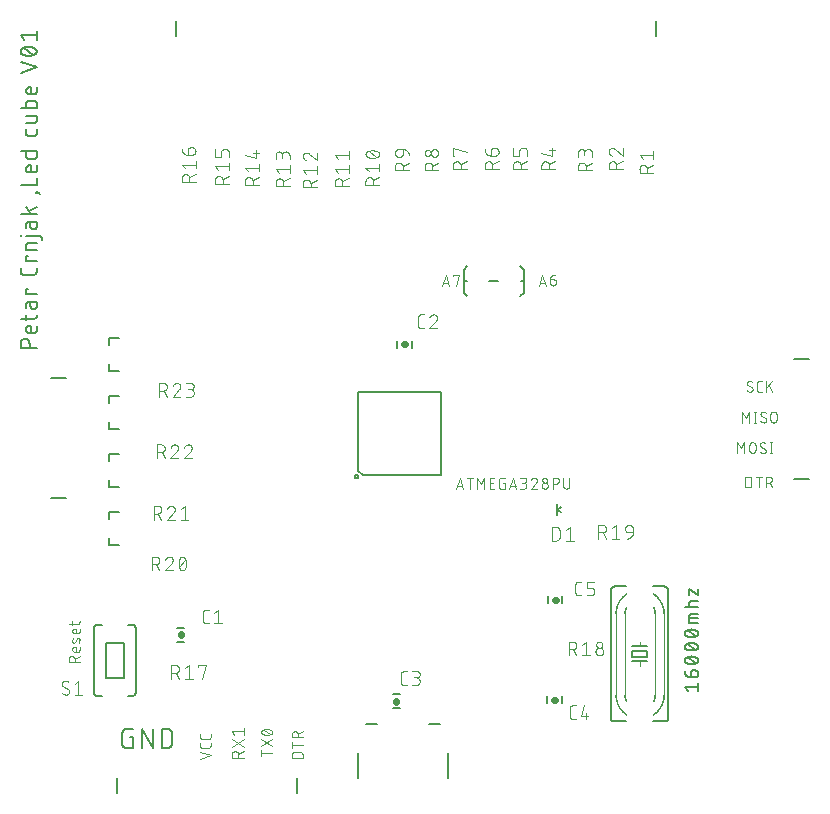
<source format=gto>
G75*
%MOIN*%
%OFA0B0*%
%FSLAX25Y25*%
%IPPOS*%
%LPD*%
%AMOC8*
5,1,8,0,0,1.08239X$1,22.5*
%
%ADD10C,0.00500*%
%ADD11C,0.00600*%
%ADD12C,0.00300*%
%ADD13C,0.02200*%
%ADD14C,0.00400*%
%ADD15C,0.00800*%
%ADD16C,0.00020*%
%ADD17C,0.00200*%
D10*
X0025566Y0168479D02*
X0025566Y0169981D01*
X0025565Y0169981D02*
X0025567Y0170057D01*
X0025573Y0170133D01*
X0025582Y0170208D01*
X0025596Y0170283D01*
X0025613Y0170357D01*
X0025634Y0170431D01*
X0025658Y0170503D01*
X0025687Y0170573D01*
X0025718Y0170642D01*
X0025754Y0170710D01*
X0025792Y0170776D01*
X0025834Y0170839D01*
X0025879Y0170900D01*
X0025927Y0170959D01*
X0025978Y0171016D01*
X0026032Y0171070D01*
X0026089Y0171121D01*
X0026148Y0171169D01*
X0026209Y0171214D01*
X0026272Y0171256D01*
X0026338Y0171294D01*
X0026406Y0171330D01*
X0026475Y0171361D01*
X0026545Y0171390D01*
X0026617Y0171414D01*
X0026691Y0171435D01*
X0026765Y0171452D01*
X0026840Y0171466D01*
X0026915Y0171475D01*
X0026991Y0171481D01*
X0027067Y0171483D01*
X0027143Y0171481D01*
X0027219Y0171475D01*
X0027294Y0171466D01*
X0027369Y0171452D01*
X0027443Y0171435D01*
X0027517Y0171414D01*
X0027589Y0171390D01*
X0027659Y0171361D01*
X0027728Y0171330D01*
X0027796Y0171294D01*
X0027862Y0171256D01*
X0027925Y0171214D01*
X0027986Y0171169D01*
X0028045Y0171121D01*
X0028102Y0171070D01*
X0028156Y0171016D01*
X0028207Y0170959D01*
X0028255Y0170900D01*
X0028300Y0170839D01*
X0028342Y0170776D01*
X0028380Y0170710D01*
X0028416Y0170642D01*
X0028447Y0170573D01*
X0028476Y0170503D01*
X0028500Y0170431D01*
X0028521Y0170357D01*
X0028538Y0170283D01*
X0028552Y0170208D01*
X0028561Y0170133D01*
X0028567Y0170057D01*
X0028569Y0169981D01*
X0028569Y0168479D01*
X0030971Y0168479D02*
X0025566Y0168479D01*
X0028569Y0173482D02*
X0030070Y0173482D01*
X0029169Y0173482D02*
X0029169Y0175884D01*
X0028569Y0175884D01*
X0028500Y0175882D01*
X0028432Y0175876D01*
X0028364Y0175866D01*
X0028297Y0175853D01*
X0028231Y0175835D01*
X0028165Y0175814D01*
X0028101Y0175789D01*
X0028039Y0175761D01*
X0027978Y0175729D01*
X0027920Y0175693D01*
X0027863Y0175655D01*
X0027809Y0175613D01*
X0027757Y0175568D01*
X0027708Y0175520D01*
X0027661Y0175469D01*
X0027618Y0175416D01*
X0027578Y0175361D01*
X0027541Y0175303D01*
X0027507Y0175243D01*
X0027477Y0175182D01*
X0027450Y0175119D01*
X0027427Y0175054D01*
X0027407Y0174988D01*
X0027392Y0174922D01*
X0027380Y0174854D01*
X0027372Y0174786D01*
X0027368Y0174717D01*
X0027368Y0174649D01*
X0027372Y0174580D01*
X0027380Y0174512D01*
X0027392Y0174444D01*
X0027407Y0174378D01*
X0027427Y0174312D01*
X0027450Y0174247D01*
X0027477Y0174184D01*
X0027507Y0174123D01*
X0027541Y0174063D01*
X0027578Y0174005D01*
X0027618Y0173950D01*
X0027661Y0173897D01*
X0027708Y0173846D01*
X0027757Y0173798D01*
X0027809Y0173753D01*
X0027863Y0173711D01*
X0027920Y0173673D01*
X0027978Y0173637D01*
X0028039Y0173605D01*
X0028101Y0173577D01*
X0028165Y0173552D01*
X0028231Y0173531D01*
X0028297Y0173513D01*
X0028364Y0173500D01*
X0028432Y0173490D01*
X0028500Y0173484D01*
X0028569Y0173482D01*
X0030070Y0173482D02*
X0030129Y0173484D01*
X0030188Y0173490D01*
X0030246Y0173499D01*
X0030303Y0173513D01*
X0030360Y0173530D01*
X0030415Y0173551D01*
X0030469Y0173575D01*
X0030521Y0173603D01*
X0030571Y0173634D01*
X0030618Y0173668D01*
X0030664Y0173706D01*
X0030707Y0173746D01*
X0030747Y0173789D01*
X0030785Y0173835D01*
X0030819Y0173882D01*
X0030850Y0173933D01*
X0030878Y0173984D01*
X0030902Y0174038D01*
X0030923Y0174093D01*
X0030940Y0174150D01*
X0030954Y0174207D01*
X0030963Y0174265D01*
X0030969Y0174324D01*
X0030971Y0174383D01*
X0030971Y0175884D01*
X0030070Y0178236D02*
X0025566Y0178236D01*
X0027368Y0177636D02*
X0027368Y0179437D01*
X0027368Y0181726D02*
X0027368Y0182928D01*
X0027370Y0182987D01*
X0027376Y0183046D01*
X0027385Y0183104D01*
X0027399Y0183161D01*
X0027416Y0183218D01*
X0027437Y0183273D01*
X0027461Y0183327D01*
X0027489Y0183379D01*
X0027520Y0183429D01*
X0027554Y0183476D01*
X0027592Y0183522D01*
X0027632Y0183565D01*
X0027675Y0183605D01*
X0027721Y0183643D01*
X0027768Y0183677D01*
X0027819Y0183708D01*
X0027870Y0183736D01*
X0027924Y0183760D01*
X0027979Y0183781D01*
X0028036Y0183798D01*
X0028093Y0183812D01*
X0028151Y0183821D01*
X0028210Y0183827D01*
X0028269Y0183829D01*
X0030971Y0183829D01*
X0030971Y0182477D01*
X0030969Y0182414D01*
X0030963Y0182350D01*
X0030954Y0182288D01*
X0030940Y0182225D01*
X0030923Y0182164D01*
X0030903Y0182104D01*
X0030878Y0182046D01*
X0030851Y0181989D01*
X0030819Y0181933D01*
X0030785Y0181880D01*
X0030747Y0181829D01*
X0030707Y0181780D01*
X0030663Y0181734D01*
X0030617Y0181690D01*
X0030568Y0181650D01*
X0030517Y0181612D01*
X0030464Y0181578D01*
X0030408Y0181546D01*
X0030351Y0181519D01*
X0030293Y0181494D01*
X0030233Y0181474D01*
X0030172Y0181457D01*
X0030109Y0181443D01*
X0030047Y0181434D01*
X0029983Y0181428D01*
X0029920Y0181426D01*
X0029857Y0181428D01*
X0029793Y0181434D01*
X0029731Y0181443D01*
X0029668Y0181457D01*
X0029607Y0181474D01*
X0029547Y0181494D01*
X0029489Y0181519D01*
X0029432Y0181546D01*
X0029376Y0181578D01*
X0029323Y0181612D01*
X0029272Y0181650D01*
X0029223Y0181690D01*
X0029177Y0181734D01*
X0029133Y0181780D01*
X0029093Y0181829D01*
X0029055Y0181880D01*
X0029021Y0181933D01*
X0028989Y0181989D01*
X0028962Y0182046D01*
X0028937Y0182104D01*
X0028917Y0182164D01*
X0028900Y0182225D01*
X0028886Y0182288D01*
X0028877Y0182350D01*
X0028871Y0182414D01*
X0028869Y0182477D01*
X0028869Y0183829D01*
X0027368Y0186447D02*
X0030971Y0186447D01*
X0027968Y0188248D02*
X0027368Y0188248D01*
X0027368Y0186447D01*
X0030971Y0179137D02*
X0030969Y0179078D01*
X0030963Y0179019D01*
X0030954Y0178961D01*
X0030940Y0178904D01*
X0030923Y0178847D01*
X0030902Y0178792D01*
X0030878Y0178739D01*
X0030850Y0178687D01*
X0030819Y0178636D01*
X0030785Y0178589D01*
X0030747Y0178543D01*
X0030707Y0178500D01*
X0030664Y0178460D01*
X0030618Y0178422D01*
X0030571Y0178388D01*
X0030521Y0178357D01*
X0030469Y0178329D01*
X0030415Y0178305D01*
X0030360Y0178284D01*
X0030303Y0178267D01*
X0030246Y0178253D01*
X0030188Y0178244D01*
X0030129Y0178238D01*
X0030070Y0178236D01*
X0030971Y0179137D02*
X0030971Y0179437D01*
X0029770Y0192831D02*
X0026767Y0192831D01*
X0026700Y0192833D01*
X0026633Y0192839D01*
X0026566Y0192848D01*
X0026500Y0192861D01*
X0026435Y0192878D01*
X0026370Y0192898D01*
X0026307Y0192922D01*
X0026246Y0192950D01*
X0026186Y0192981D01*
X0026128Y0193015D01*
X0026072Y0193053D01*
X0026018Y0193093D01*
X0025967Y0193136D01*
X0025918Y0193183D01*
X0025871Y0193232D01*
X0025828Y0193283D01*
X0025788Y0193337D01*
X0025750Y0193393D01*
X0025716Y0193451D01*
X0025685Y0193511D01*
X0025657Y0193572D01*
X0025633Y0193635D01*
X0025613Y0193700D01*
X0025596Y0193765D01*
X0025583Y0193831D01*
X0025574Y0193898D01*
X0025568Y0193965D01*
X0025566Y0194032D01*
X0025566Y0195233D01*
X0027368Y0197431D02*
X0027368Y0199233D01*
X0027968Y0199233D01*
X0027368Y0197431D02*
X0030971Y0197431D01*
X0030971Y0195233D02*
X0030971Y0194032D01*
X0030969Y0193965D01*
X0030963Y0193898D01*
X0030954Y0193831D01*
X0030941Y0193765D01*
X0030924Y0193700D01*
X0030904Y0193635D01*
X0030880Y0193572D01*
X0030852Y0193511D01*
X0030821Y0193451D01*
X0030787Y0193393D01*
X0030749Y0193337D01*
X0030709Y0193283D01*
X0030666Y0193232D01*
X0030619Y0193183D01*
X0030570Y0193136D01*
X0030519Y0193093D01*
X0030465Y0193053D01*
X0030409Y0193015D01*
X0030351Y0192981D01*
X0030291Y0192950D01*
X0030230Y0192922D01*
X0030167Y0192898D01*
X0030102Y0192878D01*
X0030037Y0192861D01*
X0029971Y0192848D01*
X0029904Y0192839D01*
X0029837Y0192833D01*
X0029770Y0192831D01*
X0030971Y0201120D02*
X0027368Y0201120D01*
X0027368Y0202621D01*
X0027370Y0202680D01*
X0027376Y0202739D01*
X0027385Y0202797D01*
X0027399Y0202854D01*
X0027416Y0202911D01*
X0027437Y0202966D01*
X0027461Y0203019D01*
X0027489Y0203071D01*
X0027520Y0203122D01*
X0027554Y0203169D01*
X0027592Y0203215D01*
X0027632Y0203258D01*
X0027675Y0203298D01*
X0027721Y0203336D01*
X0027768Y0203370D01*
X0027818Y0203401D01*
X0027870Y0203429D01*
X0027924Y0203453D01*
X0027979Y0203474D01*
X0028036Y0203491D01*
X0028093Y0203505D01*
X0028151Y0203514D01*
X0028210Y0203520D01*
X0028269Y0203522D01*
X0030971Y0203522D01*
X0032773Y0204869D02*
X0032771Y0204928D01*
X0032765Y0204987D01*
X0032756Y0205045D01*
X0032742Y0205102D01*
X0032725Y0205159D01*
X0032704Y0205214D01*
X0032680Y0205268D01*
X0032652Y0205320D01*
X0032621Y0205370D01*
X0032587Y0205417D01*
X0032549Y0205463D01*
X0032509Y0205506D01*
X0032466Y0205546D01*
X0032420Y0205584D01*
X0032373Y0205618D01*
X0032323Y0205649D01*
X0032271Y0205677D01*
X0032217Y0205701D01*
X0032162Y0205722D01*
X0032105Y0205739D01*
X0032048Y0205753D01*
X0031990Y0205762D01*
X0031931Y0205768D01*
X0031872Y0205770D01*
X0027368Y0205770D01*
X0025866Y0205920D02*
X0025866Y0205619D01*
X0025566Y0205619D01*
X0025566Y0205920D01*
X0025866Y0205920D01*
X0027368Y0208301D02*
X0027368Y0209502D01*
X0027370Y0209561D01*
X0027376Y0209620D01*
X0027385Y0209678D01*
X0027399Y0209735D01*
X0027416Y0209792D01*
X0027437Y0209847D01*
X0027461Y0209901D01*
X0027489Y0209953D01*
X0027520Y0210003D01*
X0027554Y0210050D01*
X0027592Y0210096D01*
X0027632Y0210139D01*
X0027675Y0210179D01*
X0027721Y0210217D01*
X0027768Y0210251D01*
X0027819Y0210282D01*
X0027870Y0210310D01*
X0027924Y0210334D01*
X0027979Y0210355D01*
X0028036Y0210372D01*
X0028093Y0210386D01*
X0028151Y0210395D01*
X0028210Y0210401D01*
X0028269Y0210403D01*
X0030971Y0210403D01*
X0030971Y0209052D01*
X0030969Y0208989D01*
X0030963Y0208925D01*
X0030954Y0208863D01*
X0030940Y0208800D01*
X0030923Y0208739D01*
X0030903Y0208679D01*
X0030878Y0208621D01*
X0030851Y0208564D01*
X0030819Y0208508D01*
X0030785Y0208455D01*
X0030747Y0208404D01*
X0030707Y0208355D01*
X0030663Y0208309D01*
X0030617Y0208265D01*
X0030568Y0208225D01*
X0030517Y0208187D01*
X0030464Y0208153D01*
X0030408Y0208121D01*
X0030351Y0208094D01*
X0030293Y0208069D01*
X0030233Y0208049D01*
X0030172Y0208032D01*
X0030109Y0208018D01*
X0030047Y0208009D01*
X0029983Y0208003D01*
X0029920Y0208001D01*
X0029857Y0208003D01*
X0029793Y0208009D01*
X0029731Y0208018D01*
X0029668Y0208032D01*
X0029607Y0208049D01*
X0029547Y0208069D01*
X0029489Y0208094D01*
X0029432Y0208121D01*
X0029376Y0208153D01*
X0029323Y0208187D01*
X0029272Y0208225D01*
X0029223Y0208265D01*
X0029177Y0208309D01*
X0029133Y0208355D01*
X0029093Y0208404D01*
X0029055Y0208455D01*
X0029021Y0208508D01*
X0028989Y0208564D01*
X0028962Y0208621D01*
X0028937Y0208679D01*
X0028917Y0208739D01*
X0028900Y0208800D01*
X0028886Y0208863D01*
X0028877Y0208925D01*
X0028871Y0208989D01*
X0028869Y0209052D01*
X0028869Y0210403D01*
X0029169Y0213054D02*
X0027368Y0215457D01*
X0028419Y0214106D02*
X0030971Y0215457D01*
X0030971Y0213054D02*
X0025566Y0213054D01*
X0030671Y0220044D02*
X0030671Y0220344D01*
X0030971Y0220344D01*
X0032172Y0219893D01*
X0030971Y0220044D02*
X0030971Y0220344D01*
X0030971Y0220044D02*
X0030671Y0220044D01*
X0030971Y0222621D02*
X0025566Y0222621D01*
X0030971Y0222621D02*
X0030971Y0225024D01*
X0030070Y0226986D02*
X0028569Y0226986D01*
X0029169Y0226986D02*
X0029169Y0229388D01*
X0028569Y0229388D01*
X0028500Y0229386D01*
X0028432Y0229380D01*
X0028364Y0229370D01*
X0028297Y0229357D01*
X0028231Y0229339D01*
X0028165Y0229318D01*
X0028101Y0229293D01*
X0028039Y0229265D01*
X0027978Y0229233D01*
X0027920Y0229197D01*
X0027863Y0229159D01*
X0027809Y0229117D01*
X0027757Y0229072D01*
X0027708Y0229024D01*
X0027661Y0228973D01*
X0027618Y0228920D01*
X0027578Y0228865D01*
X0027541Y0228807D01*
X0027507Y0228747D01*
X0027477Y0228686D01*
X0027450Y0228623D01*
X0027427Y0228558D01*
X0027407Y0228492D01*
X0027392Y0228426D01*
X0027380Y0228358D01*
X0027372Y0228290D01*
X0027368Y0228221D01*
X0027368Y0228153D01*
X0027372Y0228084D01*
X0027380Y0228016D01*
X0027392Y0227948D01*
X0027407Y0227882D01*
X0027427Y0227816D01*
X0027450Y0227751D01*
X0027477Y0227688D01*
X0027507Y0227627D01*
X0027541Y0227567D01*
X0027578Y0227509D01*
X0027618Y0227454D01*
X0027661Y0227401D01*
X0027708Y0227350D01*
X0027757Y0227302D01*
X0027809Y0227257D01*
X0027863Y0227215D01*
X0027920Y0227177D01*
X0027978Y0227141D01*
X0028039Y0227109D01*
X0028101Y0227081D01*
X0028165Y0227056D01*
X0028231Y0227035D01*
X0028297Y0227017D01*
X0028364Y0227004D01*
X0028432Y0226994D01*
X0028500Y0226988D01*
X0028569Y0226986D01*
X0030070Y0226986D02*
X0030129Y0226988D01*
X0030188Y0226994D01*
X0030246Y0227003D01*
X0030303Y0227017D01*
X0030360Y0227034D01*
X0030415Y0227055D01*
X0030469Y0227079D01*
X0030521Y0227107D01*
X0030571Y0227138D01*
X0030618Y0227172D01*
X0030664Y0227210D01*
X0030707Y0227250D01*
X0030747Y0227293D01*
X0030785Y0227339D01*
X0030819Y0227386D01*
X0030850Y0227437D01*
X0030878Y0227488D01*
X0030902Y0227542D01*
X0030923Y0227597D01*
X0030940Y0227654D01*
X0030954Y0227711D01*
X0030963Y0227769D01*
X0030969Y0227828D01*
X0030971Y0227887D01*
X0030971Y0229388D01*
X0030070Y0231564D02*
X0028269Y0231564D01*
X0028210Y0231566D01*
X0028151Y0231572D01*
X0028093Y0231581D01*
X0028036Y0231595D01*
X0027979Y0231612D01*
X0027924Y0231633D01*
X0027870Y0231657D01*
X0027819Y0231685D01*
X0027768Y0231716D01*
X0027721Y0231750D01*
X0027675Y0231788D01*
X0027632Y0231828D01*
X0027592Y0231871D01*
X0027554Y0231917D01*
X0027520Y0231964D01*
X0027489Y0232015D01*
X0027461Y0232066D01*
X0027437Y0232120D01*
X0027416Y0232175D01*
X0027399Y0232232D01*
X0027385Y0232289D01*
X0027376Y0232347D01*
X0027370Y0232406D01*
X0027368Y0232465D01*
X0027368Y0233966D01*
X0025566Y0233966D02*
X0030971Y0233966D01*
X0030971Y0232465D01*
X0030969Y0232406D01*
X0030963Y0232347D01*
X0030954Y0232289D01*
X0030940Y0232232D01*
X0030923Y0232175D01*
X0030902Y0232120D01*
X0030878Y0232066D01*
X0030850Y0232015D01*
X0030819Y0231964D01*
X0030785Y0231917D01*
X0030747Y0231871D01*
X0030707Y0231828D01*
X0030664Y0231788D01*
X0030618Y0231750D01*
X0030571Y0231716D01*
X0030521Y0231685D01*
X0030469Y0231657D01*
X0030415Y0231633D01*
X0030360Y0231612D01*
X0030303Y0231595D01*
X0030246Y0231581D01*
X0030188Y0231572D01*
X0030129Y0231566D01*
X0030070Y0231564D01*
X0030070Y0239216D02*
X0028269Y0239216D01*
X0028210Y0239218D01*
X0028151Y0239224D01*
X0028093Y0239233D01*
X0028036Y0239247D01*
X0027979Y0239264D01*
X0027924Y0239285D01*
X0027870Y0239309D01*
X0027819Y0239337D01*
X0027768Y0239368D01*
X0027721Y0239402D01*
X0027675Y0239440D01*
X0027632Y0239480D01*
X0027592Y0239523D01*
X0027554Y0239569D01*
X0027520Y0239616D01*
X0027489Y0239667D01*
X0027461Y0239718D01*
X0027437Y0239772D01*
X0027416Y0239827D01*
X0027399Y0239884D01*
X0027385Y0239941D01*
X0027376Y0239999D01*
X0027370Y0240058D01*
X0027368Y0240117D01*
X0027368Y0241319D01*
X0027368Y0243462D02*
X0030070Y0243462D01*
X0030129Y0243464D01*
X0030188Y0243470D01*
X0030246Y0243479D01*
X0030303Y0243493D01*
X0030360Y0243510D01*
X0030415Y0243531D01*
X0030469Y0243555D01*
X0030521Y0243583D01*
X0030571Y0243614D01*
X0030618Y0243648D01*
X0030664Y0243686D01*
X0030707Y0243726D01*
X0030747Y0243769D01*
X0030785Y0243815D01*
X0030819Y0243862D01*
X0030850Y0243913D01*
X0030878Y0243964D01*
X0030902Y0244018D01*
X0030923Y0244073D01*
X0030940Y0244130D01*
X0030954Y0244187D01*
X0030963Y0244245D01*
X0030969Y0244304D01*
X0030971Y0244363D01*
X0030971Y0245864D01*
X0027368Y0245864D01*
X0027368Y0248451D02*
X0027368Y0249952D01*
X0027370Y0250011D01*
X0027376Y0250070D01*
X0027385Y0250128D01*
X0027399Y0250185D01*
X0027416Y0250242D01*
X0027437Y0250297D01*
X0027461Y0250351D01*
X0027489Y0250403D01*
X0027520Y0250453D01*
X0027554Y0250500D01*
X0027592Y0250546D01*
X0027632Y0250589D01*
X0027675Y0250629D01*
X0027721Y0250667D01*
X0027768Y0250701D01*
X0027819Y0250732D01*
X0027870Y0250760D01*
X0027924Y0250784D01*
X0027979Y0250805D01*
X0028036Y0250822D01*
X0028093Y0250836D01*
X0028151Y0250845D01*
X0028210Y0250851D01*
X0028269Y0250853D01*
X0030070Y0250853D01*
X0030129Y0250851D01*
X0030188Y0250845D01*
X0030246Y0250836D01*
X0030303Y0250822D01*
X0030360Y0250805D01*
X0030415Y0250784D01*
X0030469Y0250760D01*
X0030521Y0250732D01*
X0030571Y0250701D01*
X0030618Y0250667D01*
X0030664Y0250629D01*
X0030707Y0250589D01*
X0030747Y0250546D01*
X0030785Y0250500D01*
X0030819Y0250453D01*
X0030850Y0250403D01*
X0030878Y0250351D01*
X0030902Y0250297D01*
X0030923Y0250242D01*
X0030940Y0250185D01*
X0030954Y0250128D01*
X0030963Y0250070D01*
X0030969Y0250011D01*
X0030971Y0249952D01*
X0030971Y0248451D01*
X0025566Y0248451D01*
X0028569Y0253029D02*
X0030070Y0253029D01*
X0029169Y0253029D02*
X0029169Y0255431D01*
X0028569Y0255431D01*
X0028500Y0255429D01*
X0028432Y0255423D01*
X0028364Y0255413D01*
X0028297Y0255400D01*
X0028231Y0255382D01*
X0028165Y0255361D01*
X0028101Y0255336D01*
X0028039Y0255308D01*
X0027978Y0255276D01*
X0027920Y0255240D01*
X0027863Y0255202D01*
X0027809Y0255160D01*
X0027757Y0255115D01*
X0027708Y0255067D01*
X0027661Y0255016D01*
X0027618Y0254963D01*
X0027578Y0254908D01*
X0027541Y0254850D01*
X0027507Y0254790D01*
X0027477Y0254729D01*
X0027450Y0254666D01*
X0027427Y0254601D01*
X0027407Y0254535D01*
X0027392Y0254469D01*
X0027380Y0254401D01*
X0027372Y0254333D01*
X0027368Y0254264D01*
X0027368Y0254196D01*
X0027372Y0254127D01*
X0027380Y0254059D01*
X0027392Y0253991D01*
X0027407Y0253925D01*
X0027427Y0253859D01*
X0027450Y0253794D01*
X0027477Y0253731D01*
X0027507Y0253670D01*
X0027541Y0253610D01*
X0027578Y0253552D01*
X0027618Y0253497D01*
X0027661Y0253444D01*
X0027708Y0253393D01*
X0027757Y0253345D01*
X0027809Y0253300D01*
X0027863Y0253258D01*
X0027920Y0253220D01*
X0027978Y0253184D01*
X0028039Y0253152D01*
X0028101Y0253124D01*
X0028165Y0253099D01*
X0028231Y0253078D01*
X0028297Y0253060D01*
X0028364Y0253047D01*
X0028432Y0253037D01*
X0028500Y0253031D01*
X0028569Y0253029D01*
X0030070Y0253029D02*
X0030129Y0253031D01*
X0030188Y0253037D01*
X0030246Y0253046D01*
X0030303Y0253060D01*
X0030360Y0253077D01*
X0030415Y0253098D01*
X0030469Y0253122D01*
X0030521Y0253150D01*
X0030571Y0253181D01*
X0030618Y0253215D01*
X0030664Y0253253D01*
X0030707Y0253293D01*
X0030747Y0253336D01*
X0030785Y0253382D01*
X0030819Y0253429D01*
X0030850Y0253480D01*
X0030878Y0253531D01*
X0030902Y0253585D01*
X0030923Y0253640D01*
X0030940Y0253697D01*
X0030954Y0253754D01*
X0030963Y0253812D01*
X0030969Y0253871D01*
X0030971Y0253930D01*
X0030971Y0255431D01*
X0030971Y0262025D02*
X0025566Y0260224D01*
X0025566Y0263827D02*
X0030971Y0262025D01*
X0030221Y0268392D02*
X0030107Y0268445D01*
X0029991Y0268496D01*
X0029874Y0268543D01*
X0029755Y0268587D01*
X0029636Y0268627D01*
X0029515Y0268664D01*
X0029393Y0268698D01*
X0029271Y0268728D01*
X0029147Y0268755D01*
X0029023Y0268778D01*
X0028898Y0268797D01*
X0028773Y0268813D01*
X0028647Y0268826D01*
X0028521Y0268835D01*
X0028395Y0268840D01*
X0028269Y0268842D01*
X0028269Y0265838D02*
X0028143Y0265840D01*
X0028017Y0265845D01*
X0027891Y0265854D01*
X0027765Y0265867D01*
X0027640Y0265883D01*
X0027515Y0265902D01*
X0027391Y0265925D01*
X0027267Y0265952D01*
X0027145Y0265982D01*
X0027023Y0266016D01*
X0026902Y0266053D01*
X0026782Y0266093D01*
X0026664Y0266137D01*
X0026547Y0266184D01*
X0026431Y0266235D01*
X0026317Y0266288D01*
X0025566Y0267340D02*
X0025568Y0267406D01*
X0025574Y0267471D01*
X0025583Y0267536D01*
X0025597Y0267600D01*
X0025614Y0267663D01*
X0025635Y0267726D01*
X0025660Y0267786D01*
X0025688Y0267846D01*
X0025719Y0267903D01*
X0025754Y0267959D01*
X0025792Y0268012D01*
X0025834Y0268063D01*
X0025878Y0268112D01*
X0025925Y0268158D01*
X0025974Y0268201D01*
X0026026Y0268241D01*
X0026081Y0268277D01*
X0026137Y0268311D01*
X0026195Y0268341D01*
X0026255Y0268368D01*
X0026317Y0268391D01*
X0026767Y0268542D02*
X0029770Y0266139D01*
X0030971Y0267340D02*
X0030969Y0267406D01*
X0030963Y0267471D01*
X0030954Y0267536D01*
X0030940Y0267600D01*
X0030923Y0267663D01*
X0030902Y0267726D01*
X0030877Y0267786D01*
X0030849Y0267846D01*
X0030818Y0267903D01*
X0030783Y0267959D01*
X0030745Y0268012D01*
X0030703Y0268063D01*
X0030659Y0268112D01*
X0030612Y0268158D01*
X0030563Y0268201D01*
X0030511Y0268241D01*
X0030456Y0268277D01*
X0030400Y0268311D01*
X0030342Y0268341D01*
X0030282Y0268368D01*
X0030220Y0268391D01*
X0030971Y0267340D02*
X0030969Y0267274D01*
X0030963Y0267209D01*
X0030954Y0267144D01*
X0030940Y0267080D01*
X0030923Y0267017D01*
X0030902Y0266954D01*
X0030877Y0266894D01*
X0030849Y0266834D01*
X0030818Y0266777D01*
X0030783Y0266721D01*
X0030745Y0266668D01*
X0030703Y0266617D01*
X0030659Y0266568D01*
X0030612Y0266522D01*
X0030563Y0266479D01*
X0030511Y0266439D01*
X0030456Y0266403D01*
X0030400Y0266369D01*
X0030342Y0266339D01*
X0030282Y0266312D01*
X0030220Y0266289D01*
X0028269Y0268842D02*
X0028143Y0268840D01*
X0028017Y0268835D01*
X0027891Y0268826D01*
X0027765Y0268813D01*
X0027640Y0268797D01*
X0027515Y0268778D01*
X0027391Y0268755D01*
X0027267Y0268728D01*
X0027145Y0268698D01*
X0027023Y0268664D01*
X0026902Y0268627D01*
X0026782Y0268587D01*
X0026664Y0268543D01*
X0026547Y0268496D01*
X0026431Y0268445D01*
X0026317Y0268392D01*
X0025566Y0267340D02*
X0025568Y0267274D01*
X0025574Y0267209D01*
X0025583Y0267144D01*
X0025597Y0267080D01*
X0025614Y0267017D01*
X0025635Y0266954D01*
X0025660Y0266894D01*
X0025688Y0266834D01*
X0025719Y0266777D01*
X0025754Y0266721D01*
X0025792Y0266668D01*
X0025834Y0266617D01*
X0025878Y0266568D01*
X0025925Y0266522D01*
X0025974Y0266479D01*
X0026026Y0266439D01*
X0026081Y0266403D01*
X0026137Y0266369D01*
X0026195Y0266339D01*
X0026255Y0266312D01*
X0026317Y0266289D01*
X0028269Y0265838D02*
X0028395Y0265840D01*
X0028521Y0265845D01*
X0028647Y0265854D01*
X0028773Y0265867D01*
X0028898Y0265883D01*
X0029023Y0265902D01*
X0029147Y0265925D01*
X0029271Y0265952D01*
X0029393Y0265982D01*
X0029515Y0266016D01*
X0029636Y0266053D01*
X0029756Y0266093D01*
X0029874Y0266137D01*
X0029991Y0266184D01*
X0030107Y0266235D01*
X0030221Y0266288D01*
X0030971Y0271154D02*
X0030971Y0274157D01*
X0030971Y0272655D02*
X0025566Y0272655D01*
X0026767Y0271154D01*
X0030971Y0241319D02*
X0030971Y0240117D01*
X0030969Y0240058D01*
X0030963Y0239999D01*
X0030954Y0239941D01*
X0030940Y0239884D01*
X0030923Y0239827D01*
X0030902Y0239772D01*
X0030878Y0239718D01*
X0030850Y0239667D01*
X0030819Y0239616D01*
X0030785Y0239569D01*
X0030747Y0239523D01*
X0030707Y0239480D01*
X0030664Y0239440D01*
X0030618Y0239402D01*
X0030571Y0239368D01*
X0030521Y0239337D01*
X0030469Y0239309D01*
X0030415Y0239285D01*
X0030360Y0239264D01*
X0030303Y0239247D01*
X0030246Y0239233D01*
X0030188Y0239224D01*
X0030129Y0239218D01*
X0030070Y0239216D01*
X0032773Y0204869D02*
X0032773Y0204568D01*
X0248487Y0087989D02*
X0251487Y0085989D01*
X0251487Y0087989D01*
X0248487Y0087989D02*
X0248487Y0085989D01*
X0249237Y0084089D02*
X0251487Y0084089D01*
X0251487Y0082089D02*
X0246987Y0082089D01*
X0248487Y0082089D02*
X0248487Y0083339D01*
X0248489Y0083393D01*
X0248495Y0083446D01*
X0248504Y0083498D01*
X0248517Y0083550D01*
X0248534Y0083601D01*
X0248555Y0083651D01*
X0248579Y0083698D01*
X0248606Y0083744D01*
X0248637Y0083788D01*
X0248670Y0083830D01*
X0248707Y0083869D01*
X0248746Y0083906D01*
X0248788Y0083939D01*
X0248832Y0083970D01*
X0248878Y0083997D01*
X0248925Y0084021D01*
X0248975Y0084042D01*
X0249026Y0084059D01*
X0249078Y0084072D01*
X0249130Y0084081D01*
X0249183Y0084087D01*
X0249237Y0084089D01*
X0249237Y0079789D02*
X0251487Y0079789D01*
X0251487Y0078289D02*
X0248487Y0078289D01*
X0248487Y0079039D02*
X0248487Y0076789D01*
X0251487Y0076789D01*
X0250862Y0072465D02*
X0250753Y0072414D01*
X0250643Y0072367D01*
X0250531Y0072323D01*
X0250417Y0072283D01*
X0250303Y0072247D01*
X0250187Y0072214D01*
X0250071Y0072185D01*
X0249953Y0072160D01*
X0249835Y0072139D01*
X0249716Y0072121D01*
X0249597Y0072108D01*
X0249477Y0072098D01*
X0249357Y0072092D01*
X0249237Y0072090D01*
X0250862Y0067965D02*
X0250753Y0067914D01*
X0250643Y0067867D01*
X0250531Y0067823D01*
X0250417Y0067783D01*
X0250303Y0067747D01*
X0250187Y0067714D01*
X0250071Y0067685D01*
X0249953Y0067660D01*
X0249835Y0067639D01*
X0249716Y0067621D01*
X0249597Y0067608D01*
X0249477Y0067598D01*
X0249357Y0067592D01*
X0249237Y0067590D01*
X0250862Y0063465D02*
X0250753Y0063414D01*
X0250643Y0063367D01*
X0250531Y0063323D01*
X0250417Y0063283D01*
X0250303Y0063247D01*
X0250187Y0063214D01*
X0250071Y0063185D01*
X0249953Y0063160D01*
X0249835Y0063139D01*
X0249716Y0063121D01*
X0249597Y0063108D01*
X0249477Y0063098D01*
X0249357Y0063092D01*
X0249237Y0063090D01*
X0249237Y0065589D02*
X0249357Y0065587D01*
X0249477Y0065581D01*
X0249597Y0065571D01*
X0249716Y0065558D01*
X0249835Y0065540D01*
X0249953Y0065519D01*
X0250071Y0065494D01*
X0250187Y0065465D01*
X0250303Y0065432D01*
X0250417Y0065396D01*
X0250531Y0065356D01*
X0250643Y0065312D01*
X0250753Y0065265D01*
X0250862Y0065214D01*
X0250918Y0065193D01*
X0250973Y0065167D01*
X0251027Y0065139D01*
X0251078Y0065107D01*
X0251127Y0065072D01*
X0251173Y0065033D01*
X0251217Y0064992D01*
X0251259Y0064948D01*
X0251297Y0064901D01*
X0251332Y0064852D01*
X0251364Y0064800D01*
X0251392Y0064747D01*
X0251417Y0064692D01*
X0251438Y0064636D01*
X0251456Y0064578D01*
X0251469Y0064519D01*
X0251479Y0064459D01*
X0251485Y0064399D01*
X0251487Y0064339D01*
X0251485Y0064279D01*
X0251479Y0064219D01*
X0251469Y0064159D01*
X0251456Y0064100D01*
X0251438Y0064042D01*
X0251417Y0063986D01*
X0251392Y0063931D01*
X0251364Y0063878D01*
X0251332Y0063826D01*
X0251297Y0063777D01*
X0251259Y0063730D01*
X0251217Y0063686D01*
X0251173Y0063645D01*
X0251127Y0063606D01*
X0251078Y0063571D01*
X0251027Y0063539D01*
X0250973Y0063511D01*
X0250918Y0063485D01*
X0250862Y0063464D01*
X0250487Y0063339D02*
X0247987Y0065339D01*
X0247612Y0065214D02*
X0247556Y0065193D01*
X0247501Y0065167D01*
X0247447Y0065139D01*
X0247396Y0065107D01*
X0247347Y0065072D01*
X0247301Y0065033D01*
X0247257Y0064992D01*
X0247215Y0064948D01*
X0247177Y0064901D01*
X0247142Y0064852D01*
X0247110Y0064800D01*
X0247082Y0064747D01*
X0247057Y0064692D01*
X0247036Y0064636D01*
X0247018Y0064578D01*
X0247005Y0064519D01*
X0246995Y0064459D01*
X0246989Y0064399D01*
X0246987Y0064339D01*
X0246989Y0064279D01*
X0246995Y0064219D01*
X0247005Y0064159D01*
X0247018Y0064100D01*
X0247036Y0064042D01*
X0247057Y0063986D01*
X0247082Y0063931D01*
X0247110Y0063878D01*
X0247142Y0063826D01*
X0247177Y0063777D01*
X0247215Y0063730D01*
X0247257Y0063686D01*
X0247301Y0063645D01*
X0247347Y0063606D01*
X0247396Y0063571D01*
X0247447Y0063539D01*
X0247501Y0063511D01*
X0247556Y0063485D01*
X0247612Y0063464D01*
X0247612Y0065214D02*
X0247721Y0065265D01*
X0247831Y0065312D01*
X0247943Y0065356D01*
X0248057Y0065396D01*
X0248171Y0065432D01*
X0248287Y0065465D01*
X0248403Y0065494D01*
X0248521Y0065519D01*
X0248639Y0065540D01*
X0248758Y0065558D01*
X0248877Y0065571D01*
X0248997Y0065581D01*
X0249117Y0065587D01*
X0249237Y0065589D01*
X0250862Y0069714D02*
X0250753Y0069765D01*
X0250643Y0069812D01*
X0250531Y0069856D01*
X0250417Y0069896D01*
X0250303Y0069932D01*
X0250187Y0069965D01*
X0250071Y0069994D01*
X0249953Y0070019D01*
X0249835Y0070040D01*
X0249716Y0070058D01*
X0249597Y0070071D01*
X0249477Y0070081D01*
X0249357Y0070087D01*
X0249237Y0070089D01*
X0250862Y0074214D02*
X0250753Y0074265D01*
X0250643Y0074312D01*
X0250531Y0074356D01*
X0250417Y0074396D01*
X0250303Y0074432D01*
X0250187Y0074465D01*
X0250071Y0074494D01*
X0249953Y0074519D01*
X0249835Y0074540D01*
X0249716Y0074558D01*
X0249597Y0074571D01*
X0249477Y0074581D01*
X0249357Y0074587D01*
X0249237Y0074589D01*
X0249237Y0072090D02*
X0249117Y0072092D01*
X0248997Y0072098D01*
X0248877Y0072108D01*
X0248758Y0072121D01*
X0248639Y0072139D01*
X0248521Y0072160D01*
X0248403Y0072185D01*
X0248287Y0072214D01*
X0248171Y0072247D01*
X0248057Y0072283D01*
X0247943Y0072323D01*
X0247831Y0072367D01*
X0247721Y0072414D01*
X0247612Y0072465D01*
X0246987Y0073339D02*
X0246989Y0073399D01*
X0246995Y0073459D01*
X0247005Y0073519D01*
X0247018Y0073578D01*
X0247036Y0073636D01*
X0247057Y0073692D01*
X0247082Y0073747D01*
X0247110Y0073800D01*
X0247142Y0073852D01*
X0247177Y0073901D01*
X0247215Y0073948D01*
X0247257Y0073992D01*
X0247301Y0074033D01*
X0247347Y0074072D01*
X0247396Y0074107D01*
X0247447Y0074139D01*
X0247501Y0074167D01*
X0247556Y0074193D01*
X0247612Y0074214D01*
X0247987Y0074339D02*
X0250487Y0072339D01*
X0251487Y0073339D02*
X0251485Y0073399D01*
X0251479Y0073459D01*
X0251469Y0073519D01*
X0251456Y0073578D01*
X0251438Y0073636D01*
X0251417Y0073692D01*
X0251392Y0073747D01*
X0251364Y0073800D01*
X0251332Y0073852D01*
X0251297Y0073901D01*
X0251259Y0073948D01*
X0251217Y0073992D01*
X0251173Y0074033D01*
X0251127Y0074072D01*
X0251078Y0074107D01*
X0251027Y0074139D01*
X0250973Y0074167D01*
X0250918Y0074193D01*
X0250862Y0074214D01*
X0251487Y0073339D02*
X0251485Y0073279D01*
X0251479Y0073219D01*
X0251469Y0073159D01*
X0251456Y0073100D01*
X0251438Y0073042D01*
X0251417Y0072986D01*
X0251392Y0072931D01*
X0251364Y0072878D01*
X0251332Y0072826D01*
X0251297Y0072777D01*
X0251259Y0072730D01*
X0251217Y0072686D01*
X0251173Y0072645D01*
X0251127Y0072606D01*
X0251078Y0072571D01*
X0251027Y0072539D01*
X0250973Y0072511D01*
X0250918Y0072485D01*
X0250862Y0072464D01*
X0249237Y0067590D02*
X0249117Y0067592D01*
X0248997Y0067598D01*
X0248877Y0067608D01*
X0248758Y0067621D01*
X0248639Y0067639D01*
X0248521Y0067660D01*
X0248403Y0067685D01*
X0248287Y0067714D01*
X0248171Y0067747D01*
X0248057Y0067783D01*
X0247943Y0067823D01*
X0247831Y0067867D01*
X0247721Y0067914D01*
X0247612Y0067965D01*
X0246987Y0068839D02*
X0246989Y0068899D01*
X0246995Y0068959D01*
X0247005Y0069019D01*
X0247018Y0069078D01*
X0247036Y0069136D01*
X0247057Y0069192D01*
X0247082Y0069247D01*
X0247110Y0069300D01*
X0247142Y0069352D01*
X0247177Y0069401D01*
X0247215Y0069448D01*
X0247257Y0069492D01*
X0247301Y0069533D01*
X0247347Y0069572D01*
X0247396Y0069607D01*
X0247447Y0069639D01*
X0247501Y0069667D01*
X0247556Y0069693D01*
X0247612Y0069714D01*
X0247987Y0069839D02*
X0250487Y0067839D01*
X0251487Y0068839D02*
X0251485Y0068899D01*
X0251479Y0068959D01*
X0251469Y0069019D01*
X0251456Y0069078D01*
X0251438Y0069136D01*
X0251417Y0069192D01*
X0251392Y0069247D01*
X0251364Y0069300D01*
X0251332Y0069352D01*
X0251297Y0069401D01*
X0251259Y0069448D01*
X0251217Y0069492D01*
X0251173Y0069533D01*
X0251127Y0069572D01*
X0251078Y0069607D01*
X0251027Y0069639D01*
X0250973Y0069667D01*
X0250918Y0069693D01*
X0250862Y0069714D01*
X0251487Y0068839D02*
X0251485Y0068779D01*
X0251479Y0068719D01*
X0251469Y0068659D01*
X0251456Y0068600D01*
X0251438Y0068542D01*
X0251417Y0068486D01*
X0251392Y0068431D01*
X0251364Y0068378D01*
X0251332Y0068326D01*
X0251297Y0068277D01*
X0251259Y0068230D01*
X0251217Y0068186D01*
X0251173Y0068145D01*
X0251127Y0068106D01*
X0251078Y0068071D01*
X0251027Y0068039D01*
X0250973Y0068011D01*
X0250918Y0067985D01*
X0250862Y0067964D01*
X0249237Y0063090D02*
X0249117Y0063092D01*
X0248997Y0063098D01*
X0248877Y0063108D01*
X0248758Y0063121D01*
X0248639Y0063139D01*
X0248521Y0063160D01*
X0248403Y0063185D01*
X0248287Y0063214D01*
X0248171Y0063247D01*
X0248057Y0063283D01*
X0247943Y0063323D01*
X0247831Y0063367D01*
X0247721Y0063414D01*
X0247612Y0063465D01*
X0246987Y0060589D02*
X0246989Y0060502D01*
X0246995Y0060415D01*
X0247004Y0060328D01*
X0247017Y0060242D01*
X0247034Y0060156D01*
X0247055Y0060071D01*
X0247080Y0059988D01*
X0247108Y0059905D01*
X0247139Y0059824D01*
X0247174Y0059744D01*
X0247213Y0059666D01*
X0247255Y0059589D01*
X0247300Y0059514D01*
X0247349Y0059442D01*
X0247400Y0059371D01*
X0247455Y0059303D01*
X0247512Y0059238D01*
X0247573Y0059175D01*
X0247636Y0059114D01*
X0247701Y0059057D01*
X0247769Y0059002D01*
X0247840Y0058951D01*
X0247912Y0058902D01*
X0247987Y0058857D01*
X0248064Y0058815D01*
X0248142Y0058776D01*
X0248222Y0058741D01*
X0248303Y0058710D01*
X0248386Y0058682D01*
X0248469Y0058657D01*
X0248554Y0058636D01*
X0248640Y0058619D01*
X0248726Y0058606D01*
X0248813Y0058597D01*
X0248900Y0058591D01*
X0248987Y0058589D01*
X0250237Y0058589D01*
X0248987Y0058589D02*
X0248987Y0060089D01*
X0248989Y0060149D01*
X0248994Y0060210D01*
X0249003Y0060269D01*
X0249016Y0060328D01*
X0249032Y0060387D01*
X0249052Y0060444D01*
X0249075Y0060499D01*
X0249102Y0060554D01*
X0249131Y0060606D01*
X0249164Y0060657D01*
X0249200Y0060706D01*
X0249238Y0060752D01*
X0249280Y0060796D01*
X0249324Y0060838D01*
X0249370Y0060876D01*
X0249419Y0060912D01*
X0249470Y0060945D01*
X0249522Y0060974D01*
X0249577Y0061001D01*
X0249632Y0061024D01*
X0249689Y0061044D01*
X0249748Y0061060D01*
X0249807Y0061073D01*
X0249866Y0061082D01*
X0249927Y0061087D01*
X0249987Y0061089D01*
X0250237Y0061089D01*
X0250306Y0061087D01*
X0250375Y0061081D01*
X0250443Y0061072D01*
X0250510Y0061059D01*
X0250577Y0061042D01*
X0250643Y0061021D01*
X0250707Y0060997D01*
X0250770Y0060969D01*
X0250832Y0060938D01*
X0250892Y0060904D01*
X0250949Y0060866D01*
X0251005Y0060825D01*
X0251058Y0060782D01*
X0251109Y0060735D01*
X0251157Y0060686D01*
X0251202Y0060634D01*
X0251244Y0060579D01*
X0251283Y0060523D01*
X0251320Y0060464D01*
X0251352Y0060403D01*
X0251382Y0060341D01*
X0251408Y0060277D01*
X0251430Y0060212D01*
X0251449Y0060146D01*
X0251464Y0060079D01*
X0251475Y0060011D01*
X0251483Y0059942D01*
X0251487Y0059873D01*
X0251487Y0059805D01*
X0251483Y0059736D01*
X0251475Y0059667D01*
X0251464Y0059599D01*
X0251449Y0059532D01*
X0251430Y0059466D01*
X0251408Y0059401D01*
X0251382Y0059337D01*
X0251352Y0059275D01*
X0251320Y0059214D01*
X0251283Y0059155D01*
X0251244Y0059099D01*
X0251202Y0059044D01*
X0251157Y0058992D01*
X0251109Y0058943D01*
X0251058Y0058896D01*
X0251005Y0058853D01*
X0250949Y0058812D01*
X0250892Y0058774D01*
X0250832Y0058740D01*
X0250770Y0058709D01*
X0250707Y0058681D01*
X0250643Y0058657D01*
X0250577Y0058636D01*
X0250510Y0058619D01*
X0250443Y0058606D01*
X0250375Y0058597D01*
X0250306Y0058591D01*
X0250237Y0058589D01*
X0251487Y0056589D02*
X0251487Y0054089D01*
X0251487Y0055339D02*
X0246987Y0055339D01*
X0247987Y0054089D01*
X0247612Y0069714D02*
X0247721Y0069765D01*
X0247831Y0069812D01*
X0247943Y0069856D01*
X0248057Y0069896D01*
X0248171Y0069932D01*
X0248287Y0069965D01*
X0248403Y0069994D01*
X0248521Y0070019D01*
X0248639Y0070040D01*
X0248758Y0070058D01*
X0248877Y0070071D01*
X0248997Y0070081D01*
X0249117Y0070087D01*
X0249237Y0070089D01*
X0247612Y0074214D02*
X0247721Y0074265D01*
X0247831Y0074312D01*
X0247943Y0074356D01*
X0248057Y0074396D01*
X0248171Y0074432D01*
X0248287Y0074465D01*
X0248403Y0074494D01*
X0248521Y0074519D01*
X0248639Y0074540D01*
X0248758Y0074558D01*
X0248877Y0074571D01*
X0248997Y0074581D01*
X0249117Y0074587D01*
X0249237Y0074589D01*
X0246987Y0073339D02*
X0246989Y0073279D01*
X0246995Y0073219D01*
X0247005Y0073159D01*
X0247018Y0073100D01*
X0247036Y0073042D01*
X0247057Y0072986D01*
X0247082Y0072931D01*
X0247110Y0072878D01*
X0247142Y0072826D01*
X0247177Y0072777D01*
X0247215Y0072730D01*
X0247257Y0072686D01*
X0247301Y0072645D01*
X0247347Y0072606D01*
X0247396Y0072571D01*
X0247447Y0072539D01*
X0247501Y0072511D01*
X0247556Y0072485D01*
X0247612Y0072464D01*
X0246987Y0068839D02*
X0246989Y0068779D01*
X0246995Y0068719D01*
X0247005Y0068659D01*
X0247018Y0068600D01*
X0247036Y0068542D01*
X0247057Y0068486D01*
X0247082Y0068431D01*
X0247110Y0068378D01*
X0247142Y0068326D01*
X0247177Y0068277D01*
X0247215Y0068230D01*
X0247257Y0068186D01*
X0247301Y0068145D01*
X0247347Y0068106D01*
X0247396Y0068071D01*
X0247447Y0068039D01*
X0247501Y0068011D01*
X0247556Y0067985D01*
X0247612Y0067964D01*
X0248487Y0079039D02*
X0248489Y0079093D01*
X0248495Y0079146D01*
X0248504Y0079198D01*
X0248517Y0079250D01*
X0248534Y0079301D01*
X0248555Y0079351D01*
X0248579Y0079398D01*
X0248606Y0079444D01*
X0248637Y0079488D01*
X0248670Y0079530D01*
X0248707Y0079569D01*
X0248746Y0079606D01*
X0248788Y0079639D01*
X0248832Y0079670D01*
X0248878Y0079697D01*
X0248925Y0079721D01*
X0248975Y0079742D01*
X0249026Y0079759D01*
X0249078Y0079772D01*
X0249130Y0079781D01*
X0249183Y0079787D01*
X0249237Y0079789D01*
D11*
X0241430Y0087918D02*
X0241430Y0044918D01*
X0241428Y0044858D01*
X0241423Y0044797D01*
X0241414Y0044738D01*
X0241401Y0044679D01*
X0241385Y0044620D01*
X0241365Y0044563D01*
X0241342Y0044508D01*
X0241315Y0044453D01*
X0241286Y0044401D01*
X0241253Y0044350D01*
X0241217Y0044301D01*
X0241179Y0044255D01*
X0241137Y0044211D01*
X0241093Y0044169D01*
X0241047Y0044131D01*
X0240998Y0044095D01*
X0240947Y0044062D01*
X0240895Y0044033D01*
X0240840Y0044006D01*
X0240785Y0043983D01*
X0240728Y0043963D01*
X0240669Y0043947D01*
X0240610Y0043934D01*
X0240551Y0043925D01*
X0240490Y0043920D01*
X0240430Y0043918D01*
X0236430Y0043918D01*
X0227430Y0043918D02*
X0223430Y0043918D01*
X0223370Y0043920D01*
X0223309Y0043925D01*
X0223250Y0043934D01*
X0223191Y0043947D01*
X0223132Y0043963D01*
X0223075Y0043983D01*
X0223020Y0044006D01*
X0222965Y0044033D01*
X0222913Y0044062D01*
X0222862Y0044095D01*
X0222813Y0044131D01*
X0222767Y0044169D01*
X0222723Y0044211D01*
X0222681Y0044255D01*
X0222643Y0044301D01*
X0222607Y0044350D01*
X0222574Y0044401D01*
X0222545Y0044453D01*
X0222518Y0044508D01*
X0222495Y0044563D01*
X0222475Y0044620D01*
X0222459Y0044679D01*
X0222446Y0044738D01*
X0222437Y0044797D01*
X0222432Y0044858D01*
X0222430Y0044918D01*
X0222430Y0087918D01*
X0222432Y0087978D01*
X0222437Y0088039D01*
X0222446Y0088098D01*
X0222459Y0088157D01*
X0222475Y0088216D01*
X0222495Y0088273D01*
X0222518Y0088328D01*
X0222545Y0088383D01*
X0222574Y0088435D01*
X0222607Y0088486D01*
X0222643Y0088535D01*
X0222681Y0088581D01*
X0222723Y0088625D01*
X0222767Y0088667D01*
X0222813Y0088705D01*
X0222862Y0088741D01*
X0222913Y0088774D01*
X0222965Y0088803D01*
X0223020Y0088830D01*
X0223075Y0088853D01*
X0223132Y0088873D01*
X0223191Y0088889D01*
X0223250Y0088902D01*
X0223309Y0088911D01*
X0223370Y0088916D01*
X0223430Y0088918D01*
X0227430Y0088918D01*
X0236430Y0088918D02*
X0240430Y0088918D01*
X0240490Y0088916D01*
X0240551Y0088911D01*
X0240610Y0088902D01*
X0240669Y0088889D01*
X0240728Y0088873D01*
X0240785Y0088853D01*
X0240840Y0088830D01*
X0240895Y0088803D01*
X0240947Y0088774D01*
X0240998Y0088741D01*
X0241047Y0088705D01*
X0241093Y0088667D01*
X0241137Y0088625D01*
X0241179Y0088581D01*
X0241217Y0088535D01*
X0241253Y0088486D01*
X0241286Y0088435D01*
X0241315Y0088383D01*
X0241342Y0088328D01*
X0241365Y0088273D01*
X0241385Y0088216D01*
X0241401Y0088157D01*
X0241414Y0088098D01*
X0241423Y0088039D01*
X0241428Y0087978D01*
X0241430Y0087918D01*
X0234430Y0068918D02*
X0231930Y0068918D01*
X0229430Y0068918D01*
X0229430Y0067418D02*
X0229430Y0065418D01*
X0234430Y0065418D01*
X0234430Y0067418D01*
X0229430Y0067418D01*
X0229430Y0063918D02*
X0231930Y0063918D01*
X0234430Y0063918D01*
X0205906Y0052324D02*
X0205906Y0049961D01*
X0201182Y0049961D02*
X0201182Y0052324D01*
X0201418Y0083387D02*
X0201418Y0085749D01*
X0206143Y0085749D02*
X0206143Y0083387D01*
X0151969Y0052993D02*
X0149607Y0052993D01*
X0149607Y0048269D02*
X0151969Y0048269D01*
X0080080Y0070473D02*
X0077717Y0070473D01*
X0077717Y0075198D02*
X0080080Y0075198D01*
X0074380Y0041465D02*
X0072603Y0041465D01*
X0072603Y0035065D01*
X0074380Y0035065D01*
X0074380Y0035064D02*
X0074462Y0035066D01*
X0074544Y0035072D01*
X0074626Y0035081D01*
X0074707Y0035094D01*
X0074787Y0035111D01*
X0074867Y0035132D01*
X0074945Y0035156D01*
X0075022Y0035184D01*
X0075098Y0035215D01*
X0075173Y0035250D01*
X0075245Y0035289D01*
X0075316Y0035330D01*
X0075385Y0035375D01*
X0075451Y0035423D01*
X0075516Y0035474D01*
X0075578Y0035528D01*
X0075637Y0035585D01*
X0075694Y0035644D01*
X0075748Y0035706D01*
X0075799Y0035771D01*
X0075847Y0035837D01*
X0075892Y0035906D01*
X0075933Y0035977D01*
X0075972Y0036049D01*
X0076007Y0036124D01*
X0076038Y0036200D01*
X0076066Y0036277D01*
X0076090Y0036355D01*
X0076111Y0036435D01*
X0076128Y0036515D01*
X0076141Y0036596D01*
X0076150Y0036678D01*
X0076156Y0036760D01*
X0076158Y0036842D01*
X0076158Y0039687D01*
X0076156Y0039769D01*
X0076150Y0039851D01*
X0076141Y0039933D01*
X0076128Y0040014D01*
X0076111Y0040094D01*
X0076090Y0040174D01*
X0076066Y0040252D01*
X0076038Y0040329D01*
X0076007Y0040405D01*
X0075972Y0040480D01*
X0075933Y0040552D01*
X0075892Y0040623D01*
X0075847Y0040692D01*
X0075799Y0040758D01*
X0075748Y0040823D01*
X0075694Y0040885D01*
X0075637Y0040944D01*
X0075578Y0041001D01*
X0075516Y0041055D01*
X0075451Y0041106D01*
X0075385Y0041154D01*
X0075316Y0041199D01*
X0075245Y0041240D01*
X0075173Y0041279D01*
X0075098Y0041314D01*
X0075022Y0041345D01*
X0074945Y0041373D01*
X0074867Y0041397D01*
X0074787Y0041418D01*
X0074707Y0041435D01*
X0074626Y0041448D01*
X0074544Y0041457D01*
X0074462Y0041463D01*
X0074380Y0041465D01*
X0069594Y0041465D02*
X0069594Y0035065D01*
X0066038Y0041465D01*
X0066038Y0035065D01*
X0063030Y0035065D02*
X0063030Y0038620D01*
X0061963Y0038620D01*
X0059474Y0040042D02*
X0059476Y0040116D01*
X0059482Y0040191D01*
X0059492Y0040264D01*
X0059505Y0040338D01*
X0059522Y0040410D01*
X0059544Y0040481D01*
X0059568Y0040552D01*
X0059597Y0040620D01*
X0059629Y0040688D01*
X0059665Y0040753D01*
X0059703Y0040816D01*
X0059746Y0040878D01*
X0059791Y0040937D01*
X0059839Y0040993D01*
X0059890Y0041048D01*
X0059944Y0041099D01*
X0060001Y0041147D01*
X0060060Y0041192D01*
X0060122Y0041235D01*
X0060185Y0041273D01*
X0060250Y0041309D01*
X0060318Y0041341D01*
X0060386Y0041370D01*
X0060457Y0041394D01*
X0060528Y0041416D01*
X0060600Y0041433D01*
X0060674Y0041446D01*
X0060747Y0041456D01*
X0060822Y0041462D01*
X0060896Y0041464D01*
X0060896Y0041465D02*
X0063030Y0041465D01*
X0059474Y0040042D02*
X0059474Y0036487D01*
X0059476Y0036413D01*
X0059482Y0036338D01*
X0059492Y0036265D01*
X0059505Y0036191D01*
X0059522Y0036119D01*
X0059544Y0036048D01*
X0059568Y0035977D01*
X0059597Y0035909D01*
X0059629Y0035841D01*
X0059665Y0035776D01*
X0059703Y0035713D01*
X0059746Y0035651D01*
X0059791Y0035592D01*
X0059839Y0035535D01*
X0059890Y0035481D01*
X0059944Y0035430D01*
X0060001Y0035382D01*
X0060060Y0035337D01*
X0060122Y0035294D01*
X0060185Y0035256D01*
X0060250Y0035220D01*
X0060318Y0035188D01*
X0060386Y0035159D01*
X0060457Y0035135D01*
X0060528Y0035113D01*
X0060600Y0035096D01*
X0060674Y0035083D01*
X0060747Y0035073D01*
X0060822Y0035067D01*
X0060896Y0035065D01*
X0063030Y0035065D01*
X0151182Y0168544D02*
X0151182Y0170906D01*
X0155906Y0170906D02*
X0155906Y0168544D01*
D12*
X0166017Y0189245D02*
X0167229Y0192882D01*
X0168442Y0189245D01*
X0168139Y0190155D02*
X0166320Y0190155D01*
X0169762Y0192478D02*
X0169762Y0192882D01*
X0171783Y0192882D01*
X0170773Y0189245D01*
X0198300Y0189245D02*
X0199513Y0192882D01*
X0200725Y0189245D01*
X0200422Y0190155D02*
X0198603Y0190155D01*
X0202046Y0190256D02*
X0202046Y0191266D01*
X0203258Y0191266D01*
X0202046Y0191266D02*
X0202048Y0191345D01*
X0202054Y0191424D01*
X0202063Y0191503D01*
X0202077Y0191581D01*
X0202094Y0191659D01*
X0202116Y0191735D01*
X0202140Y0191810D01*
X0202169Y0191884D01*
X0202201Y0191957D01*
X0202237Y0192028D01*
X0202276Y0192097D01*
X0202318Y0192164D01*
X0202364Y0192229D01*
X0202413Y0192291D01*
X0202465Y0192351D01*
X0202519Y0192409D01*
X0202577Y0192463D01*
X0202637Y0192515D01*
X0202699Y0192564D01*
X0202764Y0192610D01*
X0202831Y0192652D01*
X0202900Y0192691D01*
X0202971Y0192727D01*
X0203044Y0192759D01*
X0203118Y0192788D01*
X0203193Y0192812D01*
X0203269Y0192834D01*
X0203347Y0192851D01*
X0203425Y0192865D01*
X0203504Y0192874D01*
X0203583Y0192880D01*
X0203662Y0192882D01*
X0203258Y0191266D02*
X0203313Y0191264D01*
X0203368Y0191258D01*
X0203422Y0191249D01*
X0203476Y0191236D01*
X0203529Y0191219D01*
X0203580Y0191199D01*
X0203630Y0191175D01*
X0203678Y0191148D01*
X0203724Y0191118D01*
X0203768Y0191085D01*
X0203810Y0191049D01*
X0203849Y0191010D01*
X0203885Y0190968D01*
X0203918Y0190924D01*
X0203948Y0190878D01*
X0203975Y0190830D01*
X0203999Y0190780D01*
X0204019Y0190729D01*
X0204036Y0190676D01*
X0204049Y0190622D01*
X0204058Y0190568D01*
X0204064Y0190513D01*
X0204066Y0190458D01*
X0204066Y0190256D01*
X0204064Y0190194D01*
X0204058Y0190132D01*
X0204049Y0190070D01*
X0204035Y0190010D01*
X0204018Y0189950D01*
X0203998Y0189891D01*
X0203974Y0189834D01*
X0203946Y0189778D01*
X0203915Y0189724D01*
X0203880Y0189672D01*
X0203843Y0189623D01*
X0203802Y0189576D01*
X0203759Y0189531D01*
X0203713Y0189489D01*
X0203665Y0189450D01*
X0203614Y0189414D01*
X0203561Y0189381D01*
X0203506Y0189352D01*
X0203450Y0189326D01*
X0203392Y0189303D01*
X0203332Y0189285D01*
X0203272Y0189269D01*
X0203211Y0189258D01*
X0203149Y0189250D01*
X0203087Y0189246D01*
X0203025Y0189246D01*
X0202963Y0189250D01*
X0202901Y0189258D01*
X0202840Y0189269D01*
X0202780Y0189285D01*
X0202720Y0189303D01*
X0202662Y0189326D01*
X0202606Y0189352D01*
X0202551Y0189381D01*
X0202498Y0189414D01*
X0202447Y0189450D01*
X0202399Y0189489D01*
X0202353Y0189531D01*
X0202310Y0189576D01*
X0202269Y0189623D01*
X0202232Y0189672D01*
X0202197Y0189724D01*
X0202166Y0189778D01*
X0202138Y0189834D01*
X0202114Y0189891D01*
X0202094Y0189950D01*
X0202077Y0190010D01*
X0202063Y0190070D01*
X0202054Y0190132D01*
X0202048Y0190194D01*
X0202046Y0190256D01*
X0264442Y0136977D02*
X0264442Y0133340D01*
X0265654Y0134956D02*
X0264442Y0136977D01*
X0265654Y0134956D02*
X0266867Y0136977D01*
X0266867Y0133340D01*
X0268542Y0134350D02*
X0268542Y0135966D01*
X0268544Y0136028D01*
X0268550Y0136090D01*
X0268559Y0136152D01*
X0268573Y0136212D01*
X0268590Y0136272D01*
X0268610Y0136331D01*
X0268634Y0136388D01*
X0268662Y0136444D01*
X0268693Y0136498D01*
X0268728Y0136550D01*
X0268765Y0136599D01*
X0268806Y0136646D01*
X0268849Y0136691D01*
X0268895Y0136733D01*
X0268943Y0136772D01*
X0268994Y0136808D01*
X0269047Y0136841D01*
X0269102Y0136870D01*
X0269158Y0136896D01*
X0269216Y0136919D01*
X0269276Y0136937D01*
X0269336Y0136953D01*
X0269397Y0136964D01*
X0269459Y0136972D01*
X0269521Y0136976D01*
X0269583Y0136976D01*
X0269645Y0136972D01*
X0269707Y0136964D01*
X0269768Y0136953D01*
X0269828Y0136937D01*
X0269888Y0136919D01*
X0269946Y0136896D01*
X0270002Y0136870D01*
X0270057Y0136841D01*
X0270110Y0136808D01*
X0270161Y0136772D01*
X0270209Y0136733D01*
X0270255Y0136691D01*
X0270298Y0136646D01*
X0270339Y0136599D01*
X0270376Y0136550D01*
X0270411Y0136498D01*
X0270442Y0136444D01*
X0270470Y0136388D01*
X0270494Y0136331D01*
X0270514Y0136272D01*
X0270531Y0136212D01*
X0270545Y0136152D01*
X0270554Y0136090D01*
X0270560Y0136028D01*
X0270562Y0135966D01*
X0270562Y0134350D01*
X0270560Y0134288D01*
X0270554Y0134226D01*
X0270545Y0134164D01*
X0270531Y0134104D01*
X0270514Y0134044D01*
X0270494Y0133985D01*
X0270470Y0133928D01*
X0270442Y0133872D01*
X0270411Y0133818D01*
X0270376Y0133766D01*
X0270339Y0133717D01*
X0270298Y0133670D01*
X0270255Y0133625D01*
X0270209Y0133583D01*
X0270161Y0133544D01*
X0270110Y0133508D01*
X0270057Y0133475D01*
X0270002Y0133446D01*
X0269946Y0133420D01*
X0269888Y0133397D01*
X0269828Y0133379D01*
X0269768Y0133363D01*
X0269707Y0133352D01*
X0269645Y0133344D01*
X0269583Y0133340D01*
X0269521Y0133340D01*
X0269459Y0133344D01*
X0269397Y0133352D01*
X0269336Y0133363D01*
X0269276Y0133379D01*
X0269216Y0133397D01*
X0269158Y0133420D01*
X0269102Y0133446D01*
X0269047Y0133475D01*
X0268994Y0133508D01*
X0268943Y0133544D01*
X0268895Y0133583D01*
X0268849Y0133625D01*
X0268806Y0133670D01*
X0268765Y0133717D01*
X0268728Y0133766D01*
X0268693Y0133818D01*
X0268662Y0133872D01*
X0268634Y0133928D01*
X0268610Y0133985D01*
X0268590Y0134044D01*
X0268573Y0134104D01*
X0268559Y0134164D01*
X0268550Y0134226D01*
X0268544Y0134288D01*
X0268542Y0134350D01*
X0272472Y0135461D02*
X0273583Y0134855D01*
X0273179Y0133340D02*
X0273100Y0133342D01*
X0273021Y0133347D01*
X0272942Y0133357D01*
X0272864Y0133369D01*
X0272786Y0133386D01*
X0272709Y0133406D01*
X0272634Y0133429D01*
X0272559Y0133456D01*
X0272486Y0133487D01*
X0272414Y0133521D01*
X0272344Y0133558D01*
X0272276Y0133598D01*
X0272210Y0133642D01*
X0272146Y0133688D01*
X0272084Y0133738D01*
X0272024Y0133790D01*
X0271967Y0133845D01*
X0273584Y0134855D02*
X0273629Y0134827D01*
X0273672Y0134795D01*
X0273713Y0134761D01*
X0273751Y0134725D01*
X0273788Y0134686D01*
X0273821Y0134644D01*
X0273852Y0134601D01*
X0273880Y0134555D01*
X0273905Y0134508D01*
X0273927Y0134460D01*
X0273945Y0134410D01*
X0273960Y0134359D01*
X0273972Y0134307D01*
X0273981Y0134254D01*
X0273986Y0134201D01*
X0273988Y0134148D01*
X0273987Y0134148D02*
X0273985Y0134093D01*
X0273979Y0134038D01*
X0273970Y0133984D01*
X0273957Y0133930D01*
X0273940Y0133877D01*
X0273920Y0133826D01*
X0273896Y0133776D01*
X0273869Y0133728D01*
X0273839Y0133682D01*
X0273806Y0133638D01*
X0273770Y0133596D01*
X0273731Y0133557D01*
X0273689Y0133521D01*
X0273645Y0133488D01*
X0273599Y0133458D01*
X0273551Y0133431D01*
X0273501Y0133407D01*
X0273450Y0133387D01*
X0273397Y0133370D01*
X0273343Y0133357D01*
X0273289Y0133348D01*
X0273234Y0133342D01*
X0273179Y0133340D01*
X0275290Y0133340D02*
X0276098Y0133340D01*
X0275694Y0133340D02*
X0275694Y0136977D01*
X0275290Y0136977D02*
X0276098Y0136977D01*
X0272472Y0135462D02*
X0272427Y0135490D01*
X0272384Y0135522D01*
X0272343Y0135556D01*
X0272305Y0135592D01*
X0272268Y0135631D01*
X0272235Y0135673D01*
X0272204Y0135716D01*
X0272176Y0135762D01*
X0272151Y0135809D01*
X0272129Y0135857D01*
X0272111Y0135907D01*
X0272096Y0135958D01*
X0272084Y0136010D01*
X0272075Y0136063D01*
X0272070Y0136116D01*
X0272068Y0136169D01*
X0272070Y0136224D01*
X0272076Y0136279D01*
X0272085Y0136333D01*
X0272098Y0136387D01*
X0272115Y0136440D01*
X0272135Y0136491D01*
X0272159Y0136541D01*
X0272186Y0136589D01*
X0272216Y0136635D01*
X0272249Y0136679D01*
X0272285Y0136721D01*
X0272325Y0136760D01*
X0272366Y0136796D01*
X0272410Y0136829D01*
X0272456Y0136859D01*
X0272504Y0136886D01*
X0272554Y0136910D01*
X0272605Y0136930D01*
X0272658Y0136947D01*
X0272712Y0136960D01*
X0272766Y0136969D01*
X0272821Y0136975D01*
X0272876Y0136977D01*
X0272876Y0136976D02*
X0272951Y0136974D01*
X0273026Y0136969D01*
X0273100Y0136959D01*
X0273174Y0136946D01*
X0273247Y0136930D01*
X0273319Y0136910D01*
X0273391Y0136886D01*
X0273460Y0136859D01*
X0273529Y0136828D01*
X0273596Y0136794D01*
X0273661Y0136757D01*
X0273724Y0136716D01*
X0273785Y0136673D01*
X0270822Y0143576D02*
X0270014Y0143576D01*
X0270418Y0143576D02*
X0270418Y0147213D01*
X0270014Y0147213D02*
X0270822Y0147213D01*
X0272226Y0146405D02*
X0272228Y0146460D01*
X0272234Y0146515D01*
X0272243Y0146569D01*
X0272256Y0146623D01*
X0272273Y0146676D01*
X0272293Y0146727D01*
X0272317Y0146777D01*
X0272344Y0146825D01*
X0272374Y0146871D01*
X0272407Y0146915D01*
X0272443Y0146957D01*
X0272483Y0146996D01*
X0272524Y0147032D01*
X0272568Y0147065D01*
X0272614Y0147095D01*
X0272662Y0147122D01*
X0272712Y0147146D01*
X0272763Y0147166D01*
X0272816Y0147183D01*
X0272870Y0147196D01*
X0272924Y0147205D01*
X0272979Y0147211D01*
X0273034Y0147213D01*
X0272225Y0146405D02*
X0272227Y0146352D01*
X0272232Y0146299D01*
X0272241Y0146246D01*
X0272253Y0146194D01*
X0272268Y0146143D01*
X0272286Y0146093D01*
X0272308Y0146045D01*
X0272333Y0145998D01*
X0272361Y0145952D01*
X0272392Y0145909D01*
X0272425Y0145867D01*
X0272462Y0145828D01*
X0272500Y0145792D01*
X0272541Y0145758D01*
X0272584Y0145726D01*
X0272629Y0145698D01*
X0272630Y0145698D02*
X0273741Y0145091D01*
X0273337Y0143576D02*
X0273258Y0143578D01*
X0273179Y0143583D01*
X0273100Y0143593D01*
X0273022Y0143605D01*
X0272944Y0143622D01*
X0272867Y0143642D01*
X0272792Y0143665D01*
X0272717Y0143692D01*
X0272644Y0143723D01*
X0272572Y0143757D01*
X0272502Y0143794D01*
X0272434Y0143834D01*
X0272368Y0143878D01*
X0272304Y0143924D01*
X0272242Y0143974D01*
X0272182Y0144026D01*
X0272125Y0144081D01*
X0273741Y0145091D02*
X0273786Y0145063D01*
X0273829Y0145031D01*
X0273870Y0144997D01*
X0273908Y0144961D01*
X0273945Y0144922D01*
X0273978Y0144880D01*
X0274009Y0144837D01*
X0274037Y0144791D01*
X0274062Y0144744D01*
X0274084Y0144696D01*
X0274102Y0144646D01*
X0274117Y0144595D01*
X0274129Y0144543D01*
X0274138Y0144490D01*
X0274143Y0144437D01*
X0274145Y0144384D01*
X0274143Y0144329D01*
X0274137Y0144274D01*
X0274128Y0144220D01*
X0274115Y0144166D01*
X0274098Y0144113D01*
X0274078Y0144062D01*
X0274054Y0144012D01*
X0274027Y0143964D01*
X0273997Y0143918D01*
X0273964Y0143874D01*
X0273928Y0143832D01*
X0273889Y0143793D01*
X0273847Y0143757D01*
X0273803Y0143724D01*
X0273757Y0143694D01*
X0273709Y0143667D01*
X0273659Y0143643D01*
X0273608Y0143623D01*
X0273555Y0143606D01*
X0273501Y0143593D01*
X0273447Y0143584D01*
X0273392Y0143578D01*
X0273337Y0143576D01*
X0273943Y0146910D02*
X0273882Y0146953D01*
X0273819Y0146994D01*
X0273754Y0147031D01*
X0273687Y0147065D01*
X0273618Y0147096D01*
X0273549Y0147123D01*
X0273477Y0147147D01*
X0273405Y0147167D01*
X0273332Y0147183D01*
X0273258Y0147196D01*
X0273184Y0147206D01*
X0273109Y0147211D01*
X0273034Y0147213D01*
X0275550Y0146203D02*
X0275550Y0144586D01*
X0275552Y0144524D01*
X0275558Y0144462D01*
X0275567Y0144400D01*
X0275581Y0144340D01*
X0275598Y0144280D01*
X0275618Y0144221D01*
X0275642Y0144164D01*
X0275670Y0144108D01*
X0275701Y0144054D01*
X0275736Y0144002D01*
X0275773Y0143953D01*
X0275814Y0143906D01*
X0275857Y0143861D01*
X0275903Y0143819D01*
X0275951Y0143780D01*
X0276002Y0143744D01*
X0276055Y0143711D01*
X0276110Y0143682D01*
X0276166Y0143656D01*
X0276224Y0143633D01*
X0276284Y0143615D01*
X0276344Y0143599D01*
X0276405Y0143588D01*
X0276467Y0143580D01*
X0276529Y0143576D01*
X0276591Y0143576D01*
X0276653Y0143580D01*
X0276715Y0143588D01*
X0276776Y0143599D01*
X0276836Y0143615D01*
X0276896Y0143633D01*
X0276954Y0143656D01*
X0277010Y0143682D01*
X0277065Y0143711D01*
X0277118Y0143744D01*
X0277169Y0143780D01*
X0277217Y0143819D01*
X0277263Y0143861D01*
X0277306Y0143906D01*
X0277347Y0143953D01*
X0277384Y0144002D01*
X0277419Y0144054D01*
X0277450Y0144108D01*
X0277478Y0144164D01*
X0277502Y0144221D01*
X0277522Y0144280D01*
X0277539Y0144340D01*
X0277553Y0144400D01*
X0277562Y0144462D01*
X0277568Y0144524D01*
X0277570Y0144586D01*
X0277570Y0146203D01*
X0277568Y0146265D01*
X0277562Y0146327D01*
X0277553Y0146389D01*
X0277539Y0146449D01*
X0277522Y0146509D01*
X0277502Y0146568D01*
X0277478Y0146625D01*
X0277450Y0146681D01*
X0277419Y0146735D01*
X0277384Y0146787D01*
X0277347Y0146836D01*
X0277306Y0146883D01*
X0277263Y0146928D01*
X0277217Y0146970D01*
X0277169Y0147009D01*
X0277118Y0147045D01*
X0277065Y0147078D01*
X0277010Y0147107D01*
X0276954Y0147133D01*
X0276896Y0147156D01*
X0276836Y0147174D01*
X0276776Y0147190D01*
X0276715Y0147201D01*
X0276653Y0147209D01*
X0276591Y0147213D01*
X0276529Y0147213D01*
X0276467Y0147209D01*
X0276405Y0147201D01*
X0276344Y0147190D01*
X0276284Y0147174D01*
X0276224Y0147156D01*
X0276166Y0147133D01*
X0276110Y0147107D01*
X0276055Y0147078D01*
X0276002Y0147045D01*
X0275951Y0147009D01*
X0275903Y0146970D01*
X0275857Y0146928D01*
X0275814Y0146883D01*
X0275773Y0146836D01*
X0275736Y0146787D01*
X0275701Y0146735D01*
X0275670Y0146681D01*
X0275642Y0146625D01*
X0275618Y0146568D01*
X0275598Y0146509D01*
X0275581Y0146449D01*
X0275567Y0146389D01*
X0275558Y0146327D01*
X0275552Y0146265D01*
X0275550Y0146203D01*
X0268442Y0147213D02*
X0268442Y0143576D01*
X0267229Y0145192D02*
X0268442Y0147213D01*
X0267229Y0145192D02*
X0266017Y0147213D01*
X0266017Y0143576D01*
X0269612Y0154620D02*
X0269610Y0154673D01*
X0269605Y0154726D01*
X0269596Y0154779D01*
X0269584Y0154831D01*
X0269569Y0154882D01*
X0269551Y0154932D01*
X0269529Y0154980D01*
X0269504Y0155027D01*
X0269476Y0155073D01*
X0269445Y0155116D01*
X0269412Y0155158D01*
X0269375Y0155197D01*
X0269337Y0155233D01*
X0269296Y0155267D01*
X0269253Y0155299D01*
X0269208Y0155327D01*
X0269208Y0155328D02*
X0268097Y0155934D01*
X0268501Y0157449D02*
X0268576Y0157447D01*
X0268651Y0157442D01*
X0268725Y0157432D01*
X0268799Y0157419D01*
X0268872Y0157403D01*
X0268944Y0157383D01*
X0269016Y0157359D01*
X0269085Y0157332D01*
X0269154Y0157301D01*
X0269221Y0157267D01*
X0269286Y0157230D01*
X0269349Y0157189D01*
X0269410Y0157146D01*
X0268097Y0155934D02*
X0268052Y0155962D01*
X0268009Y0155994D01*
X0267968Y0156028D01*
X0267930Y0156064D01*
X0267893Y0156103D01*
X0267860Y0156145D01*
X0267829Y0156188D01*
X0267801Y0156234D01*
X0267776Y0156281D01*
X0267754Y0156329D01*
X0267736Y0156379D01*
X0267721Y0156430D01*
X0267709Y0156482D01*
X0267700Y0156535D01*
X0267695Y0156588D01*
X0267693Y0156641D01*
X0267695Y0156696D01*
X0267701Y0156751D01*
X0267710Y0156805D01*
X0267723Y0156859D01*
X0267740Y0156912D01*
X0267760Y0156963D01*
X0267784Y0157013D01*
X0267811Y0157061D01*
X0267841Y0157107D01*
X0267874Y0157151D01*
X0267910Y0157193D01*
X0267950Y0157232D01*
X0267991Y0157268D01*
X0268035Y0157301D01*
X0268081Y0157331D01*
X0268129Y0157358D01*
X0268179Y0157382D01*
X0268230Y0157402D01*
X0268283Y0157419D01*
X0268337Y0157432D01*
X0268391Y0157441D01*
X0268446Y0157447D01*
X0268501Y0157449D01*
X0267592Y0154318D02*
X0267649Y0154263D01*
X0267709Y0154211D01*
X0267771Y0154161D01*
X0267835Y0154115D01*
X0267901Y0154071D01*
X0267969Y0154031D01*
X0268039Y0153994D01*
X0268111Y0153960D01*
X0268184Y0153929D01*
X0268259Y0153902D01*
X0268334Y0153879D01*
X0268411Y0153859D01*
X0268489Y0153842D01*
X0268567Y0153830D01*
X0268646Y0153820D01*
X0268725Y0153815D01*
X0268804Y0153813D01*
X0268804Y0153812D02*
X0268859Y0153814D01*
X0268914Y0153820D01*
X0268968Y0153829D01*
X0269022Y0153842D01*
X0269075Y0153859D01*
X0269126Y0153879D01*
X0269176Y0153903D01*
X0269224Y0153930D01*
X0269270Y0153960D01*
X0269314Y0153993D01*
X0269356Y0154029D01*
X0269395Y0154068D01*
X0269431Y0154110D01*
X0269464Y0154154D01*
X0269494Y0154200D01*
X0269521Y0154248D01*
X0269545Y0154298D01*
X0269565Y0154349D01*
X0269582Y0154402D01*
X0269595Y0154456D01*
X0269604Y0154510D01*
X0269610Y0154565D01*
X0269612Y0154620D01*
X0271007Y0154620D02*
X0271007Y0156641D01*
X0271009Y0156696D01*
X0271015Y0156751D01*
X0271024Y0156805D01*
X0271037Y0156859D01*
X0271054Y0156912D01*
X0271074Y0156963D01*
X0271098Y0157013D01*
X0271125Y0157061D01*
X0271155Y0157107D01*
X0271188Y0157151D01*
X0271224Y0157192D01*
X0271263Y0157232D01*
X0271305Y0157268D01*
X0271349Y0157301D01*
X0271395Y0157331D01*
X0271443Y0157358D01*
X0271493Y0157382D01*
X0271544Y0157402D01*
X0271597Y0157419D01*
X0271651Y0157432D01*
X0271705Y0157441D01*
X0271760Y0157447D01*
X0271815Y0157449D01*
X0272623Y0157449D01*
X0274139Y0157449D02*
X0274139Y0153812D01*
X0274139Y0155227D02*
X0276160Y0157449D01*
X0274947Y0156035D02*
X0276160Y0153812D01*
X0272623Y0153812D02*
X0271815Y0153812D01*
X0271760Y0153814D01*
X0271705Y0153820D01*
X0271651Y0153829D01*
X0271597Y0153842D01*
X0271544Y0153859D01*
X0271493Y0153879D01*
X0271443Y0153903D01*
X0271395Y0153930D01*
X0271349Y0153960D01*
X0271305Y0153993D01*
X0271263Y0154029D01*
X0271224Y0154068D01*
X0271188Y0154110D01*
X0271155Y0154154D01*
X0271125Y0154200D01*
X0271098Y0154248D01*
X0271074Y0154298D01*
X0271054Y0154349D01*
X0271037Y0154402D01*
X0271024Y0154456D01*
X0271015Y0154510D01*
X0271009Y0154565D01*
X0271007Y0154620D01*
X0270623Y0125559D02*
X0272644Y0125559D01*
X0271633Y0125559D02*
X0271633Y0121922D01*
X0274071Y0121922D02*
X0274071Y0125559D01*
X0275081Y0125559D01*
X0275143Y0125557D01*
X0275205Y0125551D01*
X0275267Y0125542D01*
X0275327Y0125528D01*
X0275387Y0125511D01*
X0275446Y0125491D01*
X0275503Y0125467D01*
X0275559Y0125439D01*
X0275613Y0125408D01*
X0275665Y0125373D01*
X0275714Y0125336D01*
X0275761Y0125295D01*
X0275806Y0125252D01*
X0275848Y0125206D01*
X0275887Y0125158D01*
X0275923Y0125107D01*
X0275956Y0125054D01*
X0275985Y0124999D01*
X0276011Y0124943D01*
X0276034Y0124885D01*
X0276052Y0124825D01*
X0276068Y0124765D01*
X0276079Y0124704D01*
X0276087Y0124642D01*
X0276091Y0124580D01*
X0276091Y0124518D01*
X0276087Y0124456D01*
X0276079Y0124394D01*
X0276068Y0124333D01*
X0276052Y0124273D01*
X0276034Y0124213D01*
X0276011Y0124155D01*
X0275985Y0124099D01*
X0275956Y0124044D01*
X0275923Y0123991D01*
X0275887Y0123940D01*
X0275848Y0123892D01*
X0275806Y0123846D01*
X0275761Y0123803D01*
X0275714Y0123762D01*
X0275665Y0123725D01*
X0275613Y0123690D01*
X0275559Y0123659D01*
X0275503Y0123631D01*
X0275446Y0123607D01*
X0275387Y0123587D01*
X0275327Y0123570D01*
X0275267Y0123556D01*
X0275205Y0123547D01*
X0275143Y0123541D01*
X0275081Y0123539D01*
X0274071Y0123539D01*
X0275283Y0123539D02*
X0276091Y0121922D01*
X0269219Y0122933D02*
X0269219Y0124549D01*
X0269218Y0124549D02*
X0269216Y0124610D01*
X0269211Y0124671D01*
X0269201Y0124731D01*
X0269189Y0124791D01*
X0269172Y0124849D01*
X0269152Y0124907D01*
X0269129Y0124964D01*
X0269102Y0125018D01*
X0269072Y0125072D01*
X0269039Y0125123D01*
X0269003Y0125172D01*
X0268964Y0125219D01*
X0268922Y0125263D01*
X0268878Y0125305D01*
X0268831Y0125344D01*
X0268782Y0125380D01*
X0268731Y0125413D01*
X0268677Y0125443D01*
X0268623Y0125470D01*
X0268566Y0125493D01*
X0268508Y0125513D01*
X0268450Y0125530D01*
X0268390Y0125542D01*
X0268330Y0125552D01*
X0268269Y0125557D01*
X0268208Y0125559D01*
X0267198Y0125559D01*
X0267198Y0121922D01*
X0268208Y0121922D01*
X0268208Y0121923D02*
X0268269Y0121925D01*
X0268330Y0121930D01*
X0268390Y0121940D01*
X0268450Y0121952D01*
X0268508Y0121969D01*
X0268566Y0121989D01*
X0268623Y0122012D01*
X0268677Y0122039D01*
X0268731Y0122069D01*
X0268782Y0122102D01*
X0268831Y0122138D01*
X0268878Y0122177D01*
X0268922Y0122219D01*
X0268964Y0122263D01*
X0269003Y0122310D01*
X0269039Y0122359D01*
X0269072Y0122410D01*
X0269102Y0122464D01*
X0269129Y0122518D01*
X0269152Y0122575D01*
X0269172Y0122633D01*
X0269189Y0122691D01*
X0269201Y0122751D01*
X0269211Y0122811D01*
X0269216Y0122872D01*
X0269218Y0122933D01*
X0208515Y0122539D02*
X0208515Y0125166D01*
X0206494Y0125166D02*
X0206494Y0122539D01*
X0206495Y0122539D02*
X0206497Y0122477D01*
X0206503Y0122415D01*
X0206512Y0122353D01*
X0206526Y0122293D01*
X0206543Y0122233D01*
X0206563Y0122174D01*
X0206587Y0122117D01*
X0206615Y0122061D01*
X0206646Y0122007D01*
X0206681Y0121955D01*
X0206718Y0121906D01*
X0206759Y0121859D01*
X0206802Y0121814D01*
X0206848Y0121772D01*
X0206896Y0121733D01*
X0206947Y0121697D01*
X0207000Y0121664D01*
X0207055Y0121635D01*
X0207111Y0121609D01*
X0207169Y0121586D01*
X0207229Y0121568D01*
X0207289Y0121552D01*
X0207350Y0121541D01*
X0207412Y0121533D01*
X0207474Y0121529D01*
X0207536Y0121529D01*
X0207598Y0121533D01*
X0207660Y0121541D01*
X0207721Y0121552D01*
X0207781Y0121568D01*
X0207841Y0121586D01*
X0207899Y0121609D01*
X0207955Y0121635D01*
X0208010Y0121664D01*
X0208063Y0121697D01*
X0208114Y0121733D01*
X0208162Y0121772D01*
X0208208Y0121814D01*
X0208251Y0121859D01*
X0208292Y0121906D01*
X0208329Y0121955D01*
X0208364Y0122007D01*
X0208395Y0122061D01*
X0208423Y0122117D01*
X0208447Y0122174D01*
X0208467Y0122233D01*
X0208484Y0122293D01*
X0208498Y0122353D01*
X0208507Y0122415D01*
X0208513Y0122477D01*
X0208515Y0122539D01*
X0204013Y0123145D02*
X0203002Y0123145D01*
X0204013Y0123145D02*
X0204075Y0123147D01*
X0204137Y0123153D01*
X0204199Y0123162D01*
X0204259Y0123176D01*
X0204319Y0123193D01*
X0204378Y0123213D01*
X0204435Y0123237D01*
X0204491Y0123265D01*
X0204545Y0123296D01*
X0204597Y0123331D01*
X0204646Y0123368D01*
X0204693Y0123409D01*
X0204738Y0123452D01*
X0204780Y0123498D01*
X0204819Y0123546D01*
X0204855Y0123597D01*
X0204888Y0123650D01*
X0204917Y0123705D01*
X0204943Y0123761D01*
X0204966Y0123819D01*
X0204984Y0123879D01*
X0205000Y0123939D01*
X0205011Y0124000D01*
X0205019Y0124062D01*
X0205023Y0124124D01*
X0205023Y0124186D01*
X0205019Y0124248D01*
X0205011Y0124310D01*
X0205000Y0124371D01*
X0204984Y0124431D01*
X0204966Y0124491D01*
X0204943Y0124549D01*
X0204917Y0124605D01*
X0204888Y0124660D01*
X0204855Y0124713D01*
X0204819Y0124764D01*
X0204780Y0124812D01*
X0204738Y0124858D01*
X0204693Y0124901D01*
X0204646Y0124942D01*
X0204597Y0124979D01*
X0204545Y0125014D01*
X0204491Y0125045D01*
X0204435Y0125073D01*
X0204378Y0125097D01*
X0204319Y0125117D01*
X0204259Y0125134D01*
X0204199Y0125148D01*
X0204137Y0125157D01*
X0204075Y0125163D01*
X0204013Y0125165D01*
X0204013Y0125166D02*
X0203002Y0125166D01*
X0203002Y0121529D01*
X0201310Y0122539D02*
X0201308Y0122477D01*
X0201302Y0122415D01*
X0201293Y0122353D01*
X0201279Y0122293D01*
X0201262Y0122233D01*
X0201242Y0122174D01*
X0201218Y0122117D01*
X0201190Y0122061D01*
X0201159Y0122007D01*
X0201124Y0121955D01*
X0201087Y0121906D01*
X0201046Y0121859D01*
X0201003Y0121814D01*
X0200957Y0121772D01*
X0200909Y0121733D01*
X0200858Y0121697D01*
X0200805Y0121664D01*
X0200750Y0121635D01*
X0200694Y0121609D01*
X0200636Y0121586D01*
X0200576Y0121568D01*
X0200516Y0121552D01*
X0200455Y0121541D01*
X0200393Y0121533D01*
X0200331Y0121529D01*
X0200269Y0121529D01*
X0200207Y0121533D01*
X0200145Y0121541D01*
X0200084Y0121552D01*
X0200024Y0121568D01*
X0199964Y0121586D01*
X0199906Y0121609D01*
X0199850Y0121635D01*
X0199795Y0121664D01*
X0199742Y0121697D01*
X0199691Y0121733D01*
X0199643Y0121772D01*
X0199597Y0121814D01*
X0199554Y0121859D01*
X0199513Y0121906D01*
X0199476Y0121955D01*
X0199441Y0122007D01*
X0199410Y0122061D01*
X0199382Y0122117D01*
X0199358Y0122174D01*
X0199338Y0122233D01*
X0199321Y0122293D01*
X0199307Y0122353D01*
X0199298Y0122415D01*
X0199292Y0122477D01*
X0199290Y0122539D01*
X0199292Y0122601D01*
X0199298Y0122663D01*
X0199307Y0122725D01*
X0199321Y0122785D01*
X0199338Y0122845D01*
X0199358Y0122904D01*
X0199382Y0122961D01*
X0199410Y0123017D01*
X0199441Y0123071D01*
X0199476Y0123123D01*
X0199513Y0123172D01*
X0199554Y0123219D01*
X0199597Y0123264D01*
X0199643Y0123306D01*
X0199691Y0123345D01*
X0199742Y0123381D01*
X0199795Y0123414D01*
X0199850Y0123443D01*
X0199906Y0123469D01*
X0199964Y0123492D01*
X0200024Y0123510D01*
X0200084Y0123526D01*
X0200145Y0123537D01*
X0200207Y0123545D01*
X0200269Y0123549D01*
X0200331Y0123549D01*
X0200393Y0123545D01*
X0200455Y0123537D01*
X0200516Y0123526D01*
X0200576Y0123510D01*
X0200636Y0123492D01*
X0200694Y0123469D01*
X0200750Y0123443D01*
X0200805Y0123414D01*
X0200858Y0123381D01*
X0200909Y0123345D01*
X0200957Y0123306D01*
X0201003Y0123264D01*
X0201046Y0123219D01*
X0201087Y0123172D01*
X0201124Y0123123D01*
X0201159Y0123071D01*
X0201190Y0123017D01*
X0201218Y0122961D01*
X0201242Y0122904D01*
X0201262Y0122845D01*
X0201279Y0122785D01*
X0201293Y0122725D01*
X0201302Y0122663D01*
X0201308Y0122601D01*
X0201310Y0122539D01*
X0201108Y0124358D02*
X0201106Y0124303D01*
X0201100Y0124248D01*
X0201091Y0124194D01*
X0201078Y0124140D01*
X0201061Y0124087D01*
X0201041Y0124036D01*
X0201017Y0123986D01*
X0200990Y0123938D01*
X0200960Y0123892D01*
X0200927Y0123848D01*
X0200891Y0123806D01*
X0200852Y0123767D01*
X0200810Y0123731D01*
X0200766Y0123698D01*
X0200720Y0123668D01*
X0200672Y0123641D01*
X0200622Y0123617D01*
X0200571Y0123597D01*
X0200518Y0123580D01*
X0200464Y0123567D01*
X0200410Y0123558D01*
X0200355Y0123552D01*
X0200300Y0123550D01*
X0200245Y0123552D01*
X0200190Y0123558D01*
X0200136Y0123567D01*
X0200082Y0123580D01*
X0200029Y0123597D01*
X0199978Y0123617D01*
X0199928Y0123641D01*
X0199880Y0123668D01*
X0199834Y0123698D01*
X0199790Y0123731D01*
X0199748Y0123767D01*
X0199709Y0123806D01*
X0199673Y0123848D01*
X0199640Y0123892D01*
X0199610Y0123938D01*
X0199583Y0123986D01*
X0199559Y0124036D01*
X0199539Y0124087D01*
X0199522Y0124140D01*
X0199509Y0124194D01*
X0199500Y0124248D01*
X0199494Y0124303D01*
X0199492Y0124358D01*
X0199494Y0124413D01*
X0199500Y0124468D01*
X0199509Y0124522D01*
X0199522Y0124576D01*
X0199539Y0124629D01*
X0199559Y0124680D01*
X0199583Y0124730D01*
X0199610Y0124778D01*
X0199640Y0124824D01*
X0199673Y0124868D01*
X0199709Y0124910D01*
X0199748Y0124949D01*
X0199790Y0124985D01*
X0199834Y0125018D01*
X0199880Y0125048D01*
X0199928Y0125075D01*
X0199978Y0125099D01*
X0200029Y0125119D01*
X0200082Y0125136D01*
X0200136Y0125149D01*
X0200190Y0125158D01*
X0200245Y0125164D01*
X0200300Y0125166D01*
X0200355Y0125164D01*
X0200410Y0125158D01*
X0200464Y0125149D01*
X0200518Y0125136D01*
X0200571Y0125119D01*
X0200622Y0125099D01*
X0200672Y0125075D01*
X0200720Y0125048D01*
X0200766Y0125018D01*
X0200810Y0124985D01*
X0200852Y0124949D01*
X0200891Y0124910D01*
X0200927Y0124868D01*
X0200960Y0124824D01*
X0200990Y0124778D01*
X0201017Y0124730D01*
X0201041Y0124680D01*
X0201061Y0124629D01*
X0201078Y0124576D01*
X0201091Y0124522D01*
X0201100Y0124468D01*
X0201106Y0124413D01*
X0201108Y0124358D01*
X0197767Y0121529D02*
X0195746Y0121529D01*
X0197464Y0123549D01*
X0196858Y0125166D02*
X0196791Y0125164D01*
X0196725Y0125158D01*
X0196659Y0125149D01*
X0196593Y0125136D01*
X0196529Y0125119D01*
X0196465Y0125098D01*
X0196403Y0125074D01*
X0196342Y0125046D01*
X0196283Y0125015D01*
X0196226Y0124980D01*
X0196171Y0124943D01*
X0196118Y0124902D01*
X0196068Y0124858D01*
X0196020Y0124812D01*
X0195975Y0124762D01*
X0195933Y0124711D01*
X0195893Y0124657D01*
X0195857Y0124600D01*
X0195825Y0124542D01*
X0195795Y0124482D01*
X0195769Y0124421D01*
X0195747Y0124358D01*
X0197464Y0123549D02*
X0197507Y0123592D01*
X0197546Y0123638D01*
X0197583Y0123686D01*
X0197617Y0123737D01*
X0197648Y0123789D01*
X0197676Y0123843D01*
X0197700Y0123899D01*
X0197720Y0123957D01*
X0197737Y0124015D01*
X0197750Y0124074D01*
X0197759Y0124135D01*
X0197765Y0124195D01*
X0197767Y0124256D01*
X0197765Y0124315D01*
X0197759Y0124375D01*
X0197750Y0124433D01*
X0197736Y0124491D01*
X0197719Y0124548D01*
X0197698Y0124604D01*
X0197673Y0124658D01*
X0197645Y0124711D01*
X0197614Y0124761D01*
X0197579Y0124809D01*
X0197541Y0124855D01*
X0197501Y0124899D01*
X0197457Y0124939D01*
X0197411Y0124977D01*
X0197363Y0125012D01*
X0197313Y0125043D01*
X0197260Y0125071D01*
X0197206Y0125096D01*
X0197150Y0125117D01*
X0197093Y0125134D01*
X0197035Y0125148D01*
X0196977Y0125157D01*
X0196917Y0125163D01*
X0196858Y0125165D01*
X0193415Y0125166D02*
X0192203Y0125166D01*
X0193415Y0125166D02*
X0193470Y0125164D01*
X0193525Y0125158D01*
X0193579Y0125149D01*
X0193633Y0125136D01*
X0193686Y0125119D01*
X0193737Y0125099D01*
X0193787Y0125075D01*
X0193835Y0125048D01*
X0193881Y0125018D01*
X0193925Y0124985D01*
X0193967Y0124949D01*
X0194006Y0124910D01*
X0194042Y0124868D01*
X0194075Y0124824D01*
X0194105Y0124778D01*
X0194132Y0124730D01*
X0194156Y0124680D01*
X0194176Y0124629D01*
X0194193Y0124576D01*
X0194206Y0124522D01*
X0194215Y0124468D01*
X0194221Y0124413D01*
X0194223Y0124358D01*
X0194221Y0124303D01*
X0194215Y0124248D01*
X0194206Y0124194D01*
X0194193Y0124140D01*
X0194176Y0124087D01*
X0194156Y0124036D01*
X0194132Y0123986D01*
X0194105Y0123938D01*
X0194075Y0123892D01*
X0194042Y0123848D01*
X0194006Y0123806D01*
X0193967Y0123767D01*
X0193925Y0123731D01*
X0193881Y0123698D01*
X0193835Y0123668D01*
X0193787Y0123641D01*
X0193737Y0123617D01*
X0193686Y0123597D01*
X0193633Y0123580D01*
X0193579Y0123567D01*
X0193525Y0123558D01*
X0193470Y0123552D01*
X0193415Y0123550D01*
X0193415Y0123549D02*
X0192607Y0123549D01*
X0193213Y0123549D02*
X0193275Y0123547D01*
X0193337Y0123541D01*
X0193399Y0123532D01*
X0193459Y0123518D01*
X0193519Y0123501D01*
X0193578Y0123481D01*
X0193635Y0123457D01*
X0193691Y0123429D01*
X0193745Y0123398D01*
X0193797Y0123363D01*
X0193846Y0123326D01*
X0193893Y0123285D01*
X0193938Y0123242D01*
X0193980Y0123196D01*
X0194019Y0123148D01*
X0194055Y0123097D01*
X0194088Y0123044D01*
X0194117Y0122989D01*
X0194143Y0122933D01*
X0194166Y0122875D01*
X0194184Y0122815D01*
X0194200Y0122755D01*
X0194211Y0122694D01*
X0194219Y0122632D01*
X0194223Y0122570D01*
X0194223Y0122508D01*
X0194219Y0122446D01*
X0194211Y0122384D01*
X0194200Y0122323D01*
X0194184Y0122263D01*
X0194166Y0122203D01*
X0194143Y0122145D01*
X0194117Y0122089D01*
X0194088Y0122034D01*
X0194055Y0121981D01*
X0194019Y0121930D01*
X0193980Y0121882D01*
X0193938Y0121836D01*
X0193893Y0121793D01*
X0193846Y0121752D01*
X0193797Y0121715D01*
X0193745Y0121680D01*
X0193691Y0121649D01*
X0193635Y0121621D01*
X0193578Y0121597D01*
X0193519Y0121577D01*
X0193459Y0121560D01*
X0193399Y0121546D01*
X0193337Y0121537D01*
X0193275Y0121531D01*
X0193213Y0121529D01*
X0192203Y0121529D01*
X0190882Y0121529D02*
X0189670Y0125166D01*
X0188458Y0121529D01*
X0188761Y0122438D02*
X0190579Y0122438D01*
X0187019Y0121529D02*
X0185807Y0121529D01*
X0185752Y0121531D01*
X0185697Y0121537D01*
X0185643Y0121546D01*
X0185589Y0121559D01*
X0185536Y0121576D01*
X0185485Y0121596D01*
X0185435Y0121620D01*
X0185387Y0121647D01*
X0185341Y0121677D01*
X0185297Y0121710D01*
X0185255Y0121746D01*
X0185216Y0121785D01*
X0185180Y0121827D01*
X0185147Y0121871D01*
X0185117Y0121917D01*
X0185090Y0121965D01*
X0185066Y0122015D01*
X0185046Y0122066D01*
X0185029Y0122119D01*
X0185016Y0122173D01*
X0185007Y0122227D01*
X0185001Y0122282D01*
X0184999Y0122337D01*
X0184998Y0122337D02*
X0184998Y0124358D01*
X0184999Y0124358D02*
X0185001Y0124413D01*
X0185007Y0124468D01*
X0185016Y0124522D01*
X0185029Y0124576D01*
X0185046Y0124629D01*
X0185066Y0124680D01*
X0185090Y0124730D01*
X0185117Y0124778D01*
X0185147Y0124824D01*
X0185180Y0124868D01*
X0185216Y0124909D01*
X0185255Y0124949D01*
X0185297Y0124985D01*
X0185341Y0125018D01*
X0185387Y0125048D01*
X0185435Y0125075D01*
X0185485Y0125099D01*
X0185536Y0125119D01*
X0185589Y0125136D01*
X0185643Y0125149D01*
X0185697Y0125158D01*
X0185752Y0125164D01*
X0185807Y0125166D01*
X0187019Y0125166D01*
X0187019Y0123549D02*
X0187019Y0121529D01*
X0187019Y0123549D02*
X0186413Y0123549D01*
X0183147Y0123549D02*
X0181934Y0123549D01*
X0181934Y0125166D02*
X0183551Y0125166D01*
X0181934Y0125166D02*
X0181934Y0121529D01*
X0183551Y0121529D01*
X0180134Y0121529D02*
X0180134Y0125166D01*
X0178922Y0123145D01*
X0177710Y0125166D01*
X0177710Y0121529D01*
X0175261Y0121529D02*
X0175261Y0125166D01*
X0176271Y0125166D02*
X0174250Y0125166D01*
X0171954Y0125166D02*
X0170741Y0121529D01*
X0171044Y0122438D02*
X0172863Y0122438D01*
X0173166Y0121529D02*
X0171954Y0125166D01*
X0119654Y0040658D02*
X0118037Y0039850D01*
X0118037Y0039648D02*
X0118037Y0038638D01*
X0118037Y0039648D02*
X0118035Y0039710D01*
X0118029Y0039772D01*
X0118020Y0039834D01*
X0118006Y0039894D01*
X0117989Y0039954D01*
X0117969Y0040013D01*
X0117945Y0040070D01*
X0117917Y0040126D01*
X0117886Y0040180D01*
X0117851Y0040232D01*
X0117814Y0040281D01*
X0117773Y0040328D01*
X0117730Y0040373D01*
X0117684Y0040415D01*
X0117636Y0040454D01*
X0117585Y0040490D01*
X0117532Y0040523D01*
X0117477Y0040552D01*
X0117421Y0040578D01*
X0117363Y0040601D01*
X0117303Y0040619D01*
X0117243Y0040635D01*
X0117182Y0040646D01*
X0117120Y0040654D01*
X0117058Y0040658D01*
X0116996Y0040658D01*
X0116934Y0040654D01*
X0116872Y0040646D01*
X0116811Y0040635D01*
X0116751Y0040619D01*
X0116691Y0040601D01*
X0116633Y0040578D01*
X0116577Y0040552D01*
X0116522Y0040523D01*
X0116469Y0040490D01*
X0116418Y0040454D01*
X0116370Y0040415D01*
X0116324Y0040373D01*
X0116281Y0040328D01*
X0116240Y0040281D01*
X0116203Y0040232D01*
X0116168Y0040180D01*
X0116137Y0040126D01*
X0116109Y0040070D01*
X0116085Y0040013D01*
X0116065Y0039954D01*
X0116048Y0039894D01*
X0116034Y0039834D01*
X0116025Y0039772D01*
X0116019Y0039710D01*
X0116017Y0039648D01*
X0116017Y0038638D01*
X0119654Y0038638D01*
X0119654Y0036200D02*
X0116017Y0036200D01*
X0116017Y0035190D02*
X0116017Y0037211D01*
X0117027Y0033786D02*
X0118644Y0033786D01*
X0118644Y0033785D02*
X0118705Y0033783D01*
X0118766Y0033778D01*
X0118826Y0033768D01*
X0118886Y0033756D01*
X0118944Y0033739D01*
X0119002Y0033719D01*
X0119059Y0033696D01*
X0119113Y0033669D01*
X0119167Y0033639D01*
X0119218Y0033606D01*
X0119267Y0033570D01*
X0119314Y0033531D01*
X0119358Y0033489D01*
X0119400Y0033445D01*
X0119439Y0033398D01*
X0119475Y0033349D01*
X0119508Y0033298D01*
X0119538Y0033244D01*
X0119565Y0033190D01*
X0119588Y0033133D01*
X0119608Y0033075D01*
X0119625Y0033017D01*
X0119637Y0032957D01*
X0119647Y0032897D01*
X0119652Y0032836D01*
X0119654Y0032775D01*
X0119654Y0031765D01*
X0116017Y0031765D01*
X0116017Y0032775D01*
X0116019Y0032836D01*
X0116024Y0032897D01*
X0116034Y0032957D01*
X0116046Y0033017D01*
X0116063Y0033075D01*
X0116083Y0033133D01*
X0116106Y0033190D01*
X0116133Y0033244D01*
X0116163Y0033298D01*
X0116196Y0033349D01*
X0116232Y0033398D01*
X0116271Y0033445D01*
X0116313Y0033489D01*
X0116357Y0033531D01*
X0116404Y0033570D01*
X0116453Y0033606D01*
X0116504Y0033639D01*
X0116558Y0033669D01*
X0116612Y0033696D01*
X0116669Y0033719D01*
X0116727Y0033739D01*
X0116785Y0033756D01*
X0116845Y0033768D01*
X0116905Y0033778D01*
X0116966Y0033783D01*
X0117027Y0033785D01*
X0109418Y0033563D02*
X0105781Y0033563D01*
X0105781Y0034573D02*
X0105781Y0032552D01*
X0105781Y0035657D02*
X0109418Y0038082D01*
X0108609Y0039605D02*
X0106589Y0041221D01*
X0105780Y0040413D02*
X0105782Y0040358D01*
X0105788Y0040304D01*
X0105798Y0040251D01*
X0105812Y0040198D01*
X0105829Y0040146D01*
X0105851Y0040096D01*
X0105875Y0040047D01*
X0105904Y0040001D01*
X0105936Y0039956D01*
X0105970Y0039914D01*
X0106008Y0039875D01*
X0106049Y0039839D01*
X0106092Y0039805D01*
X0106138Y0039775D01*
X0106185Y0039748D01*
X0106234Y0039725D01*
X0106285Y0039705D01*
X0105780Y0040413D02*
X0105782Y0040468D01*
X0105788Y0040522D01*
X0105798Y0040575D01*
X0105812Y0040628D01*
X0105829Y0040680D01*
X0105851Y0040730D01*
X0105875Y0040779D01*
X0105904Y0040825D01*
X0105936Y0040870D01*
X0105970Y0040912D01*
X0106008Y0040951D01*
X0106049Y0040987D01*
X0106092Y0041021D01*
X0106138Y0041051D01*
X0106185Y0041078D01*
X0106234Y0041101D01*
X0106285Y0041121D01*
X0106286Y0039706D02*
X0106381Y0039662D01*
X0106477Y0039621D01*
X0106574Y0039584D01*
X0106673Y0039550D01*
X0106773Y0039519D01*
X0106874Y0039492D01*
X0106976Y0039468D01*
X0107079Y0039448D01*
X0107182Y0039432D01*
X0107286Y0039419D01*
X0107390Y0039410D01*
X0107494Y0039405D01*
X0107599Y0039403D01*
X0107599Y0041423D02*
X0107494Y0041421D01*
X0107390Y0041416D01*
X0107286Y0041407D01*
X0107182Y0041394D01*
X0107079Y0041378D01*
X0106976Y0041358D01*
X0106874Y0041334D01*
X0106773Y0041307D01*
X0106673Y0041276D01*
X0106574Y0041242D01*
X0106477Y0041205D01*
X0106380Y0041164D01*
X0106286Y0041120D01*
X0107599Y0039403D02*
X0107704Y0039405D01*
X0107808Y0039410D01*
X0107912Y0039419D01*
X0108016Y0039432D01*
X0108119Y0039448D01*
X0108222Y0039468D01*
X0108324Y0039492D01*
X0108425Y0039519D01*
X0108525Y0039550D01*
X0108624Y0039584D01*
X0108721Y0039621D01*
X0108817Y0039662D01*
X0108912Y0039706D01*
X0109418Y0040413D02*
X0109416Y0040468D01*
X0109410Y0040522D01*
X0109400Y0040575D01*
X0109386Y0040628D01*
X0109369Y0040680D01*
X0109347Y0040730D01*
X0109323Y0040779D01*
X0109294Y0040825D01*
X0109262Y0040870D01*
X0109228Y0040912D01*
X0109190Y0040951D01*
X0109149Y0040987D01*
X0109106Y0041021D01*
X0109060Y0041051D01*
X0109013Y0041078D01*
X0108964Y0041101D01*
X0108913Y0041121D01*
X0109418Y0040413D02*
X0109416Y0040358D01*
X0109410Y0040304D01*
X0109400Y0040251D01*
X0109386Y0040198D01*
X0109369Y0040146D01*
X0109347Y0040096D01*
X0109323Y0040047D01*
X0109294Y0040001D01*
X0109262Y0039956D01*
X0109228Y0039914D01*
X0109190Y0039875D01*
X0109149Y0039839D01*
X0109106Y0039805D01*
X0109060Y0039775D01*
X0109013Y0039748D01*
X0108964Y0039725D01*
X0108913Y0039705D01*
X0108912Y0041120D02*
X0108818Y0041164D01*
X0108721Y0041205D01*
X0108624Y0041242D01*
X0108525Y0041276D01*
X0108425Y0041307D01*
X0108324Y0041334D01*
X0108222Y0041358D01*
X0108119Y0041378D01*
X0108016Y0041394D01*
X0107912Y0041407D01*
X0107808Y0041416D01*
X0107704Y0041421D01*
X0107599Y0041423D01*
X0105781Y0038082D02*
X0109418Y0035657D01*
X0099969Y0035415D02*
X0095938Y0038102D01*
X0096834Y0039537D02*
X0095938Y0040656D01*
X0099969Y0040656D01*
X0099969Y0039537D02*
X0099969Y0041776D01*
X0099969Y0038102D02*
X0095938Y0035415D01*
X0095938Y0032885D02*
X0095938Y0031765D01*
X0099969Y0031765D01*
X0098177Y0031765D02*
X0098177Y0032885D01*
X0098177Y0033109D02*
X0099969Y0034004D01*
X0098178Y0032885D02*
X0098176Y0032950D01*
X0098170Y0033015D01*
X0098161Y0033079D01*
X0098148Y0033143D01*
X0098131Y0033206D01*
X0098110Y0033268D01*
X0098086Y0033329D01*
X0098059Y0033388D01*
X0098028Y0033445D01*
X0097994Y0033500D01*
X0097956Y0033554D01*
X0097916Y0033605D01*
X0097873Y0033654D01*
X0097827Y0033700D01*
X0097778Y0033743D01*
X0097727Y0033783D01*
X0097673Y0033821D01*
X0097618Y0033855D01*
X0097561Y0033886D01*
X0097502Y0033913D01*
X0097441Y0033937D01*
X0097379Y0033958D01*
X0097316Y0033975D01*
X0097252Y0033988D01*
X0097188Y0033997D01*
X0097123Y0034003D01*
X0097058Y0034005D01*
X0096993Y0034003D01*
X0096928Y0033997D01*
X0096864Y0033988D01*
X0096800Y0033975D01*
X0096737Y0033958D01*
X0096675Y0033937D01*
X0096614Y0033913D01*
X0096555Y0033886D01*
X0096498Y0033855D01*
X0096443Y0033821D01*
X0096389Y0033783D01*
X0096338Y0033743D01*
X0096289Y0033700D01*
X0096243Y0033654D01*
X0096200Y0033605D01*
X0096160Y0033554D01*
X0096122Y0033500D01*
X0096088Y0033445D01*
X0096057Y0033388D01*
X0096030Y0033329D01*
X0096006Y0033268D01*
X0095985Y0033206D01*
X0095968Y0033143D01*
X0095955Y0033079D01*
X0095946Y0033015D01*
X0095940Y0032950D01*
X0095938Y0032885D01*
X0088945Y0032584D02*
X0085308Y0033796D01*
X0086116Y0035107D02*
X0088137Y0035107D01*
X0088192Y0035109D01*
X0088247Y0035115D01*
X0088301Y0035124D01*
X0088355Y0035137D01*
X0088408Y0035154D01*
X0088459Y0035174D01*
X0088509Y0035198D01*
X0088557Y0035225D01*
X0088603Y0035255D01*
X0088647Y0035288D01*
X0088689Y0035324D01*
X0088728Y0035363D01*
X0088764Y0035405D01*
X0088797Y0035449D01*
X0088827Y0035495D01*
X0088854Y0035543D01*
X0088878Y0035593D01*
X0088898Y0035644D01*
X0088915Y0035697D01*
X0088928Y0035751D01*
X0088937Y0035805D01*
X0088943Y0035860D01*
X0088945Y0035915D01*
X0088945Y0036723D01*
X0088137Y0038059D02*
X0086116Y0038059D01*
X0086116Y0038060D02*
X0086061Y0038062D01*
X0086006Y0038068D01*
X0085952Y0038077D01*
X0085898Y0038090D01*
X0085845Y0038107D01*
X0085794Y0038127D01*
X0085744Y0038151D01*
X0085696Y0038178D01*
X0085650Y0038208D01*
X0085606Y0038241D01*
X0085565Y0038277D01*
X0085525Y0038316D01*
X0085489Y0038358D01*
X0085456Y0038402D01*
X0085426Y0038448D01*
X0085399Y0038496D01*
X0085375Y0038546D01*
X0085355Y0038597D01*
X0085338Y0038650D01*
X0085325Y0038704D01*
X0085316Y0038758D01*
X0085310Y0038813D01*
X0085308Y0038868D01*
X0085308Y0039676D01*
X0088137Y0038060D02*
X0088192Y0038062D01*
X0088247Y0038068D01*
X0088301Y0038077D01*
X0088355Y0038090D01*
X0088408Y0038107D01*
X0088459Y0038127D01*
X0088509Y0038151D01*
X0088557Y0038178D01*
X0088603Y0038208D01*
X0088647Y0038241D01*
X0088689Y0038277D01*
X0088728Y0038316D01*
X0088764Y0038358D01*
X0088797Y0038402D01*
X0088827Y0038448D01*
X0088854Y0038496D01*
X0088878Y0038546D01*
X0088898Y0038597D01*
X0088915Y0038650D01*
X0088928Y0038704D01*
X0088937Y0038758D01*
X0088943Y0038813D01*
X0088945Y0038868D01*
X0088945Y0039676D01*
X0085308Y0036723D02*
X0085308Y0035915D01*
X0085310Y0035860D01*
X0085316Y0035805D01*
X0085325Y0035751D01*
X0085338Y0035697D01*
X0085355Y0035644D01*
X0085375Y0035593D01*
X0085399Y0035543D01*
X0085426Y0035495D01*
X0085456Y0035449D01*
X0085489Y0035405D01*
X0085525Y0035363D01*
X0085565Y0035324D01*
X0085606Y0035288D01*
X0085650Y0035255D01*
X0085696Y0035225D01*
X0085744Y0035198D01*
X0085794Y0035174D01*
X0085845Y0035154D01*
X0085898Y0035137D01*
X0085952Y0035124D01*
X0086006Y0035115D01*
X0086061Y0035109D01*
X0086116Y0035107D01*
X0088945Y0032584D02*
X0085308Y0031371D01*
X0045244Y0063655D02*
X0041607Y0063655D01*
X0041607Y0064665D01*
X0041608Y0064665D02*
X0041610Y0064727D01*
X0041616Y0064789D01*
X0041625Y0064851D01*
X0041639Y0064911D01*
X0041656Y0064971D01*
X0041676Y0065030D01*
X0041700Y0065087D01*
X0041728Y0065143D01*
X0041759Y0065197D01*
X0041794Y0065249D01*
X0041831Y0065298D01*
X0041872Y0065345D01*
X0041915Y0065390D01*
X0041961Y0065432D01*
X0042009Y0065471D01*
X0042060Y0065507D01*
X0042113Y0065540D01*
X0042168Y0065569D01*
X0042224Y0065595D01*
X0042282Y0065618D01*
X0042342Y0065636D01*
X0042402Y0065652D01*
X0042463Y0065663D01*
X0042525Y0065671D01*
X0042587Y0065675D01*
X0042649Y0065675D01*
X0042711Y0065671D01*
X0042773Y0065663D01*
X0042834Y0065652D01*
X0042894Y0065636D01*
X0042954Y0065618D01*
X0043012Y0065595D01*
X0043068Y0065569D01*
X0043123Y0065540D01*
X0043176Y0065507D01*
X0043227Y0065471D01*
X0043275Y0065432D01*
X0043321Y0065390D01*
X0043364Y0065345D01*
X0043405Y0065298D01*
X0043442Y0065249D01*
X0043477Y0065197D01*
X0043508Y0065143D01*
X0043536Y0065087D01*
X0043560Y0065030D01*
X0043580Y0064971D01*
X0043597Y0064911D01*
X0043611Y0064851D01*
X0043620Y0064789D01*
X0043626Y0064727D01*
X0043628Y0064665D01*
X0043628Y0063655D01*
X0043628Y0064867D02*
X0045244Y0065675D01*
X0044638Y0067142D02*
X0043628Y0067142D01*
X0044032Y0067142D02*
X0044032Y0068758D01*
X0043628Y0068758D01*
X0043573Y0068756D01*
X0043518Y0068750D01*
X0043464Y0068741D01*
X0043410Y0068728D01*
X0043357Y0068711D01*
X0043306Y0068691D01*
X0043256Y0068667D01*
X0043208Y0068640D01*
X0043162Y0068610D01*
X0043118Y0068577D01*
X0043076Y0068541D01*
X0043037Y0068502D01*
X0043001Y0068460D01*
X0042968Y0068416D01*
X0042938Y0068370D01*
X0042911Y0068322D01*
X0042887Y0068272D01*
X0042867Y0068221D01*
X0042850Y0068168D01*
X0042837Y0068114D01*
X0042828Y0068060D01*
X0042822Y0068005D01*
X0042820Y0067950D01*
X0042822Y0067895D01*
X0042828Y0067840D01*
X0042837Y0067786D01*
X0042850Y0067732D01*
X0042867Y0067679D01*
X0042887Y0067628D01*
X0042911Y0067578D01*
X0042938Y0067530D01*
X0042968Y0067484D01*
X0043001Y0067440D01*
X0043037Y0067398D01*
X0043076Y0067359D01*
X0043118Y0067323D01*
X0043162Y0067290D01*
X0043208Y0067260D01*
X0043256Y0067233D01*
X0043306Y0067209D01*
X0043357Y0067189D01*
X0043410Y0067172D01*
X0043464Y0067159D01*
X0043518Y0067150D01*
X0043573Y0067144D01*
X0043628Y0067142D01*
X0044638Y0067142D02*
X0044686Y0067144D01*
X0044733Y0067149D01*
X0044779Y0067159D01*
X0044825Y0067172D01*
X0044870Y0067188D01*
X0044913Y0067208D01*
X0044955Y0067231D01*
X0044994Y0067258D01*
X0045032Y0067287D01*
X0045067Y0067319D01*
X0045099Y0067354D01*
X0045128Y0067392D01*
X0045155Y0067431D01*
X0045178Y0067473D01*
X0045198Y0067516D01*
X0045214Y0067561D01*
X0045227Y0067607D01*
X0045237Y0067653D01*
X0045242Y0067700D01*
X0045244Y0067748D01*
X0045244Y0068758D01*
X0042819Y0070718D02*
X0042822Y0070812D01*
X0042830Y0070905D01*
X0042840Y0070998D01*
X0042855Y0071091D01*
X0042874Y0071183D01*
X0042896Y0071274D01*
X0042922Y0071364D01*
X0042951Y0071453D01*
X0042985Y0071541D01*
X0043021Y0071627D01*
X0042820Y0070717D02*
X0042821Y0070672D01*
X0042827Y0070627D01*
X0042836Y0070582D01*
X0042849Y0070539D01*
X0042865Y0070497D01*
X0042886Y0070456D01*
X0042909Y0070417D01*
X0042936Y0070381D01*
X0042966Y0070347D01*
X0042999Y0070315D01*
X0043035Y0070287D01*
X0043073Y0070262D01*
X0043113Y0070240D01*
X0043154Y0070222D01*
X0043197Y0070207D01*
X0043241Y0070196D01*
X0043286Y0070189D01*
X0043331Y0070186D01*
X0043377Y0070187D01*
X0043422Y0070192D01*
X0043467Y0070201D01*
X0043510Y0070213D01*
X0043553Y0070229D01*
X0043594Y0070249D01*
X0043633Y0070273D01*
X0043669Y0070299D01*
X0043704Y0070329D01*
X0043735Y0070362D01*
X0043764Y0070397D01*
X0043790Y0070434D01*
X0043812Y0070474D01*
X0043831Y0070515D01*
X0043830Y0070516D02*
X0044234Y0071526D01*
X0044253Y0071567D01*
X0044275Y0071607D01*
X0044301Y0071644D01*
X0044330Y0071679D01*
X0044361Y0071712D01*
X0044396Y0071742D01*
X0044432Y0071768D01*
X0044471Y0071792D01*
X0044512Y0071812D01*
X0044555Y0071828D01*
X0044598Y0071840D01*
X0044643Y0071849D01*
X0044688Y0071854D01*
X0044734Y0071855D01*
X0044779Y0071852D01*
X0044824Y0071845D01*
X0044868Y0071834D01*
X0044911Y0071819D01*
X0044952Y0071801D01*
X0044992Y0071779D01*
X0045030Y0071754D01*
X0045066Y0071726D01*
X0045099Y0071694D01*
X0045129Y0071660D01*
X0045156Y0071624D01*
X0045179Y0071585D01*
X0045200Y0071544D01*
X0045216Y0071502D01*
X0045229Y0071459D01*
X0045238Y0071414D01*
X0045244Y0071369D01*
X0045245Y0071324D01*
X0044638Y0073283D02*
X0043628Y0073283D01*
X0044032Y0073283D02*
X0044032Y0074900D01*
X0043628Y0074900D01*
X0043573Y0074898D01*
X0043518Y0074892D01*
X0043464Y0074883D01*
X0043410Y0074870D01*
X0043357Y0074853D01*
X0043306Y0074833D01*
X0043256Y0074809D01*
X0043208Y0074782D01*
X0043162Y0074752D01*
X0043118Y0074719D01*
X0043076Y0074683D01*
X0043037Y0074644D01*
X0043001Y0074602D01*
X0042968Y0074558D01*
X0042938Y0074512D01*
X0042911Y0074464D01*
X0042887Y0074414D01*
X0042867Y0074363D01*
X0042850Y0074310D01*
X0042837Y0074256D01*
X0042828Y0074202D01*
X0042822Y0074147D01*
X0042820Y0074092D01*
X0042822Y0074037D01*
X0042828Y0073982D01*
X0042837Y0073928D01*
X0042850Y0073874D01*
X0042867Y0073821D01*
X0042887Y0073770D01*
X0042911Y0073720D01*
X0042938Y0073672D01*
X0042968Y0073626D01*
X0043001Y0073582D01*
X0043037Y0073540D01*
X0043076Y0073501D01*
X0043118Y0073465D01*
X0043162Y0073432D01*
X0043208Y0073402D01*
X0043256Y0073375D01*
X0043306Y0073351D01*
X0043357Y0073331D01*
X0043410Y0073314D01*
X0043464Y0073301D01*
X0043518Y0073292D01*
X0043573Y0073286D01*
X0043628Y0073284D01*
X0044638Y0073283D02*
X0044686Y0073285D01*
X0044733Y0073290D01*
X0044779Y0073300D01*
X0044825Y0073313D01*
X0044870Y0073329D01*
X0044913Y0073349D01*
X0044955Y0073372D01*
X0044994Y0073399D01*
X0045032Y0073428D01*
X0045067Y0073460D01*
X0045099Y0073495D01*
X0045128Y0073533D01*
X0045155Y0073572D01*
X0045178Y0073614D01*
X0045198Y0073657D01*
X0045214Y0073702D01*
X0045227Y0073748D01*
X0045237Y0073794D01*
X0045242Y0073841D01*
X0045244Y0073889D01*
X0045244Y0074900D01*
X0044638Y0076460D02*
X0041607Y0076460D01*
X0042820Y0076056D02*
X0042820Y0077268D01*
X0044638Y0076460D02*
X0044686Y0076462D01*
X0044733Y0076467D01*
X0044779Y0076477D01*
X0044825Y0076490D01*
X0044870Y0076506D01*
X0044913Y0076526D01*
X0044955Y0076549D01*
X0044994Y0076576D01*
X0045032Y0076605D01*
X0045067Y0076637D01*
X0045099Y0076672D01*
X0045128Y0076710D01*
X0045155Y0076749D01*
X0045178Y0076791D01*
X0045198Y0076834D01*
X0045214Y0076879D01*
X0045227Y0076925D01*
X0045237Y0076971D01*
X0045242Y0077018D01*
X0045244Y0077066D01*
X0045244Y0077268D01*
X0045245Y0071324D02*
X0045241Y0071211D01*
X0045234Y0071097D01*
X0045223Y0070984D01*
X0045208Y0070872D01*
X0045190Y0070760D01*
X0045168Y0070649D01*
X0045142Y0070538D01*
X0045112Y0070429D01*
X0045079Y0070320D01*
X0045043Y0070213D01*
D13*
X0078898Y0072715D02*
X0078898Y0072956D01*
X0150788Y0050751D02*
X0150788Y0050511D01*
X0203424Y0051143D02*
X0203664Y0051143D01*
X0203900Y0084568D02*
X0203660Y0084568D01*
X0153664Y0169725D02*
X0153424Y0169725D01*
D14*
X0041300Y0054794D02*
X0041354Y0054760D01*
X0041405Y0054723D01*
X0041454Y0054683D01*
X0041501Y0054640D01*
X0041544Y0054594D01*
X0041585Y0054546D01*
X0041623Y0054495D01*
X0041658Y0054442D01*
X0041690Y0054387D01*
X0041718Y0054330D01*
X0041742Y0054272D01*
X0041763Y0054212D01*
X0041780Y0054151D01*
X0041794Y0054089D01*
X0041803Y0054026D01*
X0041809Y0053963D01*
X0041811Y0053900D01*
X0041809Y0053838D01*
X0041804Y0053777D01*
X0041794Y0053716D01*
X0041781Y0053655D01*
X0041765Y0053596D01*
X0041745Y0053538D01*
X0041721Y0053481D01*
X0041694Y0053425D01*
X0041664Y0053371D01*
X0041630Y0053319D01*
X0041594Y0053270D01*
X0041554Y0053222D01*
X0041512Y0053177D01*
X0041467Y0053135D01*
X0041419Y0053095D01*
X0041370Y0053059D01*
X0041318Y0053025D01*
X0041264Y0052995D01*
X0041208Y0052968D01*
X0041151Y0052944D01*
X0041093Y0052924D01*
X0041034Y0052908D01*
X0040973Y0052895D01*
X0040912Y0052885D01*
X0040851Y0052880D01*
X0040789Y0052878D01*
X0041300Y0054795D02*
X0039895Y0055561D01*
X0040406Y0057478D02*
X0040488Y0057476D01*
X0040570Y0057471D01*
X0040652Y0057462D01*
X0040733Y0057450D01*
X0040814Y0057434D01*
X0040894Y0057415D01*
X0040973Y0057392D01*
X0041051Y0057366D01*
X0041128Y0057337D01*
X0041203Y0057304D01*
X0041277Y0057268D01*
X0041350Y0057230D01*
X0041421Y0057188D01*
X0041489Y0057143D01*
X0041556Y0057095D01*
X0039895Y0055562D02*
X0039841Y0055596D01*
X0039790Y0055633D01*
X0039741Y0055673D01*
X0039694Y0055716D01*
X0039651Y0055762D01*
X0039610Y0055810D01*
X0039572Y0055861D01*
X0039537Y0055914D01*
X0039505Y0055969D01*
X0039477Y0056026D01*
X0039453Y0056084D01*
X0039432Y0056144D01*
X0039415Y0056205D01*
X0039401Y0056267D01*
X0039392Y0056330D01*
X0039386Y0056393D01*
X0039384Y0056456D01*
X0039386Y0056518D01*
X0039391Y0056579D01*
X0039401Y0056640D01*
X0039414Y0056701D01*
X0039430Y0056760D01*
X0039450Y0056818D01*
X0039474Y0056875D01*
X0039501Y0056931D01*
X0039531Y0056985D01*
X0039565Y0057037D01*
X0039602Y0057086D01*
X0039641Y0057134D01*
X0039683Y0057179D01*
X0039728Y0057221D01*
X0039776Y0057261D01*
X0039825Y0057297D01*
X0039877Y0057331D01*
X0039931Y0057361D01*
X0039987Y0057388D01*
X0040044Y0057412D01*
X0040102Y0057432D01*
X0040161Y0057448D01*
X0040222Y0057461D01*
X0040283Y0057471D01*
X0040344Y0057476D01*
X0040406Y0057478D01*
X0039256Y0053517D02*
X0039320Y0053454D01*
X0039388Y0053395D01*
X0039457Y0053338D01*
X0039529Y0053284D01*
X0039603Y0053233D01*
X0039679Y0053185D01*
X0039756Y0053141D01*
X0039836Y0053100D01*
X0039917Y0053062D01*
X0040000Y0053027D01*
X0040084Y0052996D01*
X0040170Y0052969D01*
X0040256Y0052945D01*
X0040344Y0052924D01*
X0040432Y0052908D01*
X0040521Y0052895D01*
X0040610Y0052885D01*
X0040699Y0052880D01*
X0040789Y0052878D01*
X0043606Y0052878D02*
X0046161Y0052878D01*
X0044884Y0052878D02*
X0044884Y0057478D01*
X0043606Y0056456D01*
X0075890Y0058075D02*
X0075890Y0062675D01*
X0077168Y0062675D01*
X0077238Y0062673D01*
X0077309Y0062667D01*
X0077378Y0062658D01*
X0077447Y0062644D01*
X0077516Y0062627D01*
X0077583Y0062606D01*
X0077649Y0062581D01*
X0077713Y0062553D01*
X0077776Y0062521D01*
X0077837Y0062486D01*
X0077896Y0062447D01*
X0077953Y0062406D01*
X0078007Y0062361D01*
X0078059Y0062313D01*
X0078108Y0062263D01*
X0078155Y0062209D01*
X0078198Y0062154D01*
X0078238Y0062096D01*
X0078275Y0062036D01*
X0078308Y0061974D01*
X0078338Y0061910D01*
X0078365Y0061845D01*
X0078388Y0061779D01*
X0078407Y0061711D01*
X0078422Y0061642D01*
X0078434Y0061573D01*
X0078442Y0061503D01*
X0078446Y0061432D01*
X0078446Y0061362D01*
X0078442Y0061291D01*
X0078434Y0061221D01*
X0078422Y0061152D01*
X0078407Y0061083D01*
X0078388Y0061015D01*
X0078365Y0060949D01*
X0078338Y0060884D01*
X0078308Y0060820D01*
X0078275Y0060758D01*
X0078238Y0060698D01*
X0078198Y0060640D01*
X0078155Y0060585D01*
X0078108Y0060531D01*
X0078059Y0060481D01*
X0078007Y0060433D01*
X0077953Y0060388D01*
X0077896Y0060347D01*
X0077837Y0060308D01*
X0077776Y0060273D01*
X0077713Y0060241D01*
X0077649Y0060213D01*
X0077583Y0060188D01*
X0077516Y0060167D01*
X0077447Y0060150D01*
X0077378Y0060136D01*
X0077309Y0060127D01*
X0077238Y0060121D01*
X0077168Y0060119D01*
X0075890Y0060119D01*
X0077423Y0060119D02*
X0078445Y0058075D01*
X0080361Y0058075D02*
X0082916Y0058075D01*
X0081639Y0058075D02*
X0081639Y0062675D01*
X0080361Y0061653D01*
X0084861Y0062164D02*
X0084861Y0062675D01*
X0087416Y0062675D01*
X0086139Y0058075D01*
X0087426Y0076596D02*
X0088448Y0076596D01*
X0087426Y0076597D02*
X0087364Y0076599D01*
X0087303Y0076604D01*
X0087242Y0076614D01*
X0087181Y0076627D01*
X0087122Y0076643D01*
X0087064Y0076663D01*
X0087007Y0076687D01*
X0086951Y0076714D01*
X0086897Y0076744D01*
X0086845Y0076778D01*
X0086796Y0076814D01*
X0086748Y0076854D01*
X0086703Y0076896D01*
X0086661Y0076941D01*
X0086621Y0076989D01*
X0086585Y0077038D01*
X0086551Y0077090D01*
X0086521Y0077144D01*
X0086494Y0077200D01*
X0086470Y0077257D01*
X0086450Y0077315D01*
X0086434Y0077374D01*
X0086421Y0077435D01*
X0086411Y0077496D01*
X0086406Y0077557D01*
X0086404Y0077619D01*
X0086403Y0077619D02*
X0086403Y0080174D01*
X0086404Y0080174D02*
X0086406Y0080236D01*
X0086411Y0080297D01*
X0086421Y0080358D01*
X0086434Y0080419D01*
X0086450Y0080478D01*
X0086470Y0080536D01*
X0086494Y0080593D01*
X0086521Y0080649D01*
X0086551Y0080703D01*
X0086585Y0080755D01*
X0086621Y0080804D01*
X0086661Y0080852D01*
X0086703Y0080897D01*
X0086748Y0080939D01*
X0086796Y0080978D01*
X0086845Y0081015D01*
X0086897Y0081049D01*
X0086951Y0081079D01*
X0087007Y0081106D01*
X0087064Y0081130D01*
X0087122Y0081150D01*
X0087181Y0081166D01*
X0087242Y0081179D01*
X0087303Y0081189D01*
X0087364Y0081194D01*
X0087426Y0081196D01*
X0088448Y0081196D01*
X0090166Y0080174D02*
X0091444Y0081196D01*
X0091444Y0076596D01*
X0090166Y0076596D02*
X0092722Y0076596D01*
X0078632Y0094895D02*
X0078584Y0094999D01*
X0078538Y0095104D01*
X0078496Y0095210D01*
X0078457Y0095318D01*
X0078421Y0095427D01*
X0078389Y0095537D01*
X0078359Y0095648D01*
X0078334Y0095760D01*
X0078311Y0095872D01*
X0078292Y0095985D01*
X0078277Y0096099D01*
X0078265Y0096213D01*
X0078256Y0096327D01*
X0078251Y0096441D01*
X0078249Y0096556D01*
X0080805Y0096556D02*
X0080803Y0096671D01*
X0080798Y0096785D01*
X0080789Y0096899D01*
X0080777Y0097013D01*
X0080762Y0097127D01*
X0080743Y0097240D01*
X0080720Y0097352D01*
X0080695Y0097464D01*
X0080665Y0097575D01*
X0080633Y0097685D01*
X0080597Y0097794D01*
X0080558Y0097902D01*
X0080516Y0098008D01*
X0080470Y0098113D01*
X0080422Y0098217D01*
X0080549Y0097834D02*
X0078505Y0095278D01*
X0079527Y0094255D02*
X0079586Y0094257D01*
X0079644Y0094262D01*
X0079702Y0094271D01*
X0079759Y0094284D01*
X0079816Y0094300D01*
X0079871Y0094320D01*
X0079925Y0094343D01*
X0079977Y0094369D01*
X0080028Y0094399D01*
X0080077Y0094431D01*
X0080124Y0094467D01*
X0080168Y0094505D01*
X0080210Y0094546D01*
X0080249Y0094590D01*
X0080286Y0094636D01*
X0080319Y0094684D01*
X0080350Y0094734D01*
X0080377Y0094786D01*
X0080401Y0094839D01*
X0080422Y0094894D01*
X0079527Y0094255D02*
X0079468Y0094257D01*
X0079410Y0094262D01*
X0079352Y0094271D01*
X0079295Y0094284D01*
X0079238Y0094300D01*
X0079183Y0094320D01*
X0079129Y0094343D01*
X0079077Y0094369D01*
X0079026Y0094399D01*
X0078977Y0094431D01*
X0078930Y0094467D01*
X0078886Y0094505D01*
X0078844Y0094546D01*
X0078805Y0094590D01*
X0078768Y0094636D01*
X0078735Y0094684D01*
X0078704Y0094734D01*
X0078677Y0094786D01*
X0078653Y0094839D01*
X0078632Y0094894D01*
X0080422Y0094895D02*
X0080470Y0094999D01*
X0080516Y0095104D01*
X0080558Y0095210D01*
X0080597Y0095318D01*
X0080633Y0095427D01*
X0080665Y0095537D01*
X0080695Y0095648D01*
X0080720Y0095760D01*
X0080743Y0095872D01*
X0080762Y0095985D01*
X0080777Y0096099D01*
X0080789Y0096213D01*
X0080798Y0096327D01*
X0080803Y0096441D01*
X0080805Y0096556D01*
X0078249Y0096556D02*
X0078251Y0096671D01*
X0078256Y0096785D01*
X0078265Y0096899D01*
X0078277Y0097013D01*
X0078292Y0097127D01*
X0078311Y0097240D01*
X0078334Y0097352D01*
X0078359Y0097464D01*
X0078389Y0097575D01*
X0078421Y0097685D01*
X0078457Y0097794D01*
X0078496Y0097902D01*
X0078538Y0098008D01*
X0078584Y0098113D01*
X0078632Y0098217D01*
X0079527Y0098856D02*
X0079586Y0098854D01*
X0079644Y0098849D01*
X0079702Y0098840D01*
X0079759Y0098827D01*
X0079816Y0098811D01*
X0079871Y0098791D01*
X0079925Y0098768D01*
X0079977Y0098742D01*
X0080028Y0098712D01*
X0080077Y0098680D01*
X0080124Y0098644D01*
X0080168Y0098606D01*
X0080210Y0098565D01*
X0080249Y0098521D01*
X0080286Y0098475D01*
X0080319Y0098427D01*
X0080350Y0098377D01*
X0080377Y0098325D01*
X0080401Y0098272D01*
X0080422Y0098217D01*
X0079527Y0098856D02*
X0079468Y0098854D01*
X0079410Y0098849D01*
X0079352Y0098840D01*
X0079295Y0098827D01*
X0079238Y0098811D01*
X0079183Y0098791D01*
X0079129Y0098768D01*
X0079077Y0098742D01*
X0079026Y0098712D01*
X0078977Y0098680D01*
X0078930Y0098644D01*
X0078886Y0098606D01*
X0078844Y0098565D01*
X0078805Y0098521D01*
X0078768Y0098475D01*
X0078735Y0098427D01*
X0078704Y0098377D01*
X0078677Y0098325D01*
X0078653Y0098272D01*
X0078632Y0098217D01*
X0075921Y0096811D02*
X0073749Y0094256D01*
X0076305Y0094256D01*
X0073750Y0097833D02*
X0073775Y0097903D01*
X0073803Y0097972D01*
X0073834Y0098039D01*
X0073869Y0098105D01*
X0073907Y0098168D01*
X0073949Y0098230D01*
X0073993Y0098290D01*
X0074040Y0098347D01*
X0074090Y0098402D01*
X0074143Y0098454D01*
X0074199Y0098504D01*
X0074257Y0098550D01*
X0074317Y0098594D01*
X0074379Y0098635D01*
X0074443Y0098672D01*
X0074509Y0098706D01*
X0074577Y0098737D01*
X0074646Y0098764D01*
X0074716Y0098788D01*
X0074787Y0098809D01*
X0074860Y0098825D01*
X0074933Y0098838D01*
X0075007Y0098848D01*
X0075081Y0098853D01*
X0075155Y0098855D01*
X0075155Y0098856D02*
X0075222Y0098854D01*
X0075289Y0098848D01*
X0075355Y0098839D01*
X0075420Y0098825D01*
X0075485Y0098808D01*
X0075548Y0098787D01*
X0075610Y0098762D01*
X0075671Y0098734D01*
X0075730Y0098702D01*
X0075787Y0098667D01*
X0075842Y0098628D01*
X0075894Y0098587D01*
X0075944Y0098542D01*
X0075991Y0098495D01*
X0076036Y0098445D01*
X0076077Y0098393D01*
X0076116Y0098338D01*
X0076151Y0098281D01*
X0076183Y0098222D01*
X0076211Y0098161D01*
X0076236Y0098099D01*
X0076257Y0098036D01*
X0076274Y0097971D01*
X0076288Y0097906D01*
X0076297Y0097840D01*
X0076303Y0097773D01*
X0076305Y0097706D01*
X0076303Y0097639D01*
X0076298Y0097573D01*
X0076289Y0097507D01*
X0076276Y0097441D01*
X0076260Y0097377D01*
X0076241Y0097313D01*
X0076218Y0097250D01*
X0076192Y0097189D01*
X0076162Y0097129D01*
X0076129Y0097071D01*
X0076094Y0097015D01*
X0076055Y0096961D01*
X0076013Y0096909D01*
X0075969Y0096859D01*
X0075922Y0096812D01*
X0071834Y0094256D02*
X0070812Y0096300D01*
X0070556Y0096300D02*
X0069278Y0096300D01*
X0070556Y0096300D02*
X0070626Y0096302D01*
X0070697Y0096308D01*
X0070766Y0096317D01*
X0070835Y0096331D01*
X0070904Y0096348D01*
X0070971Y0096369D01*
X0071037Y0096394D01*
X0071101Y0096422D01*
X0071164Y0096454D01*
X0071225Y0096489D01*
X0071284Y0096528D01*
X0071341Y0096569D01*
X0071395Y0096614D01*
X0071447Y0096662D01*
X0071496Y0096712D01*
X0071543Y0096766D01*
X0071586Y0096821D01*
X0071626Y0096879D01*
X0071663Y0096939D01*
X0071696Y0097001D01*
X0071726Y0097065D01*
X0071753Y0097130D01*
X0071776Y0097196D01*
X0071795Y0097264D01*
X0071810Y0097333D01*
X0071822Y0097402D01*
X0071830Y0097472D01*
X0071834Y0097543D01*
X0071834Y0097613D01*
X0071830Y0097684D01*
X0071822Y0097754D01*
X0071810Y0097823D01*
X0071795Y0097892D01*
X0071776Y0097960D01*
X0071753Y0098026D01*
X0071726Y0098091D01*
X0071696Y0098155D01*
X0071663Y0098217D01*
X0071626Y0098277D01*
X0071586Y0098335D01*
X0071543Y0098390D01*
X0071496Y0098444D01*
X0071447Y0098494D01*
X0071395Y0098542D01*
X0071341Y0098587D01*
X0071284Y0098628D01*
X0071225Y0098667D01*
X0071164Y0098702D01*
X0071101Y0098734D01*
X0071037Y0098762D01*
X0070971Y0098787D01*
X0070904Y0098808D01*
X0070835Y0098825D01*
X0070766Y0098839D01*
X0070697Y0098848D01*
X0070626Y0098854D01*
X0070556Y0098856D01*
X0069278Y0098856D01*
X0069278Y0094256D01*
X0069987Y0111185D02*
X0069987Y0115785D01*
X0071265Y0115785D01*
X0071335Y0115783D01*
X0071406Y0115777D01*
X0071475Y0115768D01*
X0071544Y0115754D01*
X0071613Y0115737D01*
X0071680Y0115716D01*
X0071746Y0115691D01*
X0071810Y0115663D01*
X0071873Y0115631D01*
X0071934Y0115596D01*
X0071993Y0115557D01*
X0072050Y0115516D01*
X0072104Y0115471D01*
X0072156Y0115423D01*
X0072205Y0115373D01*
X0072252Y0115319D01*
X0072295Y0115264D01*
X0072335Y0115206D01*
X0072372Y0115146D01*
X0072405Y0115084D01*
X0072435Y0115020D01*
X0072462Y0114955D01*
X0072485Y0114889D01*
X0072504Y0114821D01*
X0072519Y0114752D01*
X0072531Y0114683D01*
X0072539Y0114613D01*
X0072543Y0114542D01*
X0072543Y0114472D01*
X0072539Y0114401D01*
X0072531Y0114331D01*
X0072519Y0114262D01*
X0072504Y0114193D01*
X0072485Y0114125D01*
X0072462Y0114059D01*
X0072435Y0113994D01*
X0072405Y0113930D01*
X0072372Y0113868D01*
X0072335Y0113808D01*
X0072295Y0113750D01*
X0072252Y0113695D01*
X0072205Y0113641D01*
X0072156Y0113591D01*
X0072104Y0113543D01*
X0072050Y0113498D01*
X0071993Y0113457D01*
X0071934Y0113418D01*
X0071873Y0113383D01*
X0071810Y0113351D01*
X0071746Y0113323D01*
X0071680Y0113298D01*
X0071613Y0113277D01*
X0071544Y0113260D01*
X0071475Y0113246D01*
X0071406Y0113237D01*
X0071335Y0113231D01*
X0071265Y0113229D01*
X0069987Y0113229D01*
X0071520Y0113229D02*
X0072542Y0111185D01*
X0074458Y0111185D02*
X0077013Y0111185D01*
X0078958Y0111185D02*
X0081513Y0111185D01*
X0080236Y0111185D02*
X0080236Y0115785D01*
X0078958Y0114763D01*
X0076630Y0113741D02*
X0074458Y0111185D01*
X0074458Y0114763D02*
X0074483Y0114833D01*
X0074511Y0114902D01*
X0074542Y0114969D01*
X0074577Y0115035D01*
X0074615Y0115098D01*
X0074657Y0115160D01*
X0074701Y0115220D01*
X0074748Y0115277D01*
X0074798Y0115332D01*
X0074851Y0115384D01*
X0074907Y0115434D01*
X0074965Y0115480D01*
X0075025Y0115524D01*
X0075087Y0115565D01*
X0075151Y0115602D01*
X0075217Y0115636D01*
X0075285Y0115667D01*
X0075354Y0115694D01*
X0075424Y0115718D01*
X0075495Y0115739D01*
X0075568Y0115755D01*
X0075641Y0115768D01*
X0075715Y0115778D01*
X0075789Y0115783D01*
X0075863Y0115785D01*
X0075930Y0115783D01*
X0075997Y0115777D01*
X0076063Y0115768D01*
X0076128Y0115754D01*
X0076193Y0115737D01*
X0076256Y0115716D01*
X0076318Y0115691D01*
X0076379Y0115663D01*
X0076438Y0115631D01*
X0076495Y0115596D01*
X0076550Y0115557D01*
X0076602Y0115516D01*
X0076652Y0115471D01*
X0076699Y0115424D01*
X0076744Y0115374D01*
X0076785Y0115322D01*
X0076824Y0115267D01*
X0076859Y0115210D01*
X0076891Y0115151D01*
X0076919Y0115090D01*
X0076944Y0115028D01*
X0076965Y0114965D01*
X0076982Y0114900D01*
X0076996Y0114835D01*
X0077005Y0114769D01*
X0077011Y0114702D01*
X0077013Y0114635D01*
X0077011Y0114568D01*
X0077006Y0114502D01*
X0076997Y0114436D01*
X0076984Y0114370D01*
X0076968Y0114306D01*
X0076949Y0114242D01*
X0076926Y0114179D01*
X0076900Y0114118D01*
X0076870Y0114058D01*
X0076837Y0114000D01*
X0076802Y0113944D01*
X0076763Y0113890D01*
X0076721Y0113838D01*
X0076677Y0113788D01*
X0076630Y0113741D01*
X0075560Y0131657D02*
X0078116Y0131657D01*
X0080060Y0131657D02*
X0082616Y0131657D01*
X0080060Y0131657D02*
X0082232Y0134213D01*
X0081466Y0136257D02*
X0081392Y0136255D01*
X0081318Y0136250D01*
X0081244Y0136240D01*
X0081171Y0136227D01*
X0081098Y0136211D01*
X0081027Y0136190D01*
X0080957Y0136166D01*
X0080888Y0136139D01*
X0080820Y0136108D01*
X0080754Y0136074D01*
X0080690Y0136037D01*
X0080628Y0135996D01*
X0080568Y0135952D01*
X0080510Y0135906D01*
X0080454Y0135856D01*
X0080401Y0135804D01*
X0080351Y0135749D01*
X0080304Y0135692D01*
X0080260Y0135632D01*
X0080218Y0135570D01*
X0080180Y0135507D01*
X0080145Y0135441D01*
X0080114Y0135374D01*
X0080086Y0135305D01*
X0080061Y0135235D01*
X0082233Y0134213D02*
X0082280Y0134260D01*
X0082324Y0134310D01*
X0082366Y0134362D01*
X0082405Y0134416D01*
X0082440Y0134472D01*
X0082473Y0134530D01*
X0082503Y0134590D01*
X0082529Y0134651D01*
X0082552Y0134714D01*
X0082571Y0134778D01*
X0082587Y0134842D01*
X0082600Y0134908D01*
X0082609Y0134974D01*
X0082614Y0135040D01*
X0082616Y0135107D01*
X0082614Y0135174D01*
X0082608Y0135241D01*
X0082599Y0135307D01*
X0082585Y0135372D01*
X0082568Y0135437D01*
X0082547Y0135500D01*
X0082522Y0135562D01*
X0082494Y0135623D01*
X0082462Y0135682D01*
X0082427Y0135739D01*
X0082388Y0135794D01*
X0082347Y0135846D01*
X0082302Y0135896D01*
X0082255Y0135943D01*
X0082205Y0135988D01*
X0082153Y0136029D01*
X0082098Y0136068D01*
X0082041Y0136103D01*
X0081982Y0136135D01*
X0081921Y0136163D01*
X0081859Y0136188D01*
X0081796Y0136209D01*
X0081731Y0136226D01*
X0081666Y0136240D01*
X0081600Y0136249D01*
X0081533Y0136255D01*
X0081466Y0136257D01*
X0077732Y0134213D02*
X0075560Y0131657D01*
X0073645Y0131657D02*
X0072623Y0133702D01*
X0072367Y0133702D02*
X0071089Y0133702D01*
X0072367Y0133702D02*
X0072437Y0133704D01*
X0072508Y0133710D01*
X0072577Y0133719D01*
X0072646Y0133733D01*
X0072715Y0133750D01*
X0072782Y0133771D01*
X0072848Y0133796D01*
X0072912Y0133824D01*
X0072975Y0133856D01*
X0073036Y0133891D01*
X0073095Y0133930D01*
X0073152Y0133971D01*
X0073206Y0134016D01*
X0073258Y0134064D01*
X0073307Y0134114D01*
X0073354Y0134168D01*
X0073397Y0134223D01*
X0073437Y0134281D01*
X0073474Y0134341D01*
X0073507Y0134403D01*
X0073537Y0134467D01*
X0073564Y0134532D01*
X0073587Y0134598D01*
X0073606Y0134666D01*
X0073621Y0134735D01*
X0073633Y0134804D01*
X0073641Y0134874D01*
X0073645Y0134945D01*
X0073645Y0135015D01*
X0073641Y0135086D01*
X0073633Y0135156D01*
X0073621Y0135225D01*
X0073606Y0135294D01*
X0073587Y0135362D01*
X0073564Y0135428D01*
X0073537Y0135493D01*
X0073507Y0135557D01*
X0073474Y0135619D01*
X0073437Y0135679D01*
X0073397Y0135737D01*
X0073354Y0135792D01*
X0073307Y0135846D01*
X0073258Y0135896D01*
X0073206Y0135944D01*
X0073152Y0135989D01*
X0073095Y0136030D01*
X0073036Y0136069D01*
X0072975Y0136104D01*
X0072912Y0136136D01*
X0072848Y0136164D01*
X0072782Y0136189D01*
X0072715Y0136210D01*
X0072646Y0136227D01*
X0072577Y0136241D01*
X0072508Y0136250D01*
X0072437Y0136256D01*
X0072367Y0136258D01*
X0072367Y0136257D02*
X0071089Y0136257D01*
X0071089Y0131657D01*
X0075561Y0135235D02*
X0075586Y0135305D01*
X0075614Y0135374D01*
X0075645Y0135441D01*
X0075680Y0135507D01*
X0075718Y0135570D01*
X0075760Y0135632D01*
X0075804Y0135692D01*
X0075851Y0135749D01*
X0075901Y0135804D01*
X0075954Y0135856D01*
X0076010Y0135906D01*
X0076068Y0135952D01*
X0076128Y0135996D01*
X0076190Y0136037D01*
X0076254Y0136074D01*
X0076320Y0136108D01*
X0076388Y0136139D01*
X0076457Y0136166D01*
X0076527Y0136190D01*
X0076598Y0136211D01*
X0076671Y0136227D01*
X0076744Y0136240D01*
X0076818Y0136250D01*
X0076892Y0136255D01*
X0076966Y0136257D01*
X0077033Y0136255D01*
X0077100Y0136249D01*
X0077166Y0136240D01*
X0077231Y0136226D01*
X0077296Y0136209D01*
X0077359Y0136188D01*
X0077421Y0136163D01*
X0077482Y0136135D01*
X0077541Y0136103D01*
X0077598Y0136068D01*
X0077653Y0136029D01*
X0077705Y0135988D01*
X0077755Y0135943D01*
X0077802Y0135896D01*
X0077847Y0135846D01*
X0077888Y0135794D01*
X0077927Y0135739D01*
X0077962Y0135682D01*
X0077994Y0135623D01*
X0078022Y0135562D01*
X0078047Y0135500D01*
X0078068Y0135437D01*
X0078085Y0135372D01*
X0078099Y0135307D01*
X0078108Y0135241D01*
X0078114Y0135174D01*
X0078116Y0135107D01*
X0078114Y0135040D01*
X0078109Y0134974D01*
X0078100Y0134908D01*
X0078087Y0134842D01*
X0078071Y0134778D01*
X0078052Y0134714D01*
X0078029Y0134651D01*
X0078003Y0134590D01*
X0077973Y0134530D01*
X0077940Y0134472D01*
X0077905Y0134416D01*
X0077866Y0134362D01*
X0077824Y0134310D01*
X0077780Y0134260D01*
X0077733Y0134213D01*
X0078824Y0152130D02*
X0076269Y0152130D01*
X0078441Y0154685D01*
X0077674Y0156729D02*
X0077600Y0156727D01*
X0077526Y0156722D01*
X0077452Y0156712D01*
X0077379Y0156699D01*
X0077306Y0156683D01*
X0077235Y0156662D01*
X0077165Y0156638D01*
X0077096Y0156611D01*
X0077028Y0156580D01*
X0076962Y0156546D01*
X0076898Y0156509D01*
X0076836Y0156468D01*
X0076776Y0156424D01*
X0076718Y0156378D01*
X0076662Y0156328D01*
X0076609Y0156276D01*
X0076559Y0156221D01*
X0076512Y0156164D01*
X0076468Y0156104D01*
X0076426Y0156042D01*
X0076388Y0155979D01*
X0076353Y0155913D01*
X0076322Y0155846D01*
X0076294Y0155777D01*
X0076269Y0155707D01*
X0078441Y0154686D02*
X0078488Y0154733D01*
X0078532Y0154783D01*
X0078574Y0154835D01*
X0078613Y0154889D01*
X0078648Y0154945D01*
X0078681Y0155003D01*
X0078711Y0155063D01*
X0078737Y0155124D01*
X0078760Y0155187D01*
X0078779Y0155251D01*
X0078795Y0155315D01*
X0078808Y0155381D01*
X0078817Y0155447D01*
X0078822Y0155513D01*
X0078824Y0155580D01*
X0078822Y0155647D01*
X0078816Y0155714D01*
X0078807Y0155780D01*
X0078793Y0155845D01*
X0078776Y0155910D01*
X0078755Y0155973D01*
X0078730Y0156035D01*
X0078702Y0156096D01*
X0078670Y0156155D01*
X0078635Y0156212D01*
X0078596Y0156267D01*
X0078555Y0156319D01*
X0078510Y0156369D01*
X0078463Y0156416D01*
X0078413Y0156461D01*
X0078361Y0156502D01*
X0078306Y0156541D01*
X0078249Y0156576D01*
X0078190Y0156608D01*
X0078129Y0156636D01*
X0078067Y0156661D01*
X0078004Y0156682D01*
X0077939Y0156699D01*
X0077874Y0156713D01*
X0077808Y0156722D01*
X0077741Y0156728D01*
X0077674Y0156730D01*
X0080769Y0156730D02*
X0082302Y0156730D01*
X0082365Y0156728D01*
X0082428Y0156722D01*
X0082490Y0156713D01*
X0082551Y0156699D01*
X0082612Y0156682D01*
X0082671Y0156661D01*
X0082729Y0156636D01*
X0082786Y0156608D01*
X0082840Y0156577D01*
X0082892Y0156542D01*
X0082943Y0156504D01*
X0082991Y0156463D01*
X0083036Y0156419D01*
X0083078Y0156373D01*
X0083118Y0156324D01*
X0083154Y0156273D01*
X0083187Y0156219D01*
X0083217Y0156164D01*
X0083243Y0156106D01*
X0083266Y0156048D01*
X0083285Y0155988D01*
X0083300Y0155927D01*
X0083312Y0155865D01*
X0083320Y0155802D01*
X0083324Y0155739D01*
X0083324Y0155677D01*
X0083320Y0155614D01*
X0083312Y0155551D01*
X0083300Y0155489D01*
X0083285Y0155428D01*
X0083266Y0155368D01*
X0083243Y0155310D01*
X0083217Y0155252D01*
X0083187Y0155197D01*
X0083154Y0155143D01*
X0083118Y0155092D01*
X0083078Y0155043D01*
X0083036Y0154997D01*
X0082991Y0154953D01*
X0082943Y0154912D01*
X0082892Y0154874D01*
X0082840Y0154839D01*
X0082786Y0154808D01*
X0082729Y0154780D01*
X0082671Y0154755D01*
X0082612Y0154734D01*
X0082551Y0154717D01*
X0082490Y0154703D01*
X0082428Y0154694D01*
X0082365Y0154688D01*
X0082302Y0154686D01*
X0082302Y0154685D02*
X0081280Y0154685D01*
X0082047Y0154686D02*
X0082117Y0154684D01*
X0082188Y0154678D01*
X0082257Y0154669D01*
X0082326Y0154655D01*
X0082395Y0154638D01*
X0082462Y0154617D01*
X0082528Y0154592D01*
X0082592Y0154564D01*
X0082655Y0154532D01*
X0082716Y0154497D01*
X0082775Y0154458D01*
X0082832Y0154417D01*
X0082886Y0154372D01*
X0082938Y0154324D01*
X0082987Y0154274D01*
X0083034Y0154220D01*
X0083077Y0154165D01*
X0083117Y0154107D01*
X0083154Y0154047D01*
X0083187Y0153985D01*
X0083217Y0153921D01*
X0083244Y0153856D01*
X0083267Y0153790D01*
X0083286Y0153722D01*
X0083301Y0153653D01*
X0083313Y0153584D01*
X0083321Y0153514D01*
X0083325Y0153443D01*
X0083325Y0153373D01*
X0083321Y0153302D01*
X0083313Y0153232D01*
X0083301Y0153163D01*
X0083286Y0153094D01*
X0083267Y0153026D01*
X0083244Y0152960D01*
X0083217Y0152895D01*
X0083187Y0152831D01*
X0083154Y0152769D01*
X0083117Y0152709D01*
X0083077Y0152651D01*
X0083034Y0152596D01*
X0082987Y0152542D01*
X0082938Y0152492D01*
X0082886Y0152444D01*
X0082832Y0152399D01*
X0082775Y0152358D01*
X0082716Y0152319D01*
X0082655Y0152284D01*
X0082592Y0152252D01*
X0082528Y0152224D01*
X0082462Y0152199D01*
X0082395Y0152178D01*
X0082326Y0152161D01*
X0082257Y0152147D01*
X0082188Y0152138D01*
X0082117Y0152132D01*
X0082047Y0152130D01*
X0080769Y0152130D01*
X0074353Y0152130D02*
X0073331Y0154174D01*
X0073076Y0154174D02*
X0071798Y0154174D01*
X0073076Y0154174D02*
X0073146Y0154176D01*
X0073217Y0154182D01*
X0073286Y0154191D01*
X0073355Y0154205D01*
X0073424Y0154222D01*
X0073491Y0154243D01*
X0073557Y0154268D01*
X0073621Y0154296D01*
X0073684Y0154328D01*
X0073745Y0154363D01*
X0073804Y0154402D01*
X0073861Y0154443D01*
X0073915Y0154488D01*
X0073967Y0154536D01*
X0074016Y0154586D01*
X0074063Y0154640D01*
X0074106Y0154695D01*
X0074146Y0154753D01*
X0074183Y0154813D01*
X0074216Y0154875D01*
X0074246Y0154939D01*
X0074273Y0155004D01*
X0074296Y0155070D01*
X0074315Y0155138D01*
X0074330Y0155207D01*
X0074342Y0155276D01*
X0074350Y0155346D01*
X0074354Y0155417D01*
X0074354Y0155487D01*
X0074350Y0155558D01*
X0074342Y0155628D01*
X0074330Y0155697D01*
X0074315Y0155766D01*
X0074296Y0155834D01*
X0074273Y0155900D01*
X0074246Y0155965D01*
X0074216Y0156029D01*
X0074183Y0156091D01*
X0074146Y0156151D01*
X0074106Y0156209D01*
X0074063Y0156264D01*
X0074016Y0156318D01*
X0073967Y0156368D01*
X0073915Y0156416D01*
X0073861Y0156461D01*
X0073804Y0156502D01*
X0073745Y0156541D01*
X0073684Y0156576D01*
X0073621Y0156608D01*
X0073557Y0156636D01*
X0073491Y0156661D01*
X0073424Y0156682D01*
X0073355Y0156699D01*
X0073286Y0156713D01*
X0073217Y0156722D01*
X0073146Y0156728D01*
X0073076Y0156730D01*
X0071798Y0156730D01*
X0071798Y0152130D01*
X0090358Y0223176D02*
X0090358Y0224454D01*
X0090360Y0224524D01*
X0090366Y0224595D01*
X0090375Y0224664D01*
X0090389Y0224733D01*
X0090406Y0224802D01*
X0090427Y0224869D01*
X0090452Y0224935D01*
X0090480Y0224999D01*
X0090512Y0225062D01*
X0090547Y0225123D01*
X0090586Y0225182D01*
X0090627Y0225239D01*
X0090672Y0225293D01*
X0090720Y0225345D01*
X0090770Y0225394D01*
X0090824Y0225441D01*
X0090879Y0225484D01*
X0090937Y0225524D01*
X0090997Y0225561D01*
X0091059Y0225594D01*
X0091123Y0225624D01*
X0091188Y0225651D01*
X0091254Y0225674D01*
X0091322Y0225693D01*
X0091391Y0225708D01*
X0091460Y0225720D01*
X0091530Y0225728D01*
X0091601Y0225732D01*
X0091671Y0225732D01*
X0091742Y0225728D01*
X0091812Y0225720D01*
X0091881Y0225708D01*
X0091950Y0225693D01*
X0092018Y0225674D01*
X0092084Y0225651D01*
X0092149Y0225624D01*
X0092213Y0225594D01*
X0092275Y0225561D01*
X0092335Y0225524D01*
X0092393Y0225484D01*
X0092448Y0225441D01*
X0092502Y0225394D01*
X0092552Y0225345D01*
X0092600Y0225293D01*
X0092645Y0225239D01*
X0092686Y0225182D01*
X0092725Y0225123D01*
X0092760Y0225062D01*
X0092792Y0224999D01*
X0092820Y0224935D01*
X0092845Y0224869D01*
X0092866Y0224802D01*
X0092883Y0224733D01*
X0092897Y0224664D01*
X0092906Y0224595D01*
X0092912Y0224524D01*
X0092914Y0224454D01*
X0092914Y0223176D01*
X0092914Y0224709D02*
X0094958Y0225731D01*
X0094958Y0227647D02*
X0094958Y0230202D01*
X0094958Y0228925D02*
X0090358Y0228925D01*
X0091380Y0227647D01*
X0090358Y0232147D02*
X0090358Y0234702D01*
X0092403Y0233680D02*
X0092403Y0232147D01*
X0090358Y0232147D01*
X0092403Y0233680D02*
X0092405Y0233742D01*
X0092410Y0233803D01*
X0092420Y0233864D01*
X0092433Y0233925D01*
X0092449Y0233984D01*
X0092469Y0234042D01*
X0092493Y0234099D01*
X0092520Y0234155D01*
X0092550Y0234209D01*
X0092584Y0234261D01*
X0092620Y0234310D01*
X0092660Y0234358D01*
X0092702Y0234403D01*
X0092747Y0234445D01*
X0092795Y0234485D01*
X0092844Y0234521D01*
X0092896Y0234555D01*
X0092950Y0234585D01*
X0093006Y0234612D01*
X0093063Y0234636D01*
X0093121Y0234656D01*
X0093180Y0234672D01*
X0093241Y0234685D01*
X0093302Y0234695D01*
X0093363Y0234700D01*
X0093425Y0234702D01*
X0093936Y0234702D01*
X0093998Y0234700D01*
X0094059Y0234695D01*
X0094120Y0234685D01*
X0094181Y0234672D01*
X0094240Y0234656D01*
X0094298Y0234636D01*
X0094355Y0234612D01*
X0094411Y0234585D01*
X0094465Y0234555D01*
X0094517Y0234521D01*
X0094566Y0234485D01*
X0094614Y0234445D01*
X0094659Y0234403D01*
X0094701Y0234358D01*
X0094741Y0234310D01*
X0094777Y0234261D01*
X0094811Y0234209D01*
X0094841Y0234155D01*
X0094868Y0234099D01*
X0094892Y0234042D01*
X0094912Y0233984D01*
X0094928Y0233925D01*
X0094941Y0233864D01*
X0094951Y0233803D01*
X0094956Y0233742D01*
X0094958Y0233680D01*
X0094958Y0232147D01*
X0100398Y0232775D02*
X0103975Y0231753D01*
X0103975Y0234309D01*
X0102953Y0233542D02*
X0104998Y0233542D01*
X0104998Y0229809D02*
X0104998Y0227253D01*
X0104998Y0228531D02*
X0100398Y0228531D01*
X0101420Y0227253D01*
X0100397Y0224060D02*
X0100399Y0224130D01*
X0100405Y0224201D01*
X0100414Y0224270D01*
X0100428Y0224339D01*
X0100445Y0224408D01*
X0100466Y0224475D01*
X0100491Y0224541D01*
X0100519Y0224605D01*
X0100551Y0224668D01*
X0100586Y0224729D01*
X0100625Y0224788D01*
X0100666Y0224845D01*
X0100711Y0224899D01*
X0100759Y0224951D01*
X0100809Y0225000D01*
X0100863Y0225047D01*
X0100918Y0225090D01*
X0100976Y0225130D01*
X0101036Y0225167D01*
X0101098Y0225200D01*
X0101162Y0225230D01*
X0101227Y0225257D01*
X0101293Y0225280D01*
X0101361Y0225299D01*
X0101430Y0225314D01*
X0101499Y0225326D01*
X0101569Y0225334D01*
X0101640Y0225338D01*
X0101710Y0225338D01*
X0101781Y0225334D01*
X0101851Y0225326D01*
X0101920Y0225314D01*
X0101989Y0225299D01*
X0102057Y0225280D01*
X0102123Y0225257D01*
X0102188Y0225230D01*
X0102252Y0225200D01*
X0102314Y0225167D01*
X0102374Y0225130D01*
X0102432Y0225090D01*
X0102487Y0225047D01*
X0102541Y0225000D01*
X0102591Y0224951D01*
X0102639Y0224899D01*
X0102684Y0224845D01*
X0102725Y0224788D01*
X0102764Y0224729D01*
X0102799Y0224668D01*
X0102831Y0224605D01*
X0102859Y0224541D01*
X0102884Y0224475D01*
X0102905Y0224408D01*
X0102922Y0224339D01*
X0102936Y0224270D01*
X0102945Y0224201D01*
X0102951Y0224130D01*
X0102953Y0224060D01*
X0102953Y0222782D01*
X0102953Y0224315D02*
X0104998Y0225338D01*
X0104998Y0222782D02*
X0100398Y0222782D01*
X0100398Y0224060D01*
X0094958Y0223176D02*
X0090358Y0223176D01*
X0083895Y0223803D02*
X0079295Y0223803D01*
X0079295Y0225081D01*
X0079297Y0225151D01*
X0079303Y0225222D01*
X0079312Y0225291D01*
X0079326Y0225360D01*
X0079343Y0225429D01*
X0079364Y0225496D01*
X0079389Y0225562D01*
X0079417Y0225626D01*
X0079449Y0225689D01*
X0079484Y0225750D01*
X0079523Y0225809D01*
X0079564Y0225866D01*
X0079609Y0225920D01*
X0079657Y0225972D01*
X0079707Y0226021D01*
X0079761Y0226068D01*
X0079816Y0226111D01*
X0079874Y0226151D01*
X0079934Y0226188D01*
X0079996Y0226221D01*
X0080060Y0226251D01*
X0080125Y0226278D01*
X0080191Y0226301D01*
X0080259Y0226320D01*
X0080328Y0226335D01*
X0080397Y0226347D01*
X0080467Y0226355D01*
X0080538Y0226359D01*
X0080608Y0226359D01*
X0080679Y0226355D01*
X0080749Y0226347D01*
X0080818Y0226335D01*
X0080887Y0226320D01*
X0080955Y0226301D01*
X0081021Y0226278D01*
X0081086Y0226251D01*
X0081150Y0226221D01*
X0081212Y0226188D01*
X0081272Y0226151D01*
X0081330Y0226111D01*
X0081385Y0226068D01*
X0081439Y0226021D01*
X0081489Y0225972D01*
X0081537Y0225920D01*
X0081582Y0225866D01*
X0081623Y0225809D01*
X0081662Y0225750D01*
X0081697Y0225689D01*
X0081729Y0225626D01*
X0081757Y0225562D01*
X0081782Y0225496D01*
X0081803Y0225429D01*
X0081820Y0225360D01*
X0081834Y0225291D01*
X0081843Y0225222D01*
X0081849Y0225151D01*
X0081851Y0225081D01*
X0081851Y0223803D01*
X0081851Y0225336D02*
X0083895Y0226359D01*
X0083895Y0228274D02*
X0083895Y0230830D01*
X0083895Y0229552D02*
X0079295Y0229552D01*
X0080318Y0228274D01*
X0081340Y0232774D02*
X0082618Y0232774D01*
X0082688Y0232776D01*
X0082759Y0232782D01*
X0082828Y0232791D01*
X0082897Y0232805D01*
X0082966Y0232822D01*
X0083033Y0232843D01*
X0083099Y0232868D01*
X0083163Y0232896D01*
X0083226Y0232928D01*
X0083287Y0232963D01*
X0083346Y0233002D01*
X0083403Y0233043D01*
X0083457Y0233088D01*
X0083509Y0233136D01*
X0083558Y0233186D01*
X0083605Y0233240D01*
X0083648Y0233295D01*
X0083688Y0233353D01*
X0083725Y0233413D01*
X0083758Y0233475D01*
X0083788Y0233539D01*
X0083815Y0233604D01*
X0083838Y0233670D01*
X0083857Y0233738D01*
X0083872Y0233807D01*
X0083884Y0233876D01*
X0083892Y0233946D01*
X0083896Y0234017D01*
X0083896Y0234087D01*
X0083892Y0234158D01*
X0083884Y0234228D01*
X0083872Y0234297D01*
X0083857Y0234366D01*
X0083838Y0234434D01*
X0083815Y0234500D01*
X0083788Y0234565D01*
X0083758Y0234629D01*
X0083725Y0234691D01*
X0083688Y0234751D01*
X0083648Y0234809D01*
X0083605Y0234864D01*
X0083558Y0234918D01*
X0083509Y0234968D01*
X0083457Y0235016D01*
X0083403Y0235061D01*
X0083346Y0235102D01*
X0083287Y0235141D01*
X0083226Y0235176D01*
X0083163Y0235208D01*
X0083099Y0235236D01*
X0083033Y0235261D01*
X0082966Y0235282D01*
X0082897Y0235299D01*
X0082828Y0235313D01*
X0082759Y0235322D01*
X0082688Y0235328D01*
X0082618Y0235330D01*
X0082362Y0235330D01*
X0082362Y0235329D02*
X0082300Y0235327D01*
X0082239Y0235322D01*
X0082178Y0235312D01*
X0082117Y0235299D01*
X0082058Y0235283D01*
X0082000Y0235263D01*
X0081943Y0235239D01*
X0081887Y0235212D01*
X0081833Y0235182D01*
X0081781Y0235148D01*
X0081732Y0235112D01*
X0081684Y0235072D01*
X0081639Y0235030D01*
X0081597Y0234985D01*
X0081557Y0234937D01*
X0081521Y0234888D01*
X0081487Y0234836D01*
X0081457Y0234782D01*
X0081430Y0234726D01*
X0081406Y0234669D01*
X0081386Y0234611D01*
X0081370Y0234552D01*
X0081357Y0234491D01*
X0081347Y0234430D01*
X0081342Y0234369D01*
X0081340Y0234307D01*
X0081340Y0232774D01*
X0081340Y0232775D02*
X0081251Y0232777D01*
X0081162Y0232783D01*
X0081073Y0232792D01*
X0080985Y0232806D01*
X0080898Y0232823D01*
X0080811Y0232845D01*
X0080725Y0232870D01*
X0080641Y0232898D01*
X0080558Y0232931D01*
X0080476Y0232967D01*
X0080396Y0233006D01*
X0080318Y0233049D01*
X0080242Y0233095D01*
X0080168Y0233145D01*
X0080096Y0233197D01*
X0080026Y0233253D01*
X0079959Y0233312D01*
X0079895Y0233374D01*
X0079833Y0233438D01*
X0079774Y0233505D01*
X0079718Y0233575D01*
X0079666Y0233647D01*
X0079616Y0233721D01*
X0079570Y0233797D01*
X0079527Y0233875D01*
X0079488Y0233955D01*
X0079452Y0234037D01*
X0079419Y0234120D01*
X0079391Y0234204D01*
X0079366Y0234290D01*
X0079344Y0234377D01*
X0079327Y0234464D01*
X0079313Y0234552D01*
X0079304Y0234641D01*
X0079298Y0234730D01*
X0079296Y0234819D01*
X0110634Y0232893D02*
X0110634Y0231359D01*
X0110634Y0232893D02*
X0110636Y0232956D01*
X0110642Y0233019D01*
X0110651Y0233081D01*
X0110665Y0233142D01*
X0110682Y0233203D01*
X0110703Y0233262D01*
X0110728Y0233320D01*
X0110756Y0233377D01*
X0110787Y0233431D01*
X0110822Y0233483D01*
X0110860Y0233534D01*
X0110901Y0233582D01*
X0110945Y0233627D01*
X0110991Y0233669D01*
X0111040Y0233709D01*
X0111091Y0233745D01*
X0111145Y0233778D01*
X0111200Y0233808D01*
X0111258Y0233834D01*
X0111316Y0233857D01*
X0111376Y0233876D01*
X0111437Y0233891D01*
X0111499Y0233903D01*
X0111562Y0233911D01*
X0111625Y0233915D01*
X0111687Y0233915D01*
X0111750Y0233911D01*
X0111813Y0233903D01*
X0111875Y0233891D01*
X0111936Y0233876D01*
X0111996Y0233857D01*
X0112054Y0233834D01*
X0112112Y0233808D01*
X0112167Y0233778D01*
X0112221Y0233745D01*
X0112272Y0233709D01*
X0112321Y0233669D01*
X0112367Y0233627D01*
X0112411Y0233582D01*
X0112452Y0233534D01*
X0112490Y0233483D01*
X0112525Y0233431D01*
X0112556Y0233377D01*
X0112584Y0233320D01*
X0112609Y0233262D01*
X0112630Y0233203D01*
X0112647Y0233142D01*
X0112661Y0233081D01*
X0112670Y0233019D01*
X0112676Y0232956D01*
X0112678Y0232893D01*
X0112678Y0231871D01*
X0112678Y0232637D02*
X0112680Y0232707D01*
X0112686Y0232778D01*
X0112695Y0232847D01*
X0112709Y0232916D01*
X0112726Y0232985D01*
X0112747Y0233052D01*
X0112772Y0233118D01*
X0112800Y0233182D01*
X0112832Y0233245D01*
X0112867Y0233306D01*
X0112906Y0233365D01*
X0112947Y0233422D01*
X0112992Y0233476D01*
X0113040Y0233528D01*
X0113090Y0233577D01*
X0113144Y0233624D01*
X0113199Y0233667D01*
X0113257Y0233707D01*
X0113317Y0233744D01*
X0113379Y0233777D01*
X0113443Y0233807D01*
X0113508Y0233834D01*
X0113574Y0233857D01*
X0113642Y0233876D01*
X0113711Y0233891D01*
X0113780Y0233903D01*
X0113850Y0233911D01*
X0113921Y0233915D01*
X0113991Y0233915D01*
X0114062Y0233911D01*
X0114132Y0233903D01*
X0114201Y0233891D01*
X0114270Y0233876D01*
X0114338Y0233857D01*
X0114404Y0233834D01*
X0114469Y0233807D01*
X0114533Y0233777D01*
X0114595Y0233744D01*
X0114655Y0233707D01*
X0114713Y0233667D01*
X0114768Y0233624D01*
X0114822Y0233577D01*
X0114872Y0233528D01*
X0114920Y0233476D01*
X0114965Y0233422D01*
X0115006Y0233365D01*
X0115045Y0233306D01*
X0115080Y0233245D01*
X0115112Y0233182D01*
X0115140Y0233118D01*
X0115165Y0233052D01*
X0115186Y0232985D01*
X0115203Y0232916D01*
X0115217Y0232847D01*
X0115226Y0232778D01*
X0115232Y0232707D01*
X0115234Y0232637D01*
X0115234Y0231359D01*
X0115234Y0229415D02*
X0115234Y0226859D01*
X0115234Y0228137D02*
X0110634Y0228137D01*
X0111656Y0226859D01*
X0110634Y0223666D02*
X0110636Y0223736D01*
X0110642Y0223807D01*
X0110651Y0223876D01*
X0110665Y0223945D01*
X0110682Y0224014D01*
X0110703Y0224081D01*
X0110728Y0224147D01*
X0110756Y0224211D01*
X0110788Y0224274D01*
X0110823Y0224335D01*
X0110862Y0224394D01*
X0110903Y0224451D01*
X0110948Y0224505D01*
X0110996Y0224557D01*
X0111046Y0224606D01*
X0111100Y0224653D01*
X0111155Y0224696D01*
X0111213Y0224736D01*
X0111273Y0224773D01*
X0111335Y0224806D01*
X0111399Y0224836D01*
X0111464Y0224863D01*
X0111530Y0224886D01*
X0111598Y0224905D01*
X0111667Y0224920D01*
X0111736Y0224932D01*
X0111806Y0224940D01*
X0111877Y0224944D01*
X0111947Y0224944D01*
X0112018Y0224940D01*
X0112088Y0224932D01*
X0112157Y0224920D01*
X0112226Y0224905D01*
X0112294Y0224886D01*
X0112360Y0224863D01*
X0112425Y0224836D01*
X0112489Y0224806D01*
X0112551Y0224773D01*
X0112611Y0224736D01*
X0112669Y0224696D01*
X0112724Y0224653D01*
X0112778Y0224606D01*
X0112828Y0224557D01*
X0112876Y0224505D01*
X0112921Y0224451D01*
X0112962Y0224394D01*
X0113001Y0224335D01*
X0113036Y0224274D01*
X0113068Y0224211D01*
X0113096Y0224147D01*
X0113121Y0224081D01*
X0113142Y0224014D01*
X0113159Y0223945D01*
X0113173Y0223876D01*
X0113182Y0223807D01*
X0113188Y0223736D01*
X0113190Y0223666D01*
X0113189Y0223666D02*
X0113189Y0222388D01*
X0113189Y0223922D02*
X0115234Y0224944D01*
X0115234Y0222388D02*
X0110634Y0222388D01*
X0110634Y0223666D01*
X0119689Y0223272D02*
X0119689Y0221995D01*
X0124289Y0221995D01*
X0122245Y0221995D02*
X0122245Y0223272D01*
X0122245Y0223528D02*
X0124289Y0224550D01*
X0124289Y0226466D02*
X0124289Y0229021D01*
X0124289Y0227743D02*
X0119689Y0227743D01*
X0120711Y0226466D01*
X0119689Y0223272D02*
X0119691Y0223342D01*
X0119697Y0223413D01*
X0119706Y0223482D01*
X0119720Y0223551D01*
X0119737Y0223620D01*
X0119758Y0223687D01*
X0119783Y0223753D01*
X0119811Y0223817D01*
X0119843Y0223880D01*
X0119878Y0223941D01*
X0119917Y0224000D01*
X0119958Y0224057D01*
X0120003Y0224111D01*
X0120051Y0224163D01*
X0120101Y0224212D01*
X0120155Y0224259D01*
X0120210Y0224302D01*
X0120268Y0224342D01*
X0120328Y0224379D01*
X0120390Y0224412D01*
X0120454Y0224442D01*
X0120519Y0224469D01*
X0120585Y0224492D01*
X0120653Y0224511D01*
X0120722Y0224526D01*
X0120791Y0224538D01*
X0120861Y0224546D01*
X0120932Y0224550D01*
X0121002Y0224550D01*
X0121073Y0224546D01*
X0121143Y0224538D01*
X0121212Y0224526D01*
X0121281Y0224511D01*
X0121349Y0224492D01*
X0121415Y0224469D01*
X0121480Y0224442D01*
X0121544Y0224412D01*
X0121606Y0224379D01*
X0121666Y0224342D01*
X0121724Y0224302D01*
X0121779Y0224259D01*
X0121833Y0224212D01*
X0121883Y0224163D01*
X0121931Y0224111D01*
X0121976Y0224057D01*
X0122017Y0224000D01*
X0122056Y0223941D01*
X0122091Y0223880D01*
X0122123Y0223817D01*
X0122151Y0223753D01*
X0122176Y0223687D01*
X0122197Y0223620D01*
X0122214Y0223551D01*
X0122228Y0223482D01*
X0122237Y0223413D01*
X0122243Y0223342D01*
X0122245Y0223272D01*
X0124289Y0230966D02*
X0124289Y0233521D01*
X0124289Y0230966D02*
X0121733Y0233138D01*
X0119689Y0232371D02*
X0119691Y0232297D01*
X0119696Y0232223D01*
X0119706Y0232149D01*
X0119719Y0232076D01*
X0119735Y0232003D01*
X0119756Y0231932D01*
X0119780Y0231862D01*
X0119807Y0231793D01*
X0119838Y0231725D01*
X0119872Y0231659D01*
X0119909Y0231595D01*
X0119950Y0231533D01*
X0119994Y0231472D01*
X0120040Y0231415D01*
X0120090Y0231359D01*
X0120142Y0231306D01*
X0120197Y0231256D01*
X0120254Y0231209D01*
X0120314Y0231165D01*
X0120376Y0231123D01*
X0120439Y0231085D01*
X0120505Y0231050D01*
X0120572Y0231019D01*
X0120641Y0230991D01*
X0120711Y0230966D01*
X0121733Y0233138D02*
X0121686Y0233185D01*
X0121636Y0233229D01*
X0121584Y0233271D01*
X0121530Y0233310D01*
X0121474Y0233345D01*
X0121416Y0233378D01*
X0121356Y0233408D01*
X0121295Y0233434D01*
X0121232Y0233457D01*
X0121168Y0233476D01*
X0121104Y0233492D01*
X0121038Y0233505D01*
X0120972Y0233514D01*
X0120906Y0233519D01*
X0120839Y0233521D01*
X0120772Y0233519D01*
X0120705Y0233513D01*
X0120639Y0233504D01*
X0120574Y0233490D01*
X0120509Y0233473D01*
X0120446Y0233452D01*
X0120384Y0233427D01*
X0120323Y0233399D01*
X0120264Y0233367D01*
X0120207Y0233332D01*
X0120152Y0233293D01*
X0120100Y0233252D01*
X0120050Y0233207D01*
X0120003Y0233160D01*
X0119958Y0233110D01*
X0119917Y0233058D01*
X0119878Y0233003D01*
X0119843Y0232946D01*
X0119811Y0232887D01*
X0119783Y0232826D01*
X0119758Y0232764D01*
X0119737Y0232701D01*
X0119720Y0232636D01*
X0119706Y0232571D01*
X0119697Y0232505D01*
X0119691Y0232438D01*
X0119689Y0232371D01*
X0130319Y0232637D02*
X0134919Y0232637D01*
X0134919Y0231359D02*
X0134919Y0233915D01*
X0131341Y0231359D02*
X0130319Y0232637D01*
X0130319Y0228137D02*
X0134919Y0228137D01*
X0134919Y0226859D02*
X0134919Y0229415D01*
X0131341Y0226859D02*
X0130319Y0228137D01*
X0130319Y0223666D02*
X0130319Y0222388D01*
X0134919Y0222388D01*
X0132874Y0222388D02*
X0132874Y0223666D01*
X0132874Y0223922D02*
X0134919Y0224944D01*
X0132875Y0223666D02*
X0132873Y0223736D01*
X0132867Y0223807D01*
X0132858Y0223876D01*
X0132844Y0223945D01*
X0132827Y0224014D01*
X0132806Y0224081D01*
X0132781Y0224147D01*
X0132753Y0224211D01*
X0132721Y0224274D01*
X0132686Y0224335D01*
X0132647Y0224394D01*
X0132606Y0224451D01*
X0132561Y0224505D01*
X0132513Y0224557D01*
X0132463Y0224606D01*
X0132409Y0224653D01*
X0132354Y0224696D01*
X0132296Y0224736D01*
X0132236Y0224773D01*
X0132174Y0224806D01*
X0132110Y0224836D01*
X0132045Y0224863D01*
X0131979Y0224886D01*
X0131911Y0224905D01*
X0131842Y0224920D01*
X0131773Y0224932D01*
X0131703Y0224940D01*
X0131632Y0224944D01*
X0131562Y0224944D01*
X0131491Y0224940D01*
X0131421Y0224932D01*
X0131352Y0224920D01*
X0131283Y0224905D01*
X0131215Y0224886D01*
X0131149Y0224863D01*
X0131084Y0224836D01*
X0131020Y0224806D01*
X0130958Y0224773D01*
X0130898Y0224736D01*
X0130840Y0224696D01*
X0130785Y0224653D01*
X0130731Y0224606D01*
X0130681Y0224557D01*
X0130633Y0224505D01*
X0130588Y0224451D01*
X0130547Y0224394D01*
X0130508Y0224335D01*
X0130473Y0224274D01*
X0130441Y0224211D01*
X0130413Y0224147D01*
X0130388Y0224081D01*
X0130367Y0224014D01*
X0130350Y0223945D01*
X0130336Y0223876D01*
X0130327Y0223807D01*
X0130321Y0223736D01*
X0130319Y0223666D01*
X0140555Y0224060D02*
X0140555Y0222782D01*
X0145155Y0222782D01*
X0143111Y0222782D02*
X0143111Y0224060D01*
X0143111Y0224315D02*
X0145155Y0225338D01*
X0145155Y0227253D02*
X0145155Y0229809D01*
X0145155Y0228531D02*
X0140555Y0228531D01*
X0141577Y0227253D01*
X0140555Y0224060D02*
X0140557Y0224130D01*
X0140563Y0224201D01*
X0140572Y0224270D01*
X0140586Y0224339D01*
X0140603Y0224408D01*
X0140624Y0224475D01*
X0140649Y0224541D01*
X0140677Y0224605D01*
X0140709Y0224668D01*
X0140744Y0224729D01*
X0140783Y0224788D01*
X0140824Y0224845D01*
X0140869Y0224899D01*
X0140917Y0224951D01*
X0140967Y0225000D01*
X0141021Y0225047D01*
X0141076Y0225090D01*
X0141134Y0225130D01*
X0141194Y0225167D01*
X0141256Y0225200D01*
X0141320Y0225230D01*
X0141385Y0225257D01*
X0141451Y0225280D01*
X0141519Y0225299D01*
X0141588Y0225314D01*
X0141657Y0225326D01*
X0141727Y0225334D01*
X0141798Y0225338D01*
X0141868Y0225338D01*
X0141939Y0225334D01*
X0142009Y0225326D01*
X0142078Y0225314D01*
X0142147Y0225299D01*
X0142215Y0225280D01*
X0142281Y0225257D01*
X0142346Y0225230D01*
X0142410Y0225200D01*
X0142472Y0225167D01*
X0142532Y0225130D01*
X0142590Y0225090D01*
X0142645Y0225047D01*
X0142699Y0225000D01*
X0142749Y0224951D01*
X0142797Y0224899D01*
X0142842Y0224845D01*
X0142883Y0224788D01*
X0142922Y0224729D01*
X0142957Y0224668D01*
X0142989Y0224605D01*
X0143017Y0224541D01*
X0143042Y0224475D01*
X0143063Y0224408D01*
X0143080Y0224339D01*
X0143094Y0224270D01*
X0143103Y0224201D01*
X0143109Y0224130D01*
X0143111Y0224060D01*
X0144516Y0233926D02*
X0144412Y0233974D01*
X0144307Y0234020D01*
X0144201Y0234062D01*
X0144093Y0234101D01*
X0143984Y0234137D01*
X0143874Y0234169D01*
X0143763Y0234199D01*
X0143651Y0234224D01*
X0143539Y0234247D01*
X0143426Y0234266D01*
X0143312Y0234281D01*
X0143198Y0234293D01*
X0143084Y0234302D01*
X0142970Y0234307D01*
X0142855Y0234309D01*
X0142855Y0231753D02*
X0142740Y0231755D01*
X0142626Y0231760D01*
X0142512Y0231769D01*
X0142398Y0231781D01*
X0142284Y0231796D01*
X0142171Y0231815D01*
X0142059Y0231838D01*
X0141947Y0231863D01*
X0141836Y0231893D01*
X0141726Y0231925D01*
X0141617Y0231961D01*
X0141509Y0232000D01*
X0141403Y0232042D01*
X0141298Y0232088D01*
X0141194Y0232136D01*
X0140555Y0233031D02*
X0140557Y0233090D01*
X0140562Y0233148D01*
X0140571Y0233206D01*
X0140584Y0233263D01*
X0140600Y0233320D01*
X0140620Y0233375D01*
X0140643Y0233429D01*
X0140669Y0233481D01*
X0140699Y0233532D01*
X0140731Y0233581D01*
X0140767Y0233628D01*
X0140805Y0233672D01*
X0140846Y0233714D01*
X0140890Y0233753D01*
X0140936Y0233790D01*
X0140984Y0233823D01*
X0141034Y0233854D01*
X0141086Y0233881D01*
X0141139Y0233905D01*
X0141194Y0233926D01*
X0141577Y0234053D02*
X0144133Y0232009D01*
X0145156Y0233031D02*
X0145154Y0233090D01*
X0145149Y0233148D01*
X0145140Y0233206D01*
X0145127Y0233263D01*
X0145111Y0233320D01*
X0145091Y0233375D01*
X0145068Y0233429D01*
X0145042Y0233481D01*
X0145012Y0233532D01*
X0144980Y0233581D01*
X0144944Y0233628D01*
X0144906Y0233672D01*
X0144865Y0233714D01*
X0144821Y0233753D01*
X0144775Y0233790D01*
X0144727Y0233823D01*
X0144677Y0233854D01*
X0144625Y0233881D01*
X0144572Y0233905D01*
X0144517Y0233926D01*
X0145156Y0233031D02*
X0145154Y0232972D01*
X0145149Y0232914D01*
X0145140Y0232856D01*
X0145127Y0232799D01*
X0145111Y0232742D01*
X0145091Y0232687D01*
X0145068Y0232633D01*
X0145042Y0232581D01*
X0145012Y0232530D01*
X0144980Y0232481D01*
X0144944Y0232434D01*
X0144906Y0232390D01*
X0144865Y0232348D01*
X0144821Y0232309D01*
X0144775Y0232272D01*
X0144727Y0232239D01*
X0144677Y0232208D01*
X0144625Y0232181D01*
X0144572Y0232157D01*
X0144517Y0232136D01*
X0142855Y0234309D02*
X0142740Y0234307D01*
X0142626Y0234302D01*
X0142512Y0234293D01*
X0142398Y0234281D01*
X0142284Y0234266D01*
X0142171Y0234247D01*
X0142059Y0234224D01*
X0141947Y0234199D01*
X0141836Y0234169D01*
X0141726Y0234137D01*
X0141617Y0234101D01*
X0141509Y0234062D01*
X0141403Y0234020D01*
X0141298Y0233974D01*
X0141194Y0233926D01*
X0140555Y0233031D02*
X0140557Y0232972D01*
X0140562Y0232914D01*
X0140571Y0232856D01*
X0140584Y0232799D01*
X0140600Y0232742D01*
X0140620Y0232687D01*
X0140643Y0232633D01*
X0140669Y0232581D01*
X0140699Y0232530D01*
X0140731Y0232481D01*
X0140767Y0232434D01*
X0140805Y0232390D01*
X0140846Y0232348D01*
X0140890Y0232309D01*
X0140936Y0232272D01*
X0140984Y0232239D01*
X0141034Y0232208D01*
X0141086Y0232181D01*
X0141139Y0232157D01*
X0141194Y0232136D01*
X0142855Y0231753D02*
X0142970Y0231755D01*
X0143084Y0231760D01*
X0143198Y0231769D01*
X0143312Y0231781D01*
X0143426Y0231796D01*
X0143539Y0231815D01*
X0143651Y0231838D01*
X0143763Y0231863D01*
X0143874Y0231893D01*
X0143984Y0231925D01*
X0144093Y0231961D01*
X0144201Y0232000D01*
X0144307Y0232042D01*
X0144412Y0232088D01*
X0144516Y0232136D01*
X0150398Y0228954D02*
X0150398Y0227676D01*
X0154998Y0227676D01*
X0152953Y0227676D02*
X0152953Y0228954D01*
X0152953Y0229209D02*
X0154998Y0230231D01*
X0154997Y0232658D02*
X0154995Y0232747D01*
X0154989Y0232836D01*
X0154980Y0232925D01*
X0154966Y0233013D01*
X0154949Y0233100D01*
X0154927Y0233187D01*
X0154902Y0233273D01*
X0154874Y0233357D01*
X0154841Y0233440D01*
X0154805Y0233522D01*
X0154766Y0233602D01*
X0154723Y0233680D01*
X0154677Y0233756D01*
X0154627Y0233830D01*
X0154575Y0233902D01*
X0154519Y0233972D01*
X0154460Y0234039D01*
X0154398Y0234103D01*
X0154334Y0234165D01*
X0154267Y0234224D01*
X0154197Y0234280D01*
X0154125Y0234332D01*
X0154051Y0234382D01*
X0153975Y0234428D01*
X0153897Y0234471D01*
X0153817Y0234510D01*
X0153735Y0234546D01*
X0153652Y0234579D01*
X0153568Y0234607D01*
X0153482Y0234632D01*
X0153395Y0234654D01*
X0153308Y0234671D01*
X0153220Y0234685D01*
X0153131Y0234694D01*
X0153042Y0234700D01*
X0152953Y0234702D01*
X0151675Y0234702D01*
X0151675Y0234703D02*
X0151605Y0234701D01*
X0151534Y0234695D01*
X0151465Y0234686D01*
X0151396Y0234672D01*
X0151327Y0234655D01*
X0151260Y0234634D01*
X0151194Y0234609D01*
X0151130Y0234581D01*
X0151067Y0234549D01*
X0151006Y0234514D01*
X0150947Y0234475D01*
X0150890Y0234434D01*
X0150836Y0234389D01*
X0150784Y0234341D01*
X0150735Y0234291D01*
X0150688Y0234237D01*
X0150645Y0234182D01*
X0150605Y0234124D01*
X0150568Y0234064D01*
X0150535Y0234002D01*
X0150505Y0233938D01*
X0150478Y0233873D01*
X0150455Y0233807D01*
X0150436Y0233739D01*
X0150421Y0233670D01*
X0150409Y0233601D01*
X0150401Y0233531D01*
X0150397Y0233460D01*
X0150397Y0233390D01*
X0150401Y0233319D01*
X0150409Y0233249D01*
X0150421Y0233180D01*
X0150436Y0233111D01*
X0150455Y0233043D01*
X0150478Y0232977D01*
X0150505Y0232912D01*
X0150535Y0232848D01*
X0150568Y0232786D01*
X0150605Y0232726D01*
X0150645Y0232668D01*
X0150688Y0232613D01*
X0150735Y0232559D01*
X0150784Y0232509D01*
X0150836Y0232461D01*
X0150890Y0232416D01*
X0150947Y0232375D01*
X0151006Y0232336D01*
X0151067Y0232301D01*
X0151130Y0232269D01*
X0151194Y0232241D01*
X0151260Y0232216D01*
X0151327Y0232195D01*
X0151396Y0232178D01*
X0151465Y0232164D01*
X0151534Y0232155D01*
X0151605Y0232149D01*
X0151675Y0232147D01*
X0151931Y0232147D01*
X0151993Y0232149D01*
X0152054Y0232154D01*
X0152115Y0232164D01*
X0152176Y0232177D01*
X0152235Y0232193D01*
X0152293Y0232213D01*
X0152350Y0232237D01*
X0152406Y0232264D01*
X0152460Y0232294D01*
X0152512Y0232328D01*
X0152561Y0232364D01*
X0152609Y0232404D01*
X0152654Y0232446D01*
X0152696Y0232491D01*
X0152736Y0232539D01*
X0152772Y0232588D01*
X0152806Y0232640D01*
X0152836Y0232694D01*
X0152863Y0232750D01*
X0152887Y0232807D01*
X0152907Y0232865D01*
X0152923Y0232924D01*
X0152936Y0232985D01*
X0152946Y0233046D01*
X0152951Y0233107D01*
X0152953Y0233169D01*
X0152953Y0234702D01*
X0152953Y0228954D02*
X0152951Y0229024D01*
X0152945Y0229095D01*
X0152936Y0229164D01*
X0152922Y0229233D01*
X0152905Y0229302D01*
X0152884Y0229369D01*
X0152859Y0229435D01*
X0152831Y0229499D01*
X0152799Y0229562D01*
X0152764Y0229623D01*
X0152725Y0229682D01*
X0152684Y0229739D01*
X0152639Y0229793D01*
X0152591Y0229845D01*
X0152541Y0229894D01*
X0152487Y0229941D01*
X0152432Y0229984D01*
X0152374Y0230024D01*
X0152314Y0230061D01*
X0152252Y0230094D01*
X0152188Y0230124D01*
X0152123Y0230151D01*
X0152057Y0230174D01*
X0151989Y0230193D01*
X0151920Y0230208D01*
X0151851Y0230220D01*
X0151781Y0230228D01*
X0151710Y0230232D01*
X0151640Y0230232D01*
X0151569Y0230228D01*
X0151499Y0230220D01*
X0151430Y0230208D01*
X0151361Y0230193D01*
X0151293Y0230174D01*
X0151227Y0230151D01*
X0151162Y0230124D01*
X0151098Y0230094D01*
X0151036Y0230061D01*
X0150976Y0230024D01*
X0150918Y0229984D01*
X0150863Y0229941D01*
X0150809Y0229894D01*
X0150759Y0229845D01*
X0150711Y0229793D01*
X0150666Y0229739D01*
X0150625Y0229682D01*
X0150586Y0229623D01*
X0150551Y0229562D01*
X0150519Y0229499D01*
X0150491Y0229435D01*
X0150466Y0229369D01*
X0150445Y0229302D01*
X0150428Y0229233D01*
X0150414Y0229164D01*
X0150405Y0229095D01*
X0150399Y0229024D01*
X0150397Y0228954D01*
X0160240Y0228954D02*
X0160240Y0227676D01*
X0164840Y0227676D01*
X0162796Y0227676D02*
X0162796Y0228954D01*
X0162796Y0229209D02*
X0164840Y0230231D01*
X0163562Y0232147D02*
X0163632Y0232149D01*
X0163703Y0232155D01*
X0163772Y0232164D01*
X0163841Y0232178D01*
X0163910Y0232195D01*
X0163977Y0232216D01*
X0164043Y0232241D01*
X0164107Y0232269D01*
X0164170Y0232301D01*
X0164231Y0232336D01*
X0164290Y0232375D01*
X0164347Y0232416D01*
X0164401Y0232461D01*
X0164453Y0232509D01*
X0164502Y0232559D01*
X0164549Y0232613D01*
X0164592Y0232668D01*
X0164632Y0232726D01*
X0164669Y0232786D01*
X0164702Y0232848D01*
X0164732Y0232912D01*
X0164759Y0232977D01*
X0164782Y0233043D01*
X0164801Y0233111D01*
X0164816Y0233180D01*
X0164828Y0233249D01*
X0164836Y0233319D01*
X0164840Y0233390D01*
X0164840Y0233460D01*
X0164836Y0233531D01*
X0164828Y0233601D01*
X0164816Y0233670D01*
X0164801Y0233739D01*
X0164782Y0233807D01*
X0164759Y0233873D01*
X0164732Y0233938D01*
X0164702Y0234002D01*
X0164669Y0234064D01*
X0164632Y0234124D01*
X0164592Y0234182D01*
X0164549Y0234237D01*
X0164502Y0234291D01*
X0164453Y0234341D01*
X0164401Y0234389D01*
X0164347Y0234434D01*
X0164290Y0234475D01*
X0164231Y0234514D01*
X0164170Y0234549D01*
X0164107Y0234581D01*
X0164043Y0234609D01*
X0163977Y0234634D01*
X0163910Y0234655D01*
X0163841Y0234672D01*
X0163772Y0234686D01*
X0163703Y0234695D01*
X0163632Y0234701D01*
X0163562Y0234703D01*
X0163492Y0234701D01*
X0163421Y0234695D01*
X0163352Y0234686D01*
X0163283Y0234672D01*
X0163214Y0234655D01*
X0163147Y0234634D01*
X0163081Y0234609D01*
X0163017Y0234581D01*
X0162954Y0234549D01*
X0162893Y0234514D01*
X0162834Y0234475D01*
X0162777Y0234434D01*
X0162723Y0234389D01*
X0162671Y0234341D01*
X0162622Y0234291D01*
X0162575Y0234237D01*
X0162532Y0234182D01*
X0162492Y0234124D01*
X0162455Y0234064D01*
X0162422Y0234002D01*
X0162392Y0233938D01*
X0162365Y0233873D01*
X0162342Y0233807D01*
X0162323Y0233739D01*
X0162308Y0233670D01*
X0162296Y0233601D01*
X0162288Y0233531D01*
X0162284Y0233460D01*
X0162284Y0233390D01*
X0162288Y0233319D01*
X0162296Y0233249D01*
X0162308Y0233180D01*
X0162323Y0233111D01*
X0162342Y0233043D01*
X0162365Y0232977D01*
X0162392Y0232912D01*
X0162422Y0232848D01*
X0162455Y0232786D01*
X0162492Y0232726D01*
X0162532Y0232668D01*
X0162575Y0232613D01*
X0162622Y0232559D01*
X0162671Y0232509D01*
X0162723Y0232461D01*
X0162777Y0232416D01*
X0162834Y0232375D01*
X0162893Y0232336D01*
X0162954Y0232301D01*
X0163017Y0232269D01*
X0163081Y0232241D01*
X0163147Y0232216D01*
X0163214Y0232195D01*
X0163283Y0232178D01*
X0163352Y0232164D01*
X0163421Y0232155D01*
X0163492Y0232149D01*
X0163562Y0232147D01*
X0161262Y0232403D02*
X0161325Y0232405D01*
X0161388Y0232411D01*
X0161450Y0232420D01*
X0161511Y0232434D01*
X0161572Y0232451D01*
X0161631Y0232472D01*
X0161689Y0232497D01*
X0161746Y0232525D01*
X0161800Y0232556D01*
X0161852Y0232591D01*
X0161903Y0232629D01*
X0161951Y0232670D01*
X0161996Y0232714D01*
X0162038Y0232760D01*
X0162078Y0232809D01*
X0162114Y0232860D01*
X0162147Y0232914D01*
X0162177Y0232969D01*
X0162203Y0233027D01*
X0162226Y0233085D01*
X0162245Y0233145D01*
X0162260Y0233206D01*
X0162272Y0233268D01*
X0162280Y0233331D01*
X0162284Y0233394D01*
X0162284Y0233456D01*
X0162280Y0233519D01*
X0162272Y0233582D01*
X0162260Y0233644D01*
X0162245Y0233705D01*
X0162226Y0233765D01*
X0162203Y0233823D01*
X0162177Y0233881D01*
X0162147Y0233936D01*
X0162114Y0233990D01*
X0162078Y0234041D01*
X0162038Y0234090D01*
X0161996Y0234136D01*
X0161951Y0234180D01*
X0161903Y0234221D01*
X0161852Y0234259D01*
X0161800Y0234294D01*
X0161746Y0234325D01*
X0161689Y0234353D01*
X0161631Y0234378D01*
X0161572Y0234399D01*
X0161511Y0234416D01*
X0161450Y0234430D01*
X0161388Y0234439D01*
X0161325Y0234445D01*
X0161262Y0234447D01*
X0161199Y0234445D01*
X0161136Y0234439D01*
X0161074Y0234430D01*
X0161013Y0234416D01*
X0160952Y0234399D01*
X0160893Y0234378D01*
X0160835Y0234353D01*
X0160778Y0234325D01*
X0160724Y0234294D01*
X0160672Y0234259D01*
X0160621Y0234221D01*
X0160573Y0234180D01*
X0160528Y0234136D01*
X0160486Y0234090D01*
X0160446Y0234041D01*
X0160410Y0233990D01*
X0160377Y0233936D01*
X0160347Y0233881D01*
X0160321Y0233823D01*
X0160298Y0233765D01*
X0160279Y0233705D01*
X0160264Y0233644D01*
X0160252Y0233582D01*
X0160244Y0233519D01*
X0160240Y0233456D01*
X0160240Y0233394D01*
X0160244Y0233331D01*
X0160252Y0233268D01*
X0160264Y0233206D01*
X0160279Y0233145D01*
X0160298Y0233085D01*
X0160321Y0233027D01*
X0160347Y0232969D01*
X0160377Y0232914D01*
X0160410Y0232860D01*
X0160446Y0232809D01*
X0160486Y0232760D01*
X0160528Y0232714D01*
X0160573Y0232670D01*
X0160621Y0232629D01*
X0160672Y0232591D01*
X0160724Y0232556D01*
X0160778Y0232525D01*
X0160835Y0232497D01*
X0160893Y0232472D01*
X0160952Y0232451D01*
X0161013Y0232434D01*
X0161074Y0232420D01*
X0161136Y0232411D01*
X0161199Y0232405D01*
X0161262Y0232403D01*
X0160240Y0228954D02*
X0160242Y0229024D01*
X0160248Y0229095D01*
X0160257Y0229164D01*
X0160271Y0229233D01*
X0160288Y0229302D01*
X0160309Y0229369D01*
X0160334Y0229435D01*
X0160362Y0229499D01*
X0160394Y0229562D01*
X0160429Y0229623D01*
X0160468Y0229682D01*
X0160509Y0229739D01*
X0160554Y0229793D01*
X0160602Y0229845D01*
X0160652Y0229894D01*
X0160706Y0229941D01*
X0160761Y0229984D01*
X0160819Y0230024D01*
X0160879Y0230061D01*
X0160941Y0230094D01*
X0161005Y0230124D01*
X0161070Y0230151D01*
X0161136Y0230174D01*
X0161204Y0230193D01*
X0161273Y0230208D01*
X0161342Y0230220D01*
X0161412Y0230228D01*
X0161483Y0230232D01*
X0161553Y0230232D01*
X0161624Y0230228D01*
X0161694Y0230220D01*
X0161763Y0230208D01*
X0161832Y0230193D01*
X0161900Y0230174D01*
X0161966Y0230151D01*
X0162031Y0230124D01*
X0162095Y0230094D01*
X0162157Y0230061D01*
X0162217Y0230024D01*
X0162275Y0229984D01*
X0162330Y0229941D01*
X0162384Y0229894D01*
X0162434Y0229845D01*
X0162482Y0229793D01*
X0162527Y0229739D01*
X0162568Y0229682D01*
X0162607Y0229623D01*
X0162642Y0229562D01*
X0162674Y0229499D01*
X0162702Y0229435D01*
X0162727Y0229369D01*
X0162748Y0229302D01*
X0162765Y0229233D01*
X0162779Y0229164D01*
X0162788Y0229095D01*
X0162794Y0229024D01*
X0162796Y0228954D01*
X0169689Y0229347D02*
X0169689Y0228070D01*
X0174289Y0228070D01*
X0172245Y0228070D02*
X0172245Y0229347D01*
X0172245Y0229603D02*
X0174289Y0230625D01*
X0174289Y0233818D02*
X0169689Y0235096D01*
X0169689Y0232541D01*
X0170200Y0232541D01*
X0169689Y0229347D02*
X0169691Y0229417D01*
X0169697Y0229488D01*
X0169706Y0229557D01*
X0169720Y0229626D01*
X0169737Y0229695D01*
X0169758Y0229762D01*
X0169783Y0229828D01*
X0169811Y0229892D01*
X0169843Y0229955D01*
X0169878Y0230016D01*
X0169917Y0230075D01*
X0169958Y0230132D01*
X0170003Y0230186D01*
X0170051Y0230238D01*
X0170101Y0230287D01*
X0170155Y0230334D01*
X0170210Y0230377D01*
X0170268Y0230417D01*
X0170328Y0230454D01*
X0170390Y0230487D01*
X0170454Y0230517D01*
X0170519Y0230544D01*
X0170585Y0230567D01*
X0170653Y0230586D01*
X0170722Y0230601D01*
X0170791Y0230613D01*
X0170861Y0230621D01*
X0170932Y0230625D01*
X0171002Y0230625D01*
X0171073Y0230621D01*
X0171143Y0230613D01*
X0171212Y0230601D01*
X0171281Y0230586D01*
X0171349Y0230567D01*
X0171415Y0230544D01*
X0171480Y0230517D01*
X0171544Y0230487D01*
X0171606Y0230454D01*
X0171666Y0230417D01*
X0171724Y0230377D01*
X0171779Y0230334D01*
X0171833Y0230287D01*
X0171883Y0230238D01*
X0171931Y0230186D01*
X0171976Y0230132D01*
X0172017Y0230075D01*
X0172056Y0230016D01*
X0172091Y0229955D01*
X0172123Y0229892D01*
X0172151Y0229828D01*
X0172176Y0229762D01*
X0172197Y0229695D01*
X0172214Y0229626D01*
X0172228Y0229557D01*
X0172237Y0229488D01*
X0172243Y0229417D01*
X0172245Y0229347D01*
X0180319Y0229347D02*
X0180319Y0228070D01*
X0184919Y0228070D01*
X0182874Y0228070D02*
X0182874Y0229347D01*
X0182874Y0229603D02*
X0184919Y0230625D01*
X0183641Y0232541D02*
X0182363Y0232541D01*
X0182363Y0234074D01*
X0182363Y0232541D02*
X0182274Y0232543D01*
X0182185Y0232549D01*
X0182096Y0232558D01*
X0182008Y0232572D01*
X0181921Y0232589D01*
X0181834Y0232611D01*
X0181748Y0232636D01*
X0181664Y0232664D01*
X0181581Y0232697D01*
X0181499Y0232733D01*
X0181419Y0232772D01*
X0181341Y0232815D01*
X0181265Y0232861D01*
X0181191Y0232911D01*
X0181119Y0232963D01*
X0181049Y0233019D01*
X0180982Y0233078D01*
X0180918Y0233140D01*
X0180856Y0233204D01*
X0180797Y0233271D01*
X0180741Y0233341D01*
X0180689Y0233413D01*
X0180639Y0233487D01*
X0180593Y0233563D01*
X0180550Y0233641D01*
X0180511Y0233721D01*
X0180475Y0233803D01*
X0180442Y0233886D01*
X0180414Y0233970D01*
X0180389Y0234056D01*
X0180367Y0234143D01*
X0180350Y0234230D01*
X0180336Y0234318D01*
X0180327Y0234407D01*
X0180321Y0234496D01*
X0180319Y0234585D01*
X0183386Y0235096D02*
X0183641Y0235096D01*
X0183386Y0235096D02*
X0183324Y0235094D01*
X0183263Y0235089D01*
X0183202Y0235079D01*
X0183141Y0235066D01*
X0183082Y0235050D01*
X0183024Y0235030D01*
X0182967Y0235006D01*
X0182911Y0234979D01*
X0182857Y0234949D01*
X0182805Y0234915D01*
X0182756Y0234879D01*
X0182708Y0234839D01*
X0182663Y0234797D01*
X0182621Y0234752D01*
X0182581Y0234704D01*
X0182545Y0234655D01*
X0182511Y0234603D01*
X0182481Y0234549D01*
X0182454Y0234493D01*
X0182430Y0234436D01*
X0182410Y0234378D01*
X0182394Y0234319D01*
X0182381Y0234258D01*
X0182371Y0234197D01*
X0182366Y0234136D01*
X0182364Y0234074D01*
X0183641Y0235096D02*
X0183711Y0235094D01*
X0183782Y0235088D01*
X0183851Y0235079D01*
X0183920Y0235065D01*
X0183989Y0235048D01*
X0184056Y0235027D01*
X0184122Y0235002D01*
X0184186Y0234974D01*
X0184249Y0234942D01*
X0184310Y0234907D01*
X0184369Y0234868D01*
X0184426Y0234827D01*
X0184480Y0234782D01*
X0184532Y0234734D01*
X0184581Y0234684D01*
X0184628Y0234630D01*
X0184671Y0234575D01*
X0184711Y0234517D01*
X0184748Y0234457D01*
X0184781Y0234395D01*
X0184811Y0234331D01*
X0184838Y0234266D01*
X0184861Y0234200D01*
X0184880Y0234132D01*
X0184895Y0234063D01*
X0184907Y0233994D01*
X0184915Y0233924D01*
X0184919Y0233853D01*
X0184919Y0233783D01*
X0184915Y0233712D01*
X0184907Y0233642D01*
X0184895Y0233573D01*
X0184880Y0233504D01*
X0184861Y0233436D01*
X0184838Y0233370D01*
X0184811Y0233305D01*
X0184781Y0233241D01*
X0184748Y0233179D01*
X0184711Y0233119D01*
X0184671Y0233061D01*
X0184628Y0233006D01*
X0184581Y0232952D01*
X0184532Y0232902D01*
X0184480Y0232854D01*
X0184426Y0232809D01*
X0184369Y0232768D01*
X0184310Y0232729D01*
X0184249Y0232694D01*
X0184186Y0232662D01*
X0184122Y0232634D01*
X0184056Y0232609D01*
X0183989Y0232588D01*
X0183920Y0232571D01*
X0183851Y0232557D01*
X0183782Y0232548D01*
X0183711Y0232542D01*
X0183641Y0232540D01*
X0182875Y0229347D02*
X0182873Y0229417D01*
X0182867Y0229488D01*
X0182858Y0229557D01*
X0182844Y0229626D01*
X0182827Y0229695D01*
X0182806Y0229762D01*
X0182781Y0229828D01*
X0182753Y0229892D01*
X0182721Y0229955D01*
X0182686Y0230016D01*
X0182647Y0230075D01*
X0182606Y0230132D01*
X0182561Y0230186D01*
X0182513Y0230238D01*
X0182463Y0230287D01*
X0182409Y0230334D01*
X0182354Y0230377D01*
X0182296Y0230417D01*
X0182236Y0230454D01*
X0182174Y0230487D01*
X0182110Y0230517D01*
X0182045Y0230544D01*
X0181979Y0230567D01*
X0181911Y0230586D01*
X0181842Y0230601D01*
X0181773Y0230613D01*
X0181703Y0230621D01*
X0181632Y0230625D01*
X0181562Y0230625D01*
X0181491Y0230621D01*
X0181421Y0230613D01*
X0181352Y0230601D01*
X0181283Y0230586D01*
X0181215Y0230567D01*
X0181149Y0230544D01*
X0181084Y0230517D01*
X0181020Y0230487D01*
X0180958Y0230454D01*
X0180898Y0230417D01*
X0180840Y0230377D01*
X0180785Y0230334D01*
X0180731Y0230287D01*
X0180681Y0230238D01*
X0180633Y0230186D01*
X0180588Y0230132D01*
X0180547Y0230075D01*
X0180508Y0230016D01*
X0180473Y0229955D01*
X0180441Y0229892D01*
X0180413Y0229828D01*
X0180388Y0229762D01*
X0180367Y0229695D01*
X0180350Y0229626D01*
X0180336Y0229557D01*
X0180327Y0229488D01*
X0180321Y0229417D01*
X0180319Y0229347D01*
X0189768Y0229347D02*
X0189768Y0228070D01*
X0194368Y0228070D01*
X0192323Y0228070D02*
X0192323Y0229347D01*
X0192323Y0229603D02*
X0194368Y0230625D01*
X0194368Y0232541D02*
X0194368Y0234074D01*
X0194367Y0234074D02*
X0194365Y0234136D01*
X0194360Y0234197D01*
X0194350Y0234258D01*
X0194337Y0234319D01*
X0194321Y0234378D01*
X0194301Y0234436D01*
X0194277Y0234493D01*
X0194250Y0234549D01*
X0194220Y0234603D01*
X0194186Y0234655D01*
X0194150Y0234704D01*
X0194110Y0234752D01*
X0194068Y0234797D01*
X0194023Y0234839D01*
X0193975Y0234879D01*
X0193926Y0234915D01*
X0193874Y0234949D01*
X0193820Y0234979D01*
X0193764Y0235006D01*
X0193707Y0235030D01*
X0193649Y0235050D01*
X0193590Y0235066D01*
X0193529Y0235079D01*
X0193468Y0235089D01*
X0193407Y0235094D01*
X0193345Y0235096D01*
X0192834Y0235096D01*
X0192772Y0235094D01*
X0192711Y0235089D01*
X0192650Y0235079D01*
X0192589Y0235066D01*
X0192530Y0235050D01*
X0192472Y0235030D01*
X0192415Y0235006D01*
X0192359Y0234979D01*
X0192305Y0234949D01*
X0192253Y0234915D01*
X0192204Y0234879D01*
X0192156Y0234839D01*
X0192111Y0234797D01*
X0192069Y0234752D01*
X0192029Y0234704D01*
X0191993Y0234655D01*
X0191959Y0234603D01*
X0191929Y0234549D01*
X0191902Y0234493D01*
X0191878Y0234436D01*
X0191858Y0234378D01*
X0191842Y0234319D01*
X0191829Y0234258D01*
X0191819Y0234197D01*
X0191814Y0234136D01*
X0191812Y0234074D01*
X0191812Y0232541D01*
X0189768Y0232541D01*
X0189768Y0235096D01*
X0189767Y0229347D02*
X0189769Y0229417D01*
X0189775Y0229488D01*
X0189784Y0229557D01*
X0189798Y0229626D01*
X0189815Y0229695D01*
X0189836Y0229762D01*
X0189861Y0229828D01*
X0189889Y0229892D01*
X0189921Y0229955D01*
X0189956Y0230016D01*
X0189995Y0230075D01*
X0190036Y0230132D01*
X0190081Y0230186D01*
X0190129Y0230238D01*
X0190179Y0230287D01*
X0190233Y0230334D01*
X0190288Y0230377D01*
X0190346Y0230417D01*
X0190406Y0230454D01*
X0190468Y0230487D01*
X0190532Y0230517D01*
X0190597Y0230544D01*
X0190663Y0230567D01*
X0190731Y0230586D01*
X0190800Y0230601D01*
X0190869Y0230613D01*
X0190939Y0230621D01*
X0191010Y0230625D01*
X0191080Y0230625D01*
X0191151Y0230621D01*
X0191221Y0230613D01*
X0191290Y0230601D01*
X0191359Y0230586D01*
X0191427Y0230567D01*
X0191493Y0230544D01*
X0191558Y0230517D01*
X0191622Y0230487D01*
X0191684Y0230454D01*
X0191744Y0230417D01*
X0191802Y0230377D01*
X0191857Y0230334D01*
X0191911Y0230287D01*
X0191961Y0230238D01*
X0192009Y0230186D01*
X0192054Y0230132D01*
X0192095Y0230075D01*
X0192134Y0230016D01*
X0192169Y0229955D01*
X0192201Y0229892D01*
X0192229Y0229828D01*
X0192254Y0229762D01*
X0192275Y0229695D01*
X0192292Y0229626D01*
X0192306Y0229557D01*
X0192315Y0229488D01*
X0192321Y0229417D01*
X0192323Y0229347D01*
X0199217Y0229347D02*
X0199217Y0228070D01*
X0203817Y0228070D01*
X0201772Y0228070D02*
X0201772Y0229347D01*
X0201772Y0229603D02*
X0203817Y0230625D01*
X0202794Y0232541D02*
X0199217Y0233563D01*
X0201772Y0234329D02*
X0203817Y0234329D01*
X0202794Y0235096D02*
X0202794Y0232541D01*
X0201772Y0229347D02*
X0201770Y0229417D01*
X0201764Y0229488D01*
X0201755Y0229557D01*
X0201741Y0229626D01*
X0201724Y0229695D01*
X0201703Y0229762D01*
X0201678Y0229828D01*
X0201650Y0229892D01*
X0201618Y0229955D01*
X0201583Y0230016D01*
X0201544Y0230075D01*
X0201503Y0230132D01*
X0201458Y0230186D01*
X0201410Y0230238D01*
X0201360Y0230287D01*
X0201306Y0230334D01*
X0201251Y0230377D01*
X0201193Y0230417D01*
X0201133Y0230454D01*
X0201071Y0230487D01*
X0201007Y0230517D01*
X0200942Y0230544D01*
X0200876Y0230567D01*
X0200808Y0230586D01*
X0200739Y0230601D01*
X0200670Y0230613D01*
X0200600Y0230621D01*
X0200529Y0230625D01*
X0200459Y0230625D01*
X0200388Y0230621D01*
X0200318Y0230613D01*
X0200249Y0230601D01*
X0200180Y0230586D01*
X0200112Y0230567D01*
X0200046Y0230544D01*
X0199981Y0230517D01*
X0199917Y0230487D01*
X0199855Y0230454D01*
X0199795Y0230417D01*
X0199737Y0230377D01*
X0199682Y0230334D01*
X0199628Y0230287D01*
X0199578Y0230238D01*
X0199530Y0230186D01*
X0199485Y0230132D01*
X0199444Y0230075D01*
X0199405Y0230016D01*
X0199370Y0229955D01*
X0199338Y0229892D01*
X0199310Y0229828D01*
X0199285Y0229762D01*
X0199264Y0229695D01*
X0199247Y0229626D01*
X0199233Y0229557D01*
X0199224Y0229488D01*
X0199218Y0229417D01*
X0199216Y0229347D01*
X0211421Y0228954D02*
X0211421Y0227676D01*
X0216021Y0227676D01*
X0213977Y0227676D02*
X0213977Y0228954D01*
X0213977Y0229209D02*
X0216021Y0230231D01*
X0216021Y0232147D02*
X0216021Y0233425D01*
X0216019Y0233495D01*
X0216013Y0233566D01*
X0216004Y0233635D01*
X0215990Y0233704D01*
X0215973Y0233773D01*
X0215952Y0233840D01*
X0215927Y0233906D01*
X0215899Y0233970D01*
X0215867Y0234033D01*
X0215832Y0234094D01*
X0215793Y0234153D01*
X0215752Y0234210D01*
X0215707Y0234264D01*
X0215659Y0234316D01*
X0215609Y0234365D01*
X0215555Y0234412D01*
X0215500Y0234455D01*
X0215442Y0234495D01*
X0215382Y0234532D01*
X0215320Y0234565D01*
X0215256Y0234595D01*
X0215191Y0234622D01*
X0215125Y0234645D01*
X0215057Y0234664D01*
X0214988Y0234679D01*
X0214919Y0234691D01*
X0214849Y0234699D01*
X0214778Y0234703D01*
X0214708Y0234703D01*
X0214637Y0234699D01*
X0214567Y0234691D01*
X0214498Y0234679D01*
X0214429Y0234664D01*
X0214361Y0234645D01*
X0214295Y0234622D01*
X0214230Y0234595D01*
X0214166Y0234565D01*
X0214104Y0234532D01*
X0214044Y0234495D01*
X0213986Y0234455D01*
X0213931Y0234412D01*
X0213877Y0234365D01*
X0213827Y0234316D01*
X0213779Y0234264D01*
X0213734Y0234210D01*
X0213693Y0234153D01*
X0213654Y0234094D01*
X0213619Y0234033D01*
X0213587Y0233970D01*
X0213559Y0233906D01*
X0213534Y0233840D01*
X0213513Y0233773D01*
X0213496Y0233704D01*
X0213482Y0233635D01*
X0213473Y0233566D01*
X0213467Y0233495D01*
X0213465Y0233425D01*
X0213466Y0233680D02*
X0213466Y0232658D01*
X0213465Y0233680D02*
X0213463Y0233743D01*
X0213457Y0233806D01*
X0213448Y0233868D01*
X0213434Y0233929D01*
X0213417Y0233990D01*
X0213396Y0234049D01*
X0213371Y0234107D01*
X0213343Y0234164D01*
X0213312Y0234218D01*
X0213277Y0234270D01*
X0213239Y0234321D01*
X0213198Y0234369D01*
X0213154Y0234414D01*
X0213108Y0234456D01*
X0213059Y0234496D01*
X0213008Y0234532D01*
X0212954Y0234565D01*
X0212899Y0234595D01*
X0212841Y0234621D01*
X0212783Y0234644D01*
X0212723Y0234663D01*
X0212662Y0234678D01*
X0212600Y0234690D01*
X0212537Y0234698D01*
X0212474Y0234702D01*
X0212412Y0234702D01*
X0212349Y0234698D01*
X0212286Y0234690D01*
X0212224Y0234678D01*
X0212163Y0234663D01*
X0212103Y0234644D01*
X0212045Y0234621D01*
X0211987Y0234595D01*
X0211932Y0234565D01*
X0211878Y0234532D01*
X0211827Y0234496D01*
X0211778Y0234456D01*
X0211732Y0234414D01*
X0211688Y0234369D01*
X0211647Y0234321D01*
X0211609Y0234270D01*
X0211574Y0234218D01*
X0211543Y0234164D01*
X0211515Y0234107D01*
X0211490Y0234049D01*
X0211469Y0233990D01*
X0211452Y0233929D01*
X0211438Y0233868D01*
X0211429Y0233806D01*
X0211423Y0233743D01*
X0211421Y0233680D01*
X0211421Y0232147D01*
X0211421Y0228954D02*
X0211423Y0229024D01*
X0211429Y0229095D01*
X0211438Y0229164D01*
X0211452Y0229233D01*
X0211469Y0229302D01*
X0211490Y0229369D01*
X0211515Y0229435D01*
X0211543Y0229499D01*
X0211575Y0229562D01*
X0211610Y0229623D01*
X0211649Y0229682D01*
X0211690Y0229739D01*
X0211735Y0229793D01*
X0211783Y0229845D01*
X0211833Y0229894D01*
X0211887Y0229941D01*
X0211942Y0229984D01*
X0212000Y0230024D01*
X0212060Y0230061D01*
X0212122Y0230094D01*
X0212186Y0230124D01*
X0212251Y0230151D01*
X0212317Y0230174D01*
X0212385Y0230193D01*
X0212454Y0230208D01*
X0212523Y0230220D01*
X0212593Y0230228D01*
X0212664Y0230232D01*
X0212734Y0230232D01*
X0212805Y0230228D01*
X0212875Y0230220D01*
X0212944Y0230208D01*
X0213013Y0230193D01*
X0213081Y0230174D01*
X0213147Y0230151D01*
X0213212Y0230124D01*
X0213276Y0230094D01*
X0213338Y0230061D01*
X0213398Y0230024D01*
X0213456Y0229984D01*
X0213511Y0229941D01*
X0213565Y0229894D01*
X0213615Y0229845D01*
X0213663Y0229793D01*
X0213708Y0229739D01*
X0213749Y0229682D01*
X0213788Y0229623D01*
X0213823Y0229562D01*
X0213855Y0229499D01*
X0213883Y0229435D01*
X0213908Y0229369D01*
X0213929Y0229302D01*
X0213946Y0229233D01*
X0213960Y0229164D01*
X0213969Y0229095D01*
X0213975Y0229024D01*
X0213977Y0228954D01*
X0221657Y0229347D02*
X0221657Y0228070D01*
X0226257Y0228070D01*
X0224213Y0228070D02*
X0224213Y0229347D01*
X0224213Y0229603D02*
X0226257Y0230625D01*
X0226257Y0232541D02*
X0226257Y0235096D01*
X0226257Y0232541D02*
X0223702Y0234713D01*
X0221658Y0233946D02*
X0221660Y0233872D01*
X0221665Y0233798D01*
X0221675Y0233724D01*
X0221688Y0233651D01*
X0221704Y0233578D01*
X0221725Y0233507D01*
X0221749Y0233437D01*
X0221776Y0233368D01*
X0221807Y0233300D01*
X0221841Y0233234D01*
X0221878Y0233170D01*
X0221919Y0233108D01*
X0221963Y0233047D01*
X0222009Y0232990D01*
X0222059Y0232934D01*
X0222111Y0232881D01*
X0222166Y0232831D01*
X0222223Y0232784D01*
X0222283Y0232740D01*
X0222345Y0232698D01*
X0222408Y0232660D01*
X0222474Y0232625D01*
X0222541Y0232594D01*
X0222610Y0232566D01*
X0222680Y0232541D01*
X0223701Y0234713D02*
X0223654Y0234760D01*
X0223604Y0234804D01*
X0223552Y0234846D01*
X0223498Y0234885D01*
X0223442Y0234920D01*
X0223384Y0234953D01*
X0223324Y0234983D01*
X0223263Y0235009D01*
X0223200Y0235032D01*
X0223136Y0235051D01*
X0223072Y0235067D01*
X0223006Y0235080D01*
X0222940Y0235089D01*
X0222874Y0235094D01*
X0222807Y0235096D01*
X0222740Y0235094D01*
X0222673Y0235088D01*
X0222607Y0235079D01*
X0222542Y0235065D01*
X0222477Y0235048D01*
X0222414Y0235027D01*
X0222352Y0235002D01*
X0222291Y0234974D01*
X0222232Y0234942D01*
X0222175Y0234907D01*
X0222120Y0234868D01*
X0222068Y0234827D01*
X0222018Y0234782D01*
X0221971Y0234735D01*
X0221926Y0234685D01*
X0221885Y0234633D01*
X0221846Y0234578D01*
X0221811Y0234521D01*
X0221779Y0234462D01*
X0221751Y0234401D01*
X0221726Y0234339D01*
X0221705Y0234276D01*
X0221688Y0234211D01*
X0221674Y0234146D01*
X0221665Y0234080D01*
X0221659Y0234013D01*
X0221657Y0233946D01*
X0221657Y0229347D02*
X0221659Y0229417D01*
X0221665Y0229488D01*
X0221674Y0229557D01*
X0221688Y0229626D01*
X0221705Y0229695D01*
X0221726Y0229762D01*
X0221751Y0229828D01*
X0221779Y0229892D01*
X0221811Y0229955D01*
X0221846Y0230016D01*
X0221885Y0230075D01*
X0221926Y0230132D01*
X0221971Y0230186D01*
X0222019Y0230238D01*
X0222069Y0230287D01*
X0222123Y0230334D01*
X0222178Y0230377D01*
X0222236Y0230417D01*
X0222296Y0230454D01*
X0222358Y0230487D01*
X0222422Y0230517D01*
X0222487Y0230544D01*
X0222553Y0230567D01*
X0222621Y0230586D01*
X0222690Y0230601D01*
X0222759Y0230613D01*
X0222829Y0230621D01*
X0222900Y0230625D01*
X0222970Y0230625D01*
X0223041Y0230621D01*
X0223111Y0230613D01*
X0223180Y0230601D01*
X0223249Y0230586D01*
X0223317Y0230567D01*
X0223383Y0230544D01*
X0223448Y0230517D01*
X0223512Y0230487D01*
X0223574Y0230454D01*
X0223634Y0230417D01*
X0223692Y0230377D01*
X0223747Y0230334D01*
X0223801Y0230287D01*
X0223851Y0230238D01*
X0223899Y0230186D01*
X0223944Y0230132D01*
X0223985Y0230075D01*
X0224024Y0230016D01*
X0224059Y0229955D01*
X0224091Y0229892D01*
X0224119Y0229828D01*
X0224144Y0229762D01*
X0224165Y0229695D01*
X0224182Y0229626D01*
X0224196Y0229557D01*
X0224205Y0229488D01*
X0224211Y0229417D01*
X0224213Y0229347D01*
X0231894Y0228166D02*
X0231894Y0226888D01*
X0236494Y0226888D01*
X0234449Y0226888D02*
X0234449Y0228166D01*
X0234449Y0228422D02*
X0236494Y0229444D01*
X0236494Y0231359D02*
X0236494Y0233915D01*
X0236494Y0232637D02*
X0231894Y0232637D01*
X0232916Y0231359D01*
X0231893Y0228166D02*
X0231895Y0228236D01*
X0231901Y0228307D01*
X0231910Y0228376D01*
X0231924Y0228445D01*
X0231941Y0228514D01*
X0231962Y0228581D01*
X0231987Y0228647D01*
X0232015Y0228711D01*
X0232047Y0228774D01*
X0232082Y0228835D01*
X0232121Y0228894D01*
X0232162Y0228951D01*
X0232207Y0229005D01*
X0232255Y0229057D01*
X0232305Y0229106D01*
X0232359Y0229153D01*
X0232414Y0229196D01*
X0232472Y0229236D01*
X0232532Y0229273D01*
X0232594Y0229306D01*
X0232658Y0229336D01*
X0232723Y0229363D01*
X0232789Y0229386D01*
X0232857Y0229405D01*
X0232926Y0229420D01*
X0232995Y0229432D01*
X0233065Y0229440D01*
X0233136Y0229444D01*
X0233206Y0229444D01*
X0233277Y0229440D01*
X0233347Y0229432D01*
X0233416Y0229420D01*
X0233485Y0229405D01*
X0233553Y0229386D01*
X0233619Y0229363D01*
X0233684Y0229336D01*
X0233748Y0229306D01*
X0233810Y0229273D01*
X0233870Y0229236D01*
X0233928Y0229196D01*
X0233983Y0229153D01*
X0234037Y0229106D01*
X0234087Y0229057D01*
X0234135Y0229005D01*
X0234180Y0228951D01*
X0234221Y0228894D01*
X0234260Y0228835D01*
X0234295Y0228774D01*
X0234327Y0228711D01*
X0234355Y0228647D01*
X0234380Y0228581D01*
X0234401Y0228514D01*
X0234418Y0228445D01*
X0234432Y0228376D01*
X0234441Y0228307D01*
X0234447Y0228236D01*
X0234449Y0228166D01*
X0164032Y0177577D02*
X0161859Y0175022D01*
X0164415Y0175022D01*
X0161860Y0178599D02*
X0161885Y0178669D01*
X0161913Y0178738D01*
X0161944Y0178805D01*
X0161979Y0178871D01*
X0162017Y0178934D01*
X0162059Y0178996D01*
X0162103Y0179056D01*
X0162150Y0179113D01*
X0162200Y0179168D01*
X0162253Y0179220D01*
X0162309Y0179270D01*
X0162367Y0179316D01*
X0162427Y0179360D01*
X0162489Y0179401D01*
X0162553Y0179438D01*
X0162619Y0179472D01*
X0162687Y0179503D01*
X0162756Y0179530D01*
X0162826Y0179554D01*
X0162897Y0179575D01*
X0162970Y0179591D01*
X0163043Y0179604D01*
X0163117Y0179614D01*
X0163191Y0179619D01*
X0163265Y0179621D01*
X0163265Y0179622D02*
X0163332Y0179620D01*
X0163399Y0179614D01*
X0163465Y0179605D01*
X0163530Y0179591D01*
X0163595Y0179574D01*
X0163658Y0179553D01*
X0163720Y0179528D01*
X0163781Y0179500D01*
X0163840Y0179468D01*
X0163897Y0179433D01*
X0163952Y0179394D01*
X0164004Y0179353D01*
X0164054Y0179308D01*
X0164101Y0179261D01*
X0164146Y0179211D01*
X0164187Y0179159D01*
X0164226Y0179104D01*
X0164261Y0179047D01*
X0164293Y0178988D01*
X0164321Y0178927D01*
X0164346Y0178865D01*
X0164367Y0178802D01*
X0164384Y0178737D01*
X0164398Y0178672D01*
X0164407Y0178606D01*
X0164413Y0178539D01*
X0164415Y0178472D01*
X0164413Y0178405D01*
X0164408Y0178339D01*
X0164399Y0178273D01*
X0164386Y0178207D01*
X0164370Y0178143D01*
X0164351Y0178079D01*
X0164328Y0178016D01*
X0164302Y0177955D01*
X0164272Y0177895D01*
X0164239Y0177837D01*
X0164204Y0177781D01*
X0164165Y0177727D01*
X0164123Y0177675D01*
X0164079Y0177625D01*
X0164032Y0177578D01*
X0160141Y0179622D02*
X0159119Y0179622D01*
X0159119Y0179621D02*
X0159057Y0179619D01*
X0158996Y0179614D01*
X0158935Y0179604D01*
X0158874Y0179591D01*
X0158815Y0179575D01*
X0158757Y0179555D01*
X0158700Y0179531D01*
X0158644Y0179504D01*
X0158590Y0179474D01*
X0158538Y0179440D01*
X0158489Y0179403D01*
X0158441Y0179364D01*
X0158396Y0179322D01*
X0158354Y0179277D01*
X0158314Y0179229D01*
X0158278Y0179180D01*
X0158244Y0179128D01*
X0158214Y0179074D01*
X0158187Y0179018D01*
X0158163Y0178961D01*
X0158143Y0178903D01*
X0158127Y0178844D01*
X0158114Y0178783D01*
X0158104Y0178722D01*
X0158099Y0178661D01*
X0158097Y0178599D01*
X0158096Y0178599D02*
X0158096Y0176044D01*
X0158097Y0176044D02*
X0158099Y0175982D01*
X0158104Y0175921D01*
X0158114Y0175860D01*
X0158127Y0175799D01*
X0158143Y0175740D01*
X0158163Y0175682D01*
X0158187Y0175625D01*
X0158214Y0175569D01*
X0158244Y0175515D01*
X0158278Y0175463D01*
X0158314Y0175414D01*
X0158354Y0175366D01*
X0158396Y0175321D01*
X0158441Y0175279D01*
X0158489Y0175239D01*
X0158538Y0175203D01*
X0158590Y0175169D01*
X0158644Y0175139D01*
X0158700Y0175112D01*
X0158757Y0175088D01*
X0158815Y0175068D01*
X0158874Y0175052D01*
X0158935Y0175039D01*
X0158996Y0175029D01*
X0159057Y0175024D01*
X0159119Y0175022D01*
X0160141Y0175022D01*
X0202709Y0108822D02*
X0203987Y0108822D01*
X0203987Y0108823D02*
X0204056Y0108821D01*
X0204125Y0108816D01*
X0204194Y0108806D01*
X0204262Y0108793D01*
X0204329Y0108776D01*
X0204395Y0108756D01*
X0204460Y0108732D01*
X0204524Y0108705D01*
X0204586Y0108674D01*
X0204646Y0108640D01*
X0204704Y0108603D01*
X0204760Y0108562D01*
X0204814Y0108519D01*
X0204866Y0108473D01*
X0204915Y0108424D01*
X0204961Y0108372D01*
X0205004Y0108318D01*
X0205045Y0108262D01*
X0205082Y0108204D01*
X0205116Y0108144D01*
X0205147Y0108082D01*
X0205174Y0108018D01*
X0205198Y0107953D01*
X0205218Y0107887D01*
X0205235Y0107820D01*
X0205248Y0107752D01*
X0205258Y0107683D01*
X0205263Y0107614D01*
X0205265Y0107545D01*
X0205265Y0105500D01*
X0205263Y0105431D01*
X0205258Y0105362D01*
X0205248Y0105293D01*
X0205235Y0105225D01*
X0205218Y0105158D01*
X0205198Y0105092D01*
X0205174Y0105027D01*
X0205147Y0104963D01*
X0205116Y0104901D01*
X0205082Y0104841D01*
X0205045Y0104783D01*
X0205004Y0104727D01*
X0204961Y0104673D01*
X0204915Y0104621D01*
X0204866Y0104572D01*
X0204814Y0104526D01*
X0204760Y0104483D01*
X0204704Y0104442D01*
X0204646Y0104405D01*
X0204586Y0104371D01*
X0204524Y0104340D01*
X0204460Y0104313D01*
X0204395Y0104289D01*
X0204329Y0104269D01*
X0204262Y0104252D01*
X0204194Y0104239D01*
X0204125Y0104229D01*
X0204056Y0104224D01*
X0203987Y0104222D01*
X0202709Y0104222D01*
X0202709Y0108822D01*
X0207359Y0107800D02*
X0208637Y0108822D01*
X0208637Y0104222D01*
X0207359Y0104222D02*
X0209915Y0104222D01*
X0218176Y0104886D02*
X0218176Y0109486D01*
X0219454Y0109486D01*
X0219524Y0109484D01*
X0219595Y0109478D01*
X0219664Y0109469D01*
X0219733Y0109455D01*
X0219802Y0109438D01*
X0219869Y0109417D01*
X0219935Y0109392D01*
X0219999Y0109364D01*
X0220062Y0109332D01*
X0220123Y0109297D01*
X0220182Y0109258D01*
X0220239Y0109217D01*
X0220293Y0109172D01*
X0220345Y0109124D01*
X0220394Y0109074D01*
X0220441Y0109020D01*
X0220484Y0108965D01*
X0220524Y0108907D01*
X0220561Y0108847D01*
X0220594Y0108785D01*
X0220624Y0108721D01*
X0220651Y0108656D01*
X0220674Y0108590D01*
X0220693Y0108522D01*
X0220708Y0108453D01*
X0220720Y0108384D01*
X0220728Y0108314D01*
X0220732Y0108243D01*
X0220732Y0108173D01*
X0220728Y0108102D01*
X0220720Y0108032D01*
X0220708Y0107963D01*
X0220693Y0107894D01*
X0220674Y0107826D01*
X0220651Y0107760D01*
X0220624Y0107695D01*
X0220594Y0107631D01*
X0220561Y0107569D01*
X0220524Y0107509D01*
X0220484Y0107451D01*
X0220441Y0107396D01*
X0220394Y0107342D01*
X0220345Y0107292D01*
X0220293Y0107244D01*
X0220239Y0107199D01*
X0220182Y0107158D01*
X0220123Y0107119D01*
X0220062Y0107084D01*
X0219999Y0107052D01*
X0219935Y0107024D01*
X0219869Y0106999D01*
X0219802Y0106978D01*
X0219733Y0106961D01*
X0219664Y0106947D01*
X0219595Y0106938D01*
X0219524Y0106932D01*
X0219454Y0106930D01*
X0218176Y0106930D01*
X0219709Y0106930D02*
X0220731Y0104886D01*
X0222647Y0104886D02*
X0225202Y0104886D01*
X0223925Y0104886D02*
X0223925Y0109486D01*
X0222647Y0108464D01*
X0227147Y0108208D02*
X0227147Y0107952D01*
X0227149Y0107890D01*
X0227154Y0107829D01*
X0227164Y0107768D01*
X0227177Y0107707D01*
X0227193Y0107648D01*
X0227213Y0107590D01*
X0227237Y0107533D01*
X0227264Y0107477D01*
X0227294Y0107423D01*
X0227328Y0107371D01*
X0227364Y0107322D01*
X0227404Y0107274D01*
X0227446Y0107229D01*
X0227491Y0107187D01*
X0227539Y0107147D01*
X0227588Y0107111D01*
X0227640Y0107077D01*
X0227694Y0107047D01*
X0227750Y0107020D01*
X0227807Y0106996D01*
X0227865Y0106976D01*
X0227924Y0106960D01*
X0227985Y0106947D01*
X0228046Y0106937D01*
X0228107Y0106932D01*
X0228169Y0106930D01*
X0229702Y0106930D01*
X0229702Y0108208D01*
X0229703Y0108208D02*
X0229701Y0108278D01*
X0229695Y0108349D01*
X0229686Y0108418D01*
X0229672Y0108487D01*
X0229655Y0108556D01*
X0229634Y0108623D01*
X0229609Y0108689D01*
X0229581Y0108753D01*
X0229549Y0108816D01*
X0229514Y0108877D01*
X0229475Y0108936D01*
X0229434Y0108993D01*
X0229389Y0109047D01*
X0229341Y0109099D01*
X0229291Y0109148D01*
X0229237Y0109195D01*
X0229182Y0109238D01*
X0229124Y0109278D01*
X0229064Y0109315D01*
X0229002Y0109348D01*
X0228938Y0109378D01*
X0228873Y0109405D01*
X0228807Y0109428D01*
X0228739Y0109447D01*
X0228670Y0109462D01*
X0228601Y0109474D01*
X0228531Y0109482D01*
X0228460Y0109486D01*
X0228390Y0109486D01*
X0228319Y0109482D01*
X0228249Y0109474D01*
X0228180Y0109462D01*
X0228111Y0109447D01*
X0228043Y0109428D01*
X0227977Y0109405D01*
X0227912Y0109378D01*
X0227848Y0109348D01*
X0227786Y0109315D01*
X0227726Y0109278D01*
X0227668Y0109238D01*
X0227613Y0109195D01*
X0227559Y0109148D01*
X0227509Y0109099D01*
X0227461Y0109047D01*
X0227416Y0108993D01*
X0227375Y0108936D01*
X0227336Y0108877D01*
X0227301Y0108816D01*
X0227269Y0108753D01*
X0227241Y0108689D01*
X0227216Y0108623D01*
X0227195Y0108556D01*
X0227178Y0108487D01*
X0227164Y0108418D01*
X0227155Y0108349D01*
X0227149Y0108278D01*
X0227147Y0108208D01*
X0229702Y0106930D02*
X0229700Y0106841D01*
X0229694Y0106752D01*
X0229685Y0106663D01*
X0229671Y0106575D01*
X0229654Y0106488D01*
X0229632Y0106401D01*
X0229607Y0106315D01*
X0229579Y0106231D01*
X0229546Y0106148D01*
X0229510Y0106066D01*
X0229471Y0105986D01*
X0229428Y0105908D01*
X0229382Y0105832D01*
X0229332Y0105758D01*
X0229280Y0105686D01*
X0229224Y0105616D01*
X0229165Y0105549D01*
X0229103Y0105485D01*
X0229039Y0105423D01*
X0228972Y0105364D01*
X0228902Y0105308D01*
X0228830Y0105256D01*
X0228756Y0105206D01*
X0228680Y0105160D01*
X0228602Y0105117D01*
X0228522Y0105078D01*
X0228440Y0105042D01*
X0228357Y0105009D01*
X0228273Y0104981D01*
X0228187Y0104956D01*
X0228100Y0104934D01*
X0228013Y0104917D01*
X0227925Y0104903D01*
X0227836Y0104894D01*
X0227747Y0104888D01*
X0227658Y0104886D01*
X0216826Y0090570D02*
X0214271Y0090570D01*
X0214271Y0088526D01*
X0215804Y0088526D01*
X0215866Y0088524D01*
X0215927Y0088519D01*
X0215988Y0088509D01*
X0216049Y0088496D01*
X0216108Y0088480D01*
X0216166Y0088460D01*
X0216223Y0088436D01*
X0216279Y0088409D01*
X0216333Y0088379D01*
X0216385Y0088345D01*
X0216434Y0088309D01*
X0216482Y0088269D01*
X0216527Y0088227D01*
X0216569Y0088182D01*
X0216609Y0088134D01*
X0216645Y0088085D01*
X0216679Y0088033D01*
X0216709Y0087979D01*
X0216736Y0087923D01*
X0216760Y0087866D01*
X0216780Y0087808D01*
X0216796Y0087749D01*
X0216809Y0087688D01*
X0216819Y0087627D01*
X0216824Y0087566D01*
X0216826Y0087504D01*
X0216826Y0086993D01*
X0216824Y0086931D01*
X0216819Y0086870D01*
X0216809Y0086809D01*
X0216796Y0086748D01*
X0216780Y0086689D01*
X0216760Y0086631D01*
X0216736Y0086574D01*
X0216709Y0086518D01*
X0216679Y0086464D01*
X0216645Y0086412D01*
X0216609Y0086363D01*
X0216569Y0086315D01*
X0216527Y0086270D01*
X0216482Y0086228D01*
X0216434Y0086188D01*
X0216385Y0086152D01*
X0216333Y0086118D01*
X0216279Y0086088D01*
X0216223Y0086061D01*
X0216166Y0086037D01*
X0216108Y0086017D01*
X0216049Y0086001D01*
X0215988Y0085988D01*
X0215927Y0085978D01*
X0215866Y0085973D01*
X0215804Y0085971D01*
X0215804Y0085970D02*
X0214271Y0085970D01*
X0212552Y0085970D02*
X0211530Y0085970D01*
X0211530Y0085971D02*
X0211468Y0085973D01*
X0211407Y0085978D01*
X0211346Y0085988D01*
X0211285Y0086001D01*
X0211226Y0086017D01*
X0211168Y0086037D01*
X0211111Y0086061D01*
X0211055Y0086088D01*
X0211001Y0086118D01*
X0210949Y0086152D01*
X0210900Y0086188D01*
X0210852Y0086228D01*
X0210807Y0086270D01*
X0210765Y0086315D01*
X0210725Y0086363D01*
X0210689Y0086412D01*
X0210655Y0086464D01*
X0210625Y0086518D01*
X0210598Y0086574D01*
X0210574Y0086631D01*
X0210554Y0086689D01*
X0210538Y0086748D01*
X0210525Y0086809D01*
X0210515Y0086870D01*
X0210510Y0086931D01*
X0210508Y0086993D01*
X0210508Y0089548D01*
X0210510Y0089610D01*
X0210515Y0089671D01*
X0210525Y0089732D01*
X0210538Y0089793D01*
X0210554Y0089852D01*
X0210574Y0089910D01*
X0210598Y0089967D01*
X0210625Y0090023D01*
X0210655Y0090077D01*
X0210689Y0090129D01*
X0210725Y0090178D01*
X0210765Y0090226D01*
X0210807Y0090271D01*
X0210852Y0090313D01*
X0210900Y0090352D01*
X0210949Y0090389D01*
X0211001Y0090423D01*
X0211055Y0090453D01*
X0211111Y0090480D01*
X0211168Y0090504D01*
X0211226Y0090524D01*
X0211285Y0090540D01*
X0211346Y0090553D01*
X0211407Y0090563D01*
X0211468Y0090568D01*
X0211530Y0090570D01*
X0212552Y0090570D01*
X0214001Y0070549D02*
X0214001Y0065949D01*
X0212723Y0065949D02*
X0215279Y0065949D01*
X0217223Y0067227D02*
X0217225Y0067157D01*
X0217231Y0067086D01*
X0217240Y0067017D01*
X0217254Y0066948D01*
X0217271Y0066879D01*
X0217292Y0066812D01*
X0217317Y0066746D01*
X0217345Y0066682D01*
X0217377Y0066619D01*
X0217412Y0066558D01*
X0217451Y0066499D01*
X0217492Y0066442D01*
X0217537Y0066388D01*
X0217585Y0066336D01*
X0217635Y0066287D01*
X0217689Y0066240D01*
X0217744Y0066197D01*
X0217802Y0066157D01*
X0217862Y0066120D01*
X0217924Y0066087D01*
X0217988Y0066057D01*
X0218053Y0066030D01*
X0218119Y0066007D01*
X0218187Y0065988D01*
X0218256Y0065973D01*
X0218325Y0065961D01*
X0218395Y0065953D01*
X0218466Y0065949D01*
X0218536Y0065949D01*
X0218607Y0065953D01*
X0218677Y0065961D01*
X0218746Y0065973D01*
X0218815Y0065988D01*
X0218883Y0066007D01*
X0218949Y0066030D01*
X0219014Y0066057D01*
X0219078Y0066087D01*
X0219140Y0066120D01*
X0219200Y0066157D01*
X0219258Y0066197D01*
X0219313Y0066240D01*
X0219367Y0066287D01*
X0219417Y0066336D01*
X0219465Y0066388D01*
X0219510Y0066442D01*
X0219551Y0066499D01*
X0219590Y0066558D01*
X0219625Y0066619D01*
X0219657Y0066682D01*
X0219685Y0066746D01*
X0219710Y0066812D01*
X0219731Y0066879D01*
X0219748Y0066948D01*
X0219762Y0067017D01*
X0219771Y0067086D01*
X0219777Y0067157D01*
X0219779Y0067227D01*
X0219777Y0067297D01*
X0219771Y0067368D01*
X0219762Y0067437D01*
X0219748Y0067506D01*
X0219731Y0067575D01*
X0219710Y0067642D01*
X0219685Y0067708D01*
X0219657Y0067772D01*
X0219625Y0067835D01*
X0219590Y0067896D01*
X0219551Y0067955D01*
X0219510Y0068012D01*
X0219465Y0068066D01*
X0219417Y0068118D01*
X0219367Y0068167D01*
X0219313Y0068214D01*
X0219258Y0068257D01*
X0219200Y0068297D01*
X0219140Y0068334D01*
X0219078Y0068367D01*
X0219014Y0068397D01*
X0218949Y0068424D01*
X0218883Y0068447D01*
X0218815Y0068466D01*
X0218746Y0068481D01*
X0218677Y0068493D01*
X0218607Y0068501D01*
X0218536Y0068505D01*
X0218466Y0068505D01*
X0218395Y0068501D01*
X0218325Y0068493D01*
X0218256Y0068481D01*
X0218187Y0068466D01*
X0218119Y0068447D01*
X0218053Y0068424D01*
X0217988Y0068397D01*
X0217924Y0068367D01*
X0217862Y0068334D01*
X0217802Y0068297D01*
X0217744Y0068257D01*
X0217689Y0068214D01*
X0217635Y0068167D01*
X0217585Y0068118D01*
X0217537Y0068066D01*
X0217492Y0068012D01*
X0217451Y0067955D01*
X0217412Y0067896D01*
X0217377Y0067835D01*
X0217345Y0067772D01*
X0217317Y0067708D01*
X0217292Y0067642D01*
X0217271Y0067575D01*
X0217254Y0067506D01*
X0217240Y0067437D01*
X0217231Y0067368D01*
X0217225Y0067297D01*
X0217223Y0067227D01*
X0217479Y0069527D02*
X0217481Y0069464D01*
X0217487Y0069401D01*
X0217496Y0069339D01*
X0217510Y0069278D01*
X0217527Y0069217D01*
X0217548Y0069158D01*
X0217573Y0069100D01*
X0217601Y0069043D01*
X0217632Y0068989D01*
X0217667Y0068937D01*
X0217705Y0068886D01*
X0217746Y0068838D01*
X0217790Y0068793D01*
X0217836Y0068751D01*
X0217885Y0068711D01*
X0217936Y0068675D01*
X0217990Y0068642D01*
X0218045Y0068612D01*
X0218103Y0068586D01*
X0218161Y0068563D01*
X0218221Y0068544D01*
X0218282Y0068529D01*
X0218344Y0068517D01*
X0218407Y0068509D01*
X0218470Y0068505D01*
X0218532Y0068505D01*
X0218595Y0068509D01*
X0218658Y0068517D01*
X0218720Y0068529D01*
X0218781Y0068544D01*
X0218841Y0068563D01*
X0218899Y0068586D01*
X0218957Y0068612D01*
X0219012Y0068642D01*
X0219066Y0068675D01*
X0219117Y0068711D01*
X0219166Y0068751D01*
X0219212Y0068793D01*
X0219256Y0068838D01*
X0219297Y0068886D01*
X0219335Y0068937D01*
X0219370Y0068989D01*
X0219401Y0069043D01*
X0219429Y0069100D01*
X0219454Y0069158D01*
X0219475Y0069217D01*
X0219492Y0069278D01*
X0219506Y0069339D01*
X0219515Y0069401D01*
X0219521Y0069464D01*
X0219523Y0069527D01*
X0219521Y0069590D01*
X0219515Y0069653D01*
X0219506Y0069715D01*
X0219492Y0069776D01*
X0219475Y0069837D01*
X0219454Y0069896D01*
X0219429Y0069954D01*
X0219401Y0070011D01*
X0219370Y0070065D01*
X0219335Y0070117D01*
X0219297Y0070168D01*
X0219256Y0070216D01*
X0219212Y0070261D01*
X0219166Y0070303D01*
X0219117Y0070343D01*
X0219066Y0070379D01*
X0219012Y0070412D01*
X0218957Y0070442D01*
X0218899Y0070468D01*
X0218841Y0070491D01*
X0218781Y0070510D01*
X0218720Y0070525D01*
X0218658Y0070537D01*
X0218595Y0070545D01*
X0218532Y0070549D01*
X0218470Y0070549D01*
X0218407Y0070545D01*
X0218344Y0070537D01*
X0218282Y0070525D01*
X0218221Y0070510D01*
X0218161Y0070491D01*
X0218103Y0070468D01*
X0218045Y0070442D01*
X0217990Y0070412D01*
X0217936Y0070379D01*
X0217885Y0070343D01*
X0217836Y0070303D01*
X0217790Y0070261D01*
X0217746Y0070216D01*
X0217705Y0070168D01*
X0217667Y0070117D01*
X0217632Y0070065D01*
X0217601Y0070011D01*
X0217573Y0069954D01*
X0217548Y0069896D01*
X0217527Y0069837D01*
X0217510Y0069776D01*
X0217496Y0069715D01*
X0217487Y0069653D01*
X0217481Y0069590D01*
X0217479Y0069527D01*
X0214001Y0070549D02*
X0212723Y0069527D01*
X0209530Y0070549D02*
X0209600Y0070547D01*
X0209671Y0070541D01*
X0209740Y0070532D01*
X0209809Y0070518D01*
X0209878Y0070501D01*
X0209945Y0070480D01*
X0210011Y0070455D01*
X0210075Y0070427D01*
X0210138Y0070395D01*
X0210199Y0070360D01*
X0210258Y0070321D01*
X0210315Y0070280D01*
X0210369Y0070235D01*
X0210421Y0070187D01*
X0210470Y0070137D01*
X0210517Y0070083D01*
X0210560Y0070028D01*
X0210600Y0069970D01*
X0210637Y0069910D01*
X0210670Y0069848D01*
X0210700Y0069784D01*
X0210727Y0069719D01*
X0210750Y0069653D01*
X0210769Y0069585D01*
X0210784Y0069516D01*
X0210796Y0069447D01*
X0210804Y0069377D01*
X0210808Y0069306D01*
X0210808Y0069236D01*
X0210804Y0069165D01*
X0210796Y0069095D01*
X0210784Y0069026D01*
X0210769Y0068957D01*
X0210750Y0068889D01*
X0210727Y0068823D01*
X0210700Y0068758D01*
X0210670Y0068694D01*
X0210637Y0068632D01*
X0210600Y0068572D01*
X0210560Y0068514D01*
X0210517Y0068459D01*
X0210470Y0068405D01*
X0210421Y0068355D01*
X0210369Y0068307D01*
X0210315Y0068262D01*
X0210258Y0068221D01*
X0210199Y0068182D01*
X0210138Y0068147D01*
X0210075Y0068115D01*
X0210011Y0068087D01*
X0209945Y0068062D01*
X0209878Y0068041D01*
X0209809Y0068024D01*
X0209740Y0068010D01*
X0209671Y0068001D01*
X0209600Y0067995D01*
X0209530Y0067993D01*
X0208252Y0067993D01*
X0209785Y0067993D02*
X0210808Y0065949D01*
X0208252Y0065949D02*
X0208252Y0070549D01*
X0209530Y0070549D01*
X0209591Y0049307D02*
X0210613Y0049307D01*
X0209591Y0049306D02*
X0209529Y0049304D01*
X0209468Y0049299D01*
X0209407Y0049289D01*
X0209346Y0049276D01*
X0209287Y0049260D01*
X0209229Y0049240D01*
X0209172Y0049216D01*
X0209116Y0049189D01*
X0209062Y0049159D01*
X0209010Y0049125D01*
X0208961Y0049088D01*
X0208913Y0049049D01*
X0208868Y0049007D01*
X0208826Y0048962D01*
X0208786Y0048914D01*
X0208750Y0048865D01*
X0208716Y0048813D01*
X0208686Y0048759D01*
X0208659Y0048703D01*
X0208635Y0048646D01*
X0208615Y0048588D01*
X0208599Y0048529D01*
X0208586Y0048468D01*
X0208576Y0048407D01*
X0208571Y0048346D01*
X0208569Y0048284D01*
X0208569Y0045729D01*
X0208571Y0045667D01*
X0208576Y0045606D01*
X0208586Y0045545D01*
X0208599Y0045484D01*
X0208615Y0045425D01*
X0208635Y0045367D01*
X0208659Y0045310D01*
X0208686Y0045254D01*
X0208716Y0045200D01*
X0208750Y0045148D01*
X0208786Y0045099D01*
X0208826Y0045051D01*
X0208868Y0045006D01*
X0208913Y0044964D01*
X0208961Y0044924D01*
X0209010Y0044888D01*
X0209062Y0044854D01*
X0209116Y0044824D01*
X0209172Y0044797D01*
X0209229Y0044773D01*
X0209287Y0044753D01*
X0209346Y0044737D01*
X0209407Y0044724D01*
X0209468Y0044714D01*
X0209529Y0044709D01*
X0209591Y0044707D01*
X0210613Y0044707D01*
X0212332Y0045729D02*
X0214887Y0045729D01*
X0214121Y0046751D02*
X0214121Y0044707D01*
X0212332Y0045729D02*
X0213354Y0049307D01*
X0157360Y0056049D02*
X0156082Y0056049D01*
X0154363Y0056049D02*
X0153341Y0056049D01*
X0153279Y0056051D01*
X0153218Y0056056D01*
X0153157Y0056066D01*
X0153096Y0056079D01*
X0153037Y0056095D01*
X0152979Y0056115D01*
X0152922Y0056139D01*
X0152866Y0056166D01*
X0152812Y0056196D01*
X0152760Y0056230D01*
X0152711Y0056266D01*
X0152663Y0056306D01*
X0152618Y0056348D01*
X0152576Y0056393D01*
X0152536Y0056441D01*
X0152500Y0056490D01*
X0152466Y0056542D01*
X0152436Y0056596D01*
X0152409Y0056652D01*
X0152385Y0056709D01*
X0152365Y0056767D01*
X0152349Y0056826D01*
X0152336Y0056887D01*
X0152326Y0056948D01*
X0152321Y0057009D01*
X0152319Y0057071D01*
X0152319Y0059627D01*
X0152321Y0059689D01*
X0152326Y0059750D01*
X0152336Y0059811D01*
X0152349Y0059872D01*
X0152365Y0059931D01*
X0152385Y0059989D01*
X0152409Y0060046D01*
X0152436Y0060102D01*
X0152466Y0060156D01*
X0152500Y0060208D01*
X0152536Y0060257D01*
X0152576Y0060305D01*
X0152618Y0060350D01*
X0152663Y0060392D01*
X0152711Y0060431D01*
X0152760Y0060468D01*
X0152812Y0060502D01*
X0152866Y0060532D01*
X0152922Y0060559D01*
X0152979Y0060583D01*
X0153037Y0060603D01*
X0153096Y0060619D01*
X0153157Y0060632D01*
X0153218Y0060642D01*
X0153279Y0060647D01*
X0153341Y0060649D01*
X0154363Y0060649D01*
X0156082Y0060649D02*
X0157615Y0060649D01*
X0157678Y0060647D01*
X0157741Y0060641D01*
X0157803Y0060632D01*
X0157864Y0060618D01*
X0157925Y0060601D01*
X0157984Y0060580D01*
X0158042Y0060555D01*
X0158099Y0060527D01*
X0158153Y0060496D01*
X0158205Y0060461D01*
X0158256Y0060423D01*
X0158304Y0060382D01*
X0158349Y0060338D01*
X0158391Y0060292D01*
X0158431Y0060243D01*
X0158467Y0060192D01*
X0158500Y0060138D01*
X0158530Y0060083D01*
X0158556Y0060025D01*
X0158579Y0059967D01*
X0158598Y0059907D01*
X0158613Y0059846D01*
X0158625Y0059784D01*
X0158633Y0059721D01*
X0158637Y0059658D01*
X0158637Y0059596D01*
X0158633Y0059533D01*
X0158625Y0059470D01*
X0158613Y0059408D01*
X0158598Y0059347D01*
X0158579Y0059287D01*
X0158556Y0059229D01*
X0158530Y0059171D01*
X0158500Y0059116D01*
X0158467Y0059062D01*
X0158431Y0059011D01*
X0158391Y0058962D01*
X0158349Y0058916D01*
X0158304Y0058872D01*
X0158256Y0058831D01*
X0158205Y0058793D01*
X0158153Y0058758D01*
X0158099Y0058727D01*
X0158042Y0058699D01*
X0157984Y0058674D01*
X0157925Y0058653D01*
X0157864Y0058636D01*
X0157803Y0058622D01*
X0157741Y0058613D01*
X0157678Y0058607D01*
X0157615Y0058605D01*
X0156593Y0058605D01*
X0157360Y0058605D02*
X0157430Y0058603D01*
X0157501Y0058597D01*
X0157570Y0058588D01*
X0157639Y0058574D01*
X0157708Y0058557D01*
X0157775Y0058536D01*
X0157841Y0058511D01*
X0157905Y0058483D01*
X0157968Y0058451D01*
X0158029Y0058416D01*
X0158088Y0058377D01*
X0158145Y0058336D01*
X0158199Y0058291D01*
X0158251Y0058243D01*
X0158300Y0058193D01*
X0158347Y0058139D01*
X0158390Y0058084D01*
X0158430Y0058026D01*
X0158467Y0057966D01*
X0158500Y0057904D01*
X0158530Y0057840D01*
X0158557Y0057775D01*
X0158580Y0057709D01*
X0158599Y0057641D01*
X0158614Y0057572D01*
X0158626Y0057503D01*
X0158634Y0057433D01*
X0158638Y0057362D01*
X0158638Y0057292D01*
X0158634Y0057221D01*
X0158626Y0057151D01*
X0158614Y0057082D01*
X0158599Y0057013D01*
X0158580Y0056945D01*
X0158557Y0056879D01*
X0158530Y0056814D01*
X0158500Y0056750D01*
X0158467Y0056688D01*
X0158430Y0056628D01*
X0158390Y0056570D01*
X0158347Y0056515D01*
X0158300Y0056461D01*
X0158251Y0056411D01*
X0158199Y0056363D01*
X0158145Y0056318D01*
X0158088Y0056277D01*
X0158029Y0056238D01*
X0157968Y0056203D01*
X0157905Y0056171D01*
X0157841Y0056143D01*
X0157775Y0056118D01*
X0157708Y0056097D01*
X0157639Y0056080D01*
X0157570Y0056066D01*
X0157501Y0056057D01*
X0157430Y0056051D01*
X0157360Y0056049D01*
D15*
X0161733Y0043150D02*
X0165276Y0043150D01*
X0168032Y0033308D02*
X0168032Y0025040D01*
X0144410Y0043150D02*
X0140867Y0043150D01*
X0138111Y0033308D02*
X0138111Y0025040D01*
X0117875Y0024942D02*
X0117875Y0019942D01*
X0063898Y0053505D02*
X0063898Y0075158D01*
X0063896Y0075220D01*
X0063890Y0075281D01*
X0063881Y0075342D01*
X0063867Y0075403D01*
X0063850Y0075462D01*
X0063829Y0075520D01*
X0063804Y0075577D01*
X0063776Y0075632D01*
X0063745Y0075685D01*
X0063710Y0075736D01*
X0063672Y0075785D01*
X0063631Y0075832D01*
X0063588Y0075875D01*
X0063541Y0075916D01*
X0063492Y0075954D01*
X0063441Y0075989D01*
X0063388Y0076020D01*
X0063333Y0076048D01*
X0063276Y0076073D01*
X0063218Y0076094D01*
X0063159Y0076111D01*
X0063098Y0076125D01*
X0063037Y0076134D01*
X0062976Y0076140D01*
X0062914Y0076142D01*
X0062914Y0076143D02*
X0061339Y0076143D01*
X0059961Y0070237D02*
X0054056Y0070237D01*
X0054056Y0058426D01*
X0059961Y0058426D01*
X0059961Y0070237D01*
X0052678Y0076143D02*
X0051103Y0076143D01*
X0051103Y0076142D02*
X0051041Y0076140D01*
X0050980Y0076134D01*
X0050919Y0076125D01*
X0050858Y0076111D01*
X0050799Y0076094D01*
X0050741Y0076073D01*
X0050684Y0076048D01*
X0050629Y0076020D01*
X0050576Y0075989D01*
X0050525Y0075954D01*
X0050476Y0075916D01*
X0050429Y0075875D01*
X0050386Y0075832D01*
X0050345Y0075785D01*
X0050307Y0075736D01*
X0050272Y0075685D01*
X0050241Y0075632D01*
X0050213Y0075577D01*
X0050188Y0075520D01*
X0050167Y0075462D01*
X0050150Y0075403D01*
X0050136Y0075342D01*
X0050127Y0075281D01*
X0050121Y0075220D01*
X0050119Y0075158D01*
X0050119Y0053505D01*
X0050121Y0053443D01*
X0050127Y0053382D01*
X0050136Y0053321D01*
X0050150Y0053260D01*
X0050167Y0053201D01*
X0050188Y0053143D01*
X0050213Y0053086D01*
X0050241Y0053031D01*
X0050272Y0052978D01*
X0050307Y0052927D01*
X0050345Y0052878D01*
X0050386Y0052831D01*
X0050429Y0052788D01*
X0050476Y0052747D01*
X0050525Y0052709D01*
X0050576Y0052674D01*
X0050629Y0052643D01*
X0050684Y0052615D01*
X0050741Y0052590D01*
X0050799Y0052569D01*
X0050858Y0052552D01*
X0050919Y0052538D01*
X0050980Y0052529D01*
X0051041Y0052523D01*
X0051103Y0052521D01*
X0051103Y0052520D02*
X0052678Y0052520D01*
X0061339Y0052520D02*
X0062914Y0052520D01*
X0062914Y0052521D02*
X0062976Y0052523D01*
X0063037Y0052529D01*
X0063098Y0052538D01*
X0063159Y0052552D01*
X0063218Y0052569D01*
X0063276Y0052590D01*
X0063333Y0052615D01*
X0063388Y0052643D01*
X0063441Y0052674D01*
X0063492Y0052709D01*
X0063541Y0052747D01*
X0063588Y0052788D01*
X0063631Y0052831D01*
X0063672Y0052878D01*
X0063710Y0052927D01*
X0063745Y0052978D01*
X0063776Y0053031D01*
X0063804Y0053086D01*
X0063829Y0053143D01*
X0063850Y0053201D01*
X0063867Y0053260D01*
X0063881Y0053321D01*
X0063890Y0053382D01*
X0063896Y0053443D01*
X0063898Y0053505D01*
X0057875Y0024942D02*
X0057875Y0019942D01*
X0058269Y0102639D02*
X0055119Y0102639D01*
X0055119Y0105001D01*
X0055119Y0111300D02*
X0055119Y0113662D01*
X0058269Y0113662D01*
X0058269Y0122009D02*
X0055119Y0122009D01*
X0055119Y0124371D01*
X0055119Y0130670D02*
X0055119Y0133032D01*
X0058269Y0133032D01*
X0058269Y0141379D02*
X0055119Y0141379D01*
X0055119Y0143741D01*
X0055119Y0150040D02*
X0055119Y0152402D01*
X0058269Y0152402D01*
X0058269Y0160749D02*
X0055119Y0160749D01*
X0055119Y0163111D01*
X0055119Y0169410D02*
X0055119Y0171772D01*
X0058269Y0171772D01*
X0040808Y0158347D02*
X0035808Y0158347D01*
X0035808Y0118347D02*
X0040808Y0118347D01*
X0136909Y0125561D02*
X0136911Y0125610D01*
X0136917Y0125658D01*
X0136927Y0125706D01*
X0136941Y0125753D01*
X0136958Y0125799D01*
X0136979Y0125843D01*
X0137004Y0125885D01*
X0137032Y0125925D01*
X0137064Y0125963D01*
X0137098Y0125998D01*
X0137135Y0126030D01*
X0137174Y0126059D01*
X0137216Y0126085D01*
X0137260Y0126107D01*
X0137305Y0126125D01*
X0137352Y0126140D01*
X0137399Y0126151D01*
X0137448Y0126158D01*
X0137497Y0126161D01*
X0137546Y0126160D01*
X0137594Y0126155D01*
X0137643Y0126146D01*
X0137690Y0126133D01*
X0137736Y0126116D01*
X0137780Y0126096D01*
X0137823Y0126072D01*
X0137864Y0126045D01*
X0137902Y0126014D01*
X0137938Y0125981D01*
X0137970Y0125945D01*
X0138000Y0125906D01*
X0138027Y0125865D01*
X0138050Y0125821D01*
X0138069Y0125776D01*
X0138085Y0125730D01*
X0138097Y0125683D01*
X0138105Y0125634D01*
X0138109Y0125585D01*
X0138109Y0125537D01*
X0138105Y0125488D01*
X0138097Y0125439D01*
X0138085Y0125392D01*
X0138069Y0125346D01*
X0138050Y0125301D01*
X0138027Y0125257D01*
X0138000Y0125216D01*
X0137970Y0125177D01*
X0137938Y0125141D01*
X0137902Y0125108D01*
X0137864Y0125077D01*
X0137823Y0125050D01*
X0137780Y0125026D01*
X0137736Y0125006D01*
X0137690Y0124989D01*
X0137643Y0124976D01*
X0137594Y0124967D01*
X0137546Y0124962D01*
X0137497Y0124961D01*
X0137448Y0124964D01*
X0137399Y0124971D01*
X0137352Y0124982D01*
X0137305Y0124997D01*
X0137260Y0125015D01*
X0137216Y0125037D01*
X0137174Y0125063D01*
X0137135Y0125092D01*
X0137098Y0125124D01*
X0137064Y0125159D01*
X0137032Y0125197D01*
X0137004Y0125237D01*
X0136979Y0125279D01*
X0136958Y0125323D01*
X0136941Y0125369D01*
X0136927Y0125416D01*
X0136917Y0125464D01*
X0136911Y0125512D01*
X0136909Y0125561D01*
X0138209Y0127560D02*
X0139607Y0126162D01*
X0165808Y0126162D01*
X0165808Y0153761D01*
X0138209Y0153761D01*
X0138209Y0127560D01*
X0174329Y0185670D02*
X0173229Y0186770D01*
X0173229Y0190670D01*
X0173229Y0194570D01*
X0174329Y0195670D01*
X0174229Y0190670D02*
X0173229Y0190670D01*
X0181729Y0190670D02*
X0184729Y0190670D01*
X0192229Y0190670D02*
X0193229Y0190670D01*
X0193229Y0194570D01*
X0192129Y0195670D01*
X0193229Y0190670D02*
X0193229Y0186770D01*
X0192129Y0185670D01*
X0204371Y0116339D02*
X0204371Y0114528D01*
X0205591Y0115449D01*
X0204371Y0114528D02*
X0204371Y0112717D01*
X0205591Y0113669D02*
X0204431Y0114428D01*
X0283328Y0124765D02*
X0288328Y0124765D01*
X0288328Y0164765D02*
X0283328Y0164765D01*
X0237245Y0272461D02*
X0237245Y0277461D01*
X0077245Y0277461D02*
X0077245Y0272461D01*
D16*
X0227372Y0086601D02*
X0227473Y0086452D01*
X0227472Y0086452D02*
X0227315Y0086342D01*
X0227161Y0086228D01*
X0227009Y0086111D01*
X0226860Y0085989D01*
X0226714Y0085865D01*
X0226571Y0085736D01*
X0226432Y0085605D01*
X0226295Y0085469D01*
X0226162Y0085331D01*
X0226033Y0085189D01*
X0225906Y0085045D01*
X0225784Y0084897D01*
X0225665Y0084746D01*
X0225549Y0084593D01*
X0225438Y0084437D01*
X0225330Y0084278D01*
X0225226Y0084116D01*
X0225126Y0083952D01*
X0225030Y0083786D01*
X0224938Y0083617D01*
X0224851Y0083447D01*
X0224767Y0083274D01*
X0224688Y0083099D01*
X0224613Y0082922D01*
X0224542Y0082744D01*
X0224476Y0082564D01*
X0224414Y0082382D01*
X0224356Y0082199D01*
X0224303Y0082014D01*
X0224254Y0081829D01*
X0224210Y0081642D01*
X0224171Y0081454D01*
X0224136Y0081265D01*
X0224105Y0081076D01*
X0224079Y0080885D01*
X0224058Y0080695D01*
X0224042Y0080503D01*
X0224030Y0080312D01*
X0224023Y0080120D01*
X0224020Y0079928D01*
X0223841Y0079927D01*
X0223840Y0079928D01*
X0223843Y0080124D01*
X0223850Y0080320D01*
X0223862Y0080516D01*
X0223879Y0080712D01*
X0223901Y0080907D01*
X0223927Y0081102D01*
X0223958Y0081296D01*
X0223994Y0081489D01*
X0224034Y0081681D01*
X0224080Y0081872D01*
X0224129Y0082062D01*
X0224184Y0082251D01*
X0224243Y0082438D01*
X0224306Y0082624D01*
X0224374Y0082808D01*
X0224446Y0082991D01*
X0224523Y0083171D01*
X0224604Y0083350D01*
X0224690Y0083527D01*
X0224779Y0083702D01*
X0224873Y0083874D01*
X0224971Y0084044D01*
X0225074Y0084212D01*
X0225180Y0084377D01*
X0225290Y0084540D01*
X0225404Y0084699D01*
X0225522Y0084856D01*
X0225644Y0085010D01*
X0225769Y0085161D01*
X0225898Y0085309D01*
X0226031Y0085454D01*
X0226167Y0085596D01*
X0226307Y0085734D01*
X0226449Y0085869D01*
X0226596Y0086000D01*
X0226745Y0086128D01*
X0226897Y0086252D01*
X0227052Y0086372D01*
X0227210Y0086489D01*
X0227371Y0086601D01*
X0227381Y0086586D01*
X0227221Y0086474D01*
X0227063Y0086358D01*
X0226908Y0086238D01*
X0226756Y0086114D01*
X0226607Y0085987D01*
X0226462Y0085856D01*
X0226319Y0085721D01*
X0226180Y0085583D01*
X0226044Y0085442D01*
X0225912Y0085297D01*
X0225783Y0085150D01*
X0225658Y0084999D01*
X0225536Y0084845D01*
X0225419Y0084689D01*
X0225305Y0084529D01*
X0225195Y0084367D01*
X0225089Y0084202D01*
X0224987Y0084035D01*
X0224889Y0083865D01*
X0224795Y0083693D01*
X0224706Y0083519D01*
X0224620Y0083343D01*
X0224539Y0083164D01*
X0224463Y0082984D01*
X0224391Y0082802D01*
X0224323Y0082618D01*
X0224260Y0082432D01*
X0224201Y0082246D01*
X0224147Y0082057D01*
X0224097Y0081868D01*
X0224052Y0081677D01*
X0224012Y0081485D01*
X0223976Y0081293D01*
X0223945Y0081099D01*
X0223919Y0080905D01*
X0223897Y0080710D01*
X0223880Y0080515D01*
X0223868Y0080320D01*
X0223861Y0080124D01*
X0223858Y0079928D01*
X0223876Y0079928D01*
X0223879Y0080123D01*
X0223886Y0080319D01*
X0223898Y0080514D01*
X0223915Y0080709D01*
X0223936Y0080903D01*
X0223963Y0081097D01*
X0223994Y0081290D01*
X0224029Y0081482D01*
X0224070Y0081673D01*
X0224114Y0081863D01*
X0224164Y0082052D01*
X0224218Y0082240D01*
X0224277Y0082427D01*
X0224340Y0082612D01*
X0224407Y0082795D01*
X0224480Y0082977D01*
X0224556Y0083157D01*
X0224637Y0083335D01*
X0224722Y0083511D01*
X0224811Y0083685D01*
X0224905Y0083
... [53723 chars truncated]
</source>
